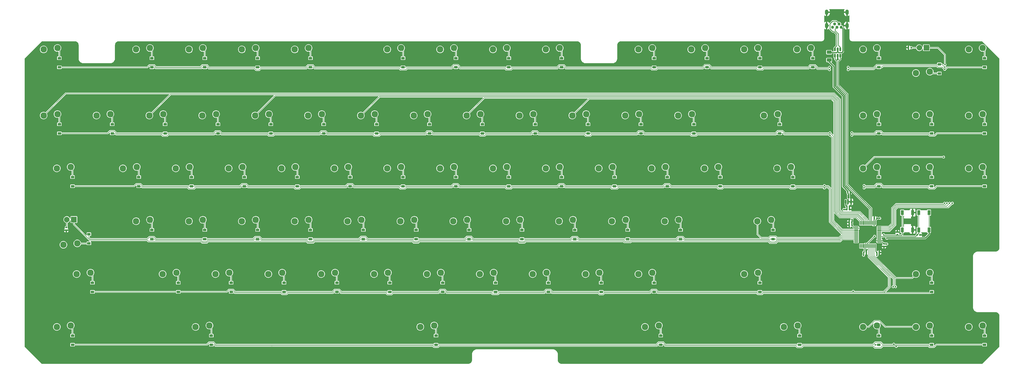
<source format=gbl>
%TF.GenerationSoftware,KiCad,Pcbnew,(6.0.5)*%
%TF.CreationDate,2022-11-05T01:05:16-04:00*%
%TF.ProjectId,TKL,544b4c2e-6b69-4636-9164-5f7063625858,rev?*%
%TF.SameCoordinates,Original*%
%TF.FileFunction,Copper,L2,Bot*%
%TF.FilePolarity,Positive*%
%FSLAX46Y46*%
G04 Gerber Fmt 4.6, Leading zero omitted, Abs format (unit mm)*
G04 Created by KiCad (PCBNEW (6.0.5)) date 2022-11-05 01:05:16*
%MOMM*%
%LPD*%
G01*
G04 APERTURE LIST*
G04 Aperture macros list*
%AMRoundRect*
0 Rectangle with rounded corners*
0 $1 Rounding radius*
0 $2 $3 $4 $5 $6 $7 $8 $9 X,Y pos of 4 corners*
0 Add a 4 corners polygon primitive as box body*
4,1,4,$2,$3,$4,$5,$6,$7,$8,$9,$2,$3,0*
0 Add four circle primitives for the rounded corners*
1,1,$1+$1,$2,$3*
1,1,$1+$1,$4,$5*
1,1,$1+$1,$6,$7*
1,1,$1+$1,$8,$9*
0 Add four rect primitives between the rounded corners*
20,1,$1+$1,$2,$3,$4,$5,0*
20,1,$1+$1,$4,$5,$6,$7,0*
20,1,$1+$1,$6,$7,$8,$9,0*
20,1,$1+$1,$8,$9,$2,$3,0*%
G04 Aperture macros list end*
%TA.AperFunction,SMDPad,CuDef*%
%ADD10RoundRect,0.135000X-0.135000X-0.185000X0.135000X-0.185000X0.135000X0.185000X-0.135000X0.185000X0*%
%TD*%
%TA.AperFunction,SMDPad,CuDef*%
%ADD11RoundRect,0.140000X-0.170000X0.140000X-0.170000X-0.140000X0.170000X-0.140000X0.170000X0.140000X0*%
%TD*%
%TA.AperFunction,SMDPad,CuDef*%
%ADD12RoundRect,0.150000X0.150000X-0.587500X0.150000X0.587500X-0.150000X0.587500X-0.150000X-0.587500X0*%
%TD*%
%TA.AperFunction,SMDPad,CuDef*%
%ADD13RoundRect,0.075000X0.075000X-0.662500X0.075000X0.662500X-0.075000X0.662500X-0.075000X-0.662500X0*%
%TD*%
%TA.AperFunction,SMDPad,CuDef*%
%ADD14RoundRect,0.075000X0.662500X-0.075000X0.662500X0.075000X-0.662500X0.075000X-0.662500X-0.075000X0*%
%TD*%
%TA.AperFunction,SMDPad,CuDef*%
%ADD15R,1.100000X1.800000*%
%TD*%
%TA.AperFunction,SMDPad,CuDef*%
%ADD16RoundRect,0.140000X-0.140000X-0.170000X0.140000X-0.170000X0.140000X0.170000X-0.140000X0.170000X0*%
%TD*%
%TA.AperFunction,SMDPad,CuDef*%
%ADD17RoundRect,0.140000X0.140000X0.170000X-0.140000X0.170000X-0.140000X-0.170000X0.140000X-0.170000X0*%
%TD*%
%TA.AperFunction,ComponentPad*%
%ADD18C,2.300000*%
%TD*%
%TA.AperFunction,ComponentPad*%
%ADD19C,2.000000*%
%TD*%
%TA.AperFunction,ComponentPad*%
%ADD20R,2.000000X2.000000*%
%TD*%
%TA.AperFunction,ComponentPad*%
%ADD21C,1.100000*%
%TD*%
%TA.AperFunction,ComponentPad*%
%ADD22O,1.200000X1.900000*%
%TD*%
%TA.AperFunction,SMDPad,CuDef*%
%ADD23R,1.200000X0.900000*%
%TD*%
%TA.AperFunction,SMDPad,CuDef*%
%ADD24RoundRect,0.135000X0.135000X0.185000X-0.135000X0.185000X-0.135000X-0.185000X0.135000X-0.185000X0*%
%TD*%
%TA.AperFunction,SMDPad,CuDef*%
%ADD25RoundRect,0.150000X0.150000X-0.512500X0.150000X0.512500X-0.150000X0.512500X-0.150000X-0.512500X0*%
%TD*%
%TA.AperFunction,SMDPad,CuDef*%
%ADD26RoundRect,0.250000X-0.625000X0.375000X-0.625000X-0.375000X0.625000X-0.375000X0.625000X0.375000X0*%
%TD*%
%TA.AperFunction,SMDPad,CuDef*%
%ADD27RoundRect,0.135000X-0.185000X0.135000X-0.185000X-0.135000X0.185000X-0.135000X0.185000X0.135000X0*%
%TD*%
%TA.AperFunction,ViaPad*%
%ADD28C,0.600000*%
%TD*%
%TA.AperFunction,Conductor*%
%ADD29C,0.200000*%
%TD*%
%TA.AperFunction,Conductor*%
%ADD30C,0.381000*%
%TD*%
%TA.AperFunction,Conductor*%
%ADD31C,0.254000*%
%TD*%
G04 APERTURE END LIST*
D10*
%TO.P,R1,1*%
%TO.N,BOOT0*%
X500378000Y-303293700D03*
%TO.P,R1,2*%
%TO.N,GND*%
X501398000Y-303293700D03*
%TD*%
D11*
%TO.P,C1,1*%
%TO.N,GND*%
X493268000Y-302305700D03*
%TO.P,C1,2*%
%TO.N,NRST*%
X493268000Y-303265700D03*
%TD*%
D12*
%TO.P,U3,1,GND*%
%TO.N,GND*%
X476565000Y-291404200D03*
%TO.P,U3,2,VO*%
%TO.N,+3V3*%
X474665000Y-291404200D03*
%TO.P,U3,3,VI*%
%TO.N,+5V*%
X475615000Y-289529200D03*
%TD*%
D13*
%TO.P,U2,1,VBAT*%
%TO.N,+3V3*%
X485350000Y-307329200D03*
%TO.P,U2,2,PC13*%
%TO.N,COL8*%
X484850000Y-307329200D03*
%TO.P,U2,3,PC14*%
%TO.N,ROW11*%
X484350000Y-307329200D03*
%TO.P,U2,4,PC15*%
%TO.N,ROW10*%
X483850000Y-307329200D03*
%TO.P,U2,5,PF0*%
%TO.N,ROW9*%
X483350000Y-307329200D03*
%TO.P,U2,6,PF1*%
%TO.N,ROW8*%
X482850000Y-307329200D03*
%TO.P,U2,7,NRST*%
%TO.N,NRST*%
X482350000Y-307329200D03*
%TO.P,U2,8,VSSA*%
%TO.N,GND*%
X481850000Y-307329200D03*
%TO.P,U2,9,VDDA*%
%TO.N,+3V3*%
X481350000Y-307329200D03*
%TO.P,U2,10,PA0*%
%TO.N,unconnected-(U2-Pad10)*%
X480850000Y-307329200D03*
%TO.P,U2,11,PA1*%
%TO.N,unconnected-(U2-Pad11)*%
X480350000Y-307329200D03*
%TO.P,U2,12,PA2*%
%TO.N,unconnected-(U2-Pad12)*%
X479850000Y-307329200D03*
D14*
%TO.P,U2,13,PA3*%
%TO.N,unconnected-(U2-Pad13)*%
X478437500Y-305916700D03*
%TO.P,U2,14,PA4*%
%TO.N,unconnected-(U2-Pad14)*%
X478437500Y-305416700D03*
%TO.P,U2,15,PA5*%
%TO.N,LED_CAPS*%
X478437500Y-304916700D03*
%TO.P,U2,16,PA6*%
%TO.N,ROW7*%
X478437500Y-304416700D03*
%TO.P,U2,17,PA7*%
%TO.N,ROW6*%
X478437500Y-303916700D03*
%TO.P,U2,18,PB0*%
%TO.N,COL6*%
X478437500Y-303416700D03*
%TO.P,U2,19,PB1*%
%TO.N,ROW5*%
X478437500Y-302916700D03*
%TO.P,U2,20,PB2*%
%TO.N,ROW4*%
X478437500Y-302416700D03*
%TO.P,U2,21,PB10*%
%TO.N,ROW3*%
X478437500Y-301916700D03*
%TO.P,U2,22,PB11*%
%TO.N,ROW2*%
X478437500Y-301416700D03*
%TO.P,U2,23,VSS*%
%TO.N,GND*%
X478437500Y-300916700D03*
%TO.P,U2,24,VDD*%
%TO.N,+3V3*%
X478437500Y-300416700D03*
D13*
%TO.P,U2,25,PB12*%
%TO.N,COL5*%
X479850000Y-299004200D03*
%TO.P,U2,26,PB13*%
%TO.N,COL4*%
X480350000Y-299004200D03*
%TO.P,U2,27,PB14*%
%TO.N,COL3*%
X480850000Y-299004200D03*
%TO.P,U2,28,PB15*%
%TO.N,COL2*%
X481350000Y-299004200D03*
%TO.P,U2,29,PA8*%
%TO.N,COL1*%
X481850000Y-299004200D03*
%TO.P,U2,30,PA9*%
%TO.N,COL0*%
X482350000Y-299004200D03*
%TO.P,U2,31,PA10*%
%TO.N,SWDCLK*%
X482850000Y-299004200D03*
%TO.P,U2,32,PA11*%
%TO.N,D_N*%
X483350000Y-299004200D03*
%TO.P,U2,33,PA12*%
%TO.N,D_P*%
X483850000Y-299004200D03*
%TO.P,U2,34,PA13*%
%TO.N,SWDIO*%
X484350000Y-299004200D03*
%TO.P,U2,35,VSS*%
%TO.N,GND*%
X484850000Y-299004200D03*
%TO.P,U2,36,VDDIO2*%
%TO.N,+3V3*%
X485350000Y-299004200D03*
D14*
%TO.P,U2,37,PA14*%
%TO.N,ROW1*%
X486762500Y-300416700D03*
%TO.P,U2,38,PA15*%
%TO.N,ROW0*%
X486762500Y-300916700D03*
%TO.P,U2,39,PB3*%
%TO.N,COL7*%
X486762500Y-301416700D03*
%TO.P,U2,40,PB4*%
%TO.N,LED_SLCK*%
X486762500Y-301916700D03*
%TO.P,U2,41,PB5*%
%TO.N,unconnected-(U2-Pad41)*%
X486762500Y-302416700D03*
%TO.P,U2,42,PB6*%
%TO.N,unconnected-(U2-Pad42)*%
X486762500Y-302916700D03*
%TO.P,U2,43,PB7*%
%TO.N,unconnected-(U2-Pad43)*%
X486762500Y-303416700D03*
%TO.P,U2,44,BOOT0*%
%TO.N,BOOT0*%
X486762500Y-303916700D03*
%TO.P,U2,45,PB8*%
%TO.N,unconnected-(U2-Pad45)*%
X486762500Y-304416700D03*
%TO.P,U2,46,PB9*%
%TO.N,unconnected-(U2-Pad46)*%
X486762500Y-304916700D03*
%TO.P,U2,47,VSS*%
%TO.N,GND*%
X486762500Y-305416700D03*
%TO.P,U2,48,VDD*%
%TO.N,+3V3*%
X486762500Y-305916700D03*
%TD*%
D15*
%TO.P,SW2,2,2*%
%TO.N,BOOT0*%
X500943000Y-295304200D03*
X500943000Y-301504200D03*
%TO.P,SW2,1,1*%
%TO.N,+3V3*%
X504643000Y-301504200D03*
X504643000Y-295304200D03*
%TD*%
%TO.P,SW1,1,1*%
%TO.N,GND*%
X498737500Y-295304200D03*
X498737500Y-301504200D03*
%TO.P,SW1,2,2*%
%TO.N,NRST*%
X495037500Y-301504200D03*
X495037500Y-295304200D03*
%TD*%
D16*
%TO.P,C10,2*%
%TO.N,+3V3*%
X476857000Y-298721700D03*
%TO.P,C10,1*%
%TO.N,GND*%
X475897000Y-298721700D03*
%TD*%
D17*
%TO.P,C9,2*%
%TO.N,+5V*%
X475389000Y-287926700D03*
%TO.P,C9,1*%
%TO.N,GND*%
X476349000Y-287926700D03*
%TD*%
%TO.P,C8,2*%
%TO.N,GND*%
X484914000Y-297324700D03*
%TO.P,C8,1*%
%TO.N,+3V3*%
X485874000Y-297324700D03*
%TD*%
D11*
%TO.P,C7,2*%
%TO.N,GND*%
X488442000Y-307456700D03*
%TO.P,C7,1*%
%TO.N,+3V3*%
X488442000Y-306496700D03*
%TD*%
D16*
%TO.P,C6,2*%
%TO.N,GND*%
X486763000Y-309643700D03*
%TO.P,C6,1*%
%TO.N,+3V3*%
X485803000Y-309643700D03*
%TD*%
%TO.P,C5,2*%
%TO.N,GND*%
X482064000Y-309643700D03*
%TO.P,C5,1*%
%TO.N,+3V3*%
X481104000Y-309643700D03*
%TD*%
D17*
%TO.P,C4,2*%
%TO.N,GND*%
X475925000Y-299864700D03*
%TO.P,C4,1*%
%TO.N,+3V3*%
X476885000Y-299864700D03*
%TD*%
D16*
%TO.P,C3,2*%
%TO.N,GND*%
X475968000Y-293006700D03*
%TO.P,C3,1*%
%TO.N,+3V3*%
X475008000Y-293006700D03*
%TD*%
%TO.P,C2,2*%
%TO.N,GND*%
X475968000Y-294149700D03*
%TO.P,C2,1*%
%TO.N,+3V3*%
X475008000Y-294149700D03*
%TD*%
D18*
%TO.P,MX42,1,COL*%
%TO.N,COL4*%
X347543750Y-279322950D03*
%TO.P,MX42,2,ROW*%
%TO.N,Net-(D42-Pad2)*%
X352543750Y-278822950D03*
%TD*%
%TO.P,MX65,1,COL*%
%TO.N,COL1*%
X228481250Y-317422950D03*
%TO.P,MX65,2,ROW*%
%TO.N,Net-(D65-Pad2)*%
X233481250Y-316922950D03*
%TD*%
%TO.P,MX1,1,COL*%
%TO.N,COL0*%
X185618750Y-236460450D03*
%TO.P,MX1,2,ROW*%
%TO.N,Net-(D1-Pad2)*%
X190618750Y-235960450D03*
%TD*%
D19*
%TO.P,D85,1,K*%
%TO.N,Net-(D85-Pad1)*%
X501173750Y-235860450D03*
D20*
%TO.P,D85,2,A*%
%TO.N,LED_SLCK*%
X503713750Y-235860450D03*
%TD*%
D18*
%TO.P,MX83,1,COL*%
%TO.N,COL8*%
X499943750Y-336472950D03*
%TO.P,MX83,2,ROW*%
%TO.N,Net-(D83-Pad2)*%
X504943750Y-335972950D03*
%TD*%
%TO.P,MX26,1,COL*%
%TO.N,COL4*%
X357068750Y-260272950D03*
%TO.P,MX26,2,ROW*%
%TO.N,Net-(D26-Pad2)*%
X362068750Y-259772950D03*
%TD*%
%TO.P,MX44,1,COL*%
%TO.N,COL5*%
X385643750Y-279322950D03*
%TO.P,MX44,2,ROW*%
%TO.N,Net-(D44-Pad2)*%
X390643750Y-278822950D03*
%TD*%
%TO.P,MX3,1,COL*%
%TO.N,COL1*%
X238006250Y-236460450D03*
%TO.P,MX3,2,ROW*%
%TO.N,Net-(D3-Pad2)*%
X243006250Y-235960450D03*
%TD*%
%TO.P,MX35,1,COL*%
%TO.N,COL0*%
X214193750Y-279322950D03*
%TO.P,MX35,2,ROW*%
%TO.N,Net-(D35-Pad2)*%
X219193750Y-278822950D03*
%TD*%
%TO.P,MX16,1,COL*%
%TO.N,COL8*%
X518993750Y-236460450D03*
%TO.P,MX16,2,ROW*%
%TO.N,Net-(D16-Pad2)*%
X523993750Y-235960450D03*
%TD*%
%TO.P,MX60,1,COL*%
%TO.N,COL4*%
X371356250Y-298372950D03*
%TO.P,MX60,2,ROW*%
%TO.N,Net-(D60-Pad2)*%
X376356250Y-297872950D03*
%TD*%
%TO.P,MX36,1,COL*%
%TO.N,COL1*%
X233243750Y-279322950D03*
%TO.P,MX36,2,ROW*%
%TO.N,Net-(D36-Pad2)*%
X238243750Y-278822950D03*
%TD*%
D19*
%TO.P,D86,1,K*%
%TO.N,Net-(D86-Pad1)*%
X193992500Y-297772950D03*
D20*
%TO.P,D86,2,A*%
%TO.N,LED_CAPS*%
X196532500Y-297772950D03*
%TD*%
D18*
%TO.P,MX48,1,COL*%
%TO.N,COL7*%
X480893750Y-279322950D03*
%TO.P,MX48,2,ROW*%
%TO.N,Net-(D48-Pad2)*%
X485893750Y-278822950D03*
%TD*%
%TO.P,MX77,1,COL*%
%TO.N,COL8*%
X480893750Y-336472950D03*
%TO.P,MX77,2,ROW*%
%TO.N,Net-(D77-Pad2)*%
X485893750Y-335972950D03*
%TD*%
%TO.P,MX37,1,COL*%
%TO.N,COL1*%
X252293750Y-279322950D03*
%TO.P,MX37,2,ROW*%
%TO.N,Net-(D37-Pad2)*%
X257293750Y-278822950D03*
%TD*%
%TO.P,MX2,1,COL*%
%TO.N,COL0*%
X218956250Y-236460450D03*
%TO.P,MX2,2,ROW*%
%TO.N,Net-(D2-Pad2)*%
X223956250Y-235960450D03*
%TD*%
%TO.P,MX39,1,COL*%
%TO.N,COL2*%
X290393750Y-279322950D03*
%TO.P,MX39,2,ROW*%
%TO.N,Net-(D39-Pad2)*%
X295393750Y-278822950D03*
%TD*%
%TO.P,MX46,1,COL*%
%TO.N,COL6*%
X423743750Y-279322950D03*
%TO.P,MX46,2,ROW*%
%TO.N,Net-(D46-Pad2)*%
X428743750Y-278822950D03*
%TD*%
%TO.P,MX31,1,COL*%
%TO.N,COL7*%
X480893750Y-260272950D03*
%TO.P,MX31,2,ROW*%
%TO.N,Net-(D31-Pad2)*%
X485893750Y-259772950D03*
%TD*%
%TO.P,MX29,1,COL*%
%TO.N,COL6*%
X414218750Y-260272950D03*
%TO.P,MX29,2,ROW*%
%TO.N,Net-(D29-Pad2)*%
X419218750Y-259772950D03*
%TD*%
%TO.P,MX20,1,COL*%
%TO.N,COL1*%
X242768750Y-260272950D03*
%TO.P,MX20,2,ROW*%
%TO.N,Net-(D20-Pad2)*%
X247768750Y-259772950D03*
%TD*%
%TO.P,MX28,1,COL*%
%TO.N,COL5*%
X395168750Y-260272950D03*
%TO.P,MX28,2,ROW*%
%TO.N,Net-(D28-Pad2)*%
X400168750Y-259772950D03*
%TD*%
%TO.P,MX58,1,COL*%
%TO.N,COL3*%
X333256250Y-298372950D03*
%TO.P,MX58,2,ROW*%
%TO.N,Net-(D58-Pad2)*%
X338256250Y-297872950D03*
%TD*%
%TO.P,MX56,1,COL*%
%TO.N,COL2*%
X295156250Y-298372950D03*
%TO.P,MX56,2,ROW*%
%TO.N,Net-(D56-Pad2)*%
X300156250Y-297872950D03*
%TD*%
%TO.P,MX55,1,COL*%
%TO.N,COL2*%
X276106250Y-298372950D03*
%TO.P,MX55,2,ROW*%
%TO.N,Net-(D55-Pad2)*%
X281106250Y-297872950D03*
%TD*%
%TO.P,MX47,1,COL*%
%TO.N,COL6*%
X449937500Y-279322950D03*
%TO.P,MX47,2,ROW*%
%TO.N,Net-(D47-Pad2)*%
X454937500Y-278822950D03*
%TD*%
%TO.P,MX76,1,COL*%
%TO.N,COL8*%
X499943750Y-317422950D03*
%TO.P,MX76,2,ROW*%
%TO.N,Net-(D76-Pad2)*%
X504943750Y-316922950D03*
%TD*%
%TO.P,MX52,1,COL*%
%TO.N,COL0*%
X218956250Y-298372950D03*
%TO.P,MX52,2,ROW*%
%TO.N,Net-(D52-Pad2)*%
X223956250Y-297872950D03*
%TD*%
%TO.P,MX80,1,COL*%
%TO.N,COL3*%
X321350000Y-336472950D03*
%TO.P,MX80,2,ROW*%
%TO.N,Net-(D80-Pad2)*%
X326350000Y-335972950D03*
%TD*%
%TO.P,MX22,1,COL*%
%TO.N,COL2*%
X280868750Y-260272950D03*
%TO.P,MX22,2,ROW*%
%TO.N,Net-(D22-Pad2)*%
X285868750Y-259772950D03*
%TD*%
%TO.P,MX12,1,COL*%
%TO.N,COL6*%
X438031250Y-236460450D03*
%TO.P,MX12,2,ROW*%
%TO.N,Net-(D12-Pad2)*%
X443031250Y-235960450D03*
%TD*%
%TO.P,MX10,1,COL*%
%TO.N,COL5*%
X399931250Y-236460450D03*
%TO.P,MX10,2,ROW*%
%TO.N,Net-(D10-Pad2)*%
X404931250Y-235960450D03*
%TD*%
%TO.P,MX19,1,COL*%
%TO.N,COL1*%
X223718750Y-260272950D03*
%TO.P,MX19,2,ROW*%
%TO.N,Net-(D19-Pad2)*%
X228718750Y-259772950D03*
%TD*%
%TO.P,MX18,1,COL*%
%TO.N,COL0*%
X204668750Y-260272950D03*
%TO.P,MX18,2,ROW*%
%TO.N,Net-(D18-Pad2)*%
X209668750Y-259772950D03*
%TD*%
%TO.P,MX43,1,COL*%
%TO.N,COL4*%
X366593750Y-279322950D03*
%TO.P,MX43,2,ROW*%
%TO.N,Net-(D43-Pad2)*%
X371593750Y-278822950D03*
%TD*%
%TO.P,MX53,1,COL*%
%TO.N,COL1*%
X238006250Y-298372950D03*
%TO.P,MX53,2,ROW*%
%TO.N,Net-(D53-Pad2)*%
X243006250Y-297872950D03*
%TD*%
%TO.P,MX79,1,COL*%
%TO.N,COL1*%
X240387500Y-336472950D03*
%TO.P,MX79,2,ROW*%
%TO.N,Net-(D79-Pad2)*%
X245387500Y-335972950D03*
%TD*%
%TO.P,MX78,1,COL*%
%TO.N,COL0*%
X190381250Y-336472950D03*
%TO.P,MX78,2,ROW*%
%TO.N,Net-(D78-Pad2)*%
X195381250Y-335972950D03*
%TD*%
%TO.P,MX24,1,COL*%
%TO.N,COL3*%
X318968750Y-260272950D03*
%TO.P,MX24,2,ROW*%
%TO.N,Net-(D24-Pad2)*%
X323968750Y-259772950D03*
%TD*%
%TO.P,MX84,1,COL*%
%TO.N,COL8*%
X518993750Y-336472950D03*
%TO.P,MX84,2,ROW*%
%TO.N,Net-(D84-Pad2)*%
X523993750Y-335972950D03*
%TD*%
%TO.P,MX49,1,COL*%
%TO.N,COL8*%
X499943750Y-279322950D03*
%TO.P,MX49,2,ROW*%
%TO.N,Net-(D49-Pad2)*%
X504943750Y-278822950D03*
%TD*%
%TO.P,MX38,1,COL*%
%TO.N,COL2*%
X271343750Y-279322950D03*
%TO.P,MX38,2,ROW*%
%TO.N,Net-(D38-Pad2)*%
X276343750Y-278822950D03*
%TD*%
%TO.P,MX14,1,COL*%
%TO.N,COL7*%
X480893750Y-236460450D03*
%TO.P,MX14,2,ROW*%
%TO.N,Net-(D14-Pad2)*%
X485893750Y-235960450D03*
%TD*%
%TO.P,MX30,1,COL*%
%TO.N,COL6*%
X445175000Y-260272950D03*
%TO.P,MX30,2,ROW*%
%TO.N,Net-(D30-Pad2)*%
X450175000Y-259772950D03*
%TD*%
%TO.P,MX11,1,COL*%
%TO.N,COL5*%
X418981250Y-236460450D03*
%TO.P,MX11,2,ROW*%
%TO.N,Net-(D11-Pad2)*%
X423981250Y-235960450D03*
%TD*%
%TO.P,MX61,1,COL*%
%TO.N,COL5*%
X390406250Y-298372950D03*
%TO.P,MX61,2,ROW*%
%TO.N,Net-(D61-Pad2)*%
X395406250Y-297872950D03*
%TD*%
%TO.P,MX81,1,COL*%
%TO.N,COL5*%
X402312500Y-336472950D03*
%TO.P,MX81,2,ROW*%
%TO.N,Net-(D81-Pad2)*%
X407312500Y-335972950D03*
%TD*%
%TO.P,MX7,1,COL*%
%TO.N,COL3*%
X328493750Y-236460450D03*
%TO.P,MX7,2,ROW*%
%TO.N,Net-(D7-Pad2)*%
X333493750Y-235960450D03*
%TD*%
%TO.P,MX17,1,COL*%
%TO.N,COL0*%
X185618750Y-260272950D03*
%TO.P,MX17,2,ROW*%
%TO.N,Net-(D17-Pad2)*%
X190618750Y-259772950D03*
%TD*%
%TO.P,MX68,1,COL*%
%TO.N,COL2*%
X285631250Y-317422950D03*
%TO.P,MX68,2,ROW*%
%TO.N,Net-(D68-Pad2)*%
X290631250Y-316922950D03*
%TD*%
%TO.P,MX66,1,COL*%
%TO.N,COL1*%
X247531250Y-317422950D03*
%TO.P,MX66,2,ROW*%
%TO.N,Net-(D66-Pad2)*%
X252531250Y-316922950D03*
%TD*%
%TO.P,MX72,1,COL*%
%TO.N,COL4*%
X361831250Y-317422950D03*
%TO.P,MX72,2,ROW*%
%TO.N,Net-(D72-Pad2)*%
X366831250Y-316922950D03*
%TD*%
%TO.P,MX32,1,COL*%
%TO.N,COL8*%
X499943750Y-260272950D03*
%TO.P,MX32,2,ROW*%
%TO.N,Net-(D32-Pad2)*%
X504943750Y-259772950D03*
%TD*%
%TO.P,MX8,1,COL*%
%TO.N,COL4*%
X347543750Y-236460450D03*
%TO.P,MX8,2,ROW*%
%TO.N,Net-(D8-Pad2)*%
X352543750Y-235960450D03*
%TD*%
%TO.P,MX59,1,COL*%
%TO.N,COL4*%
X352306250Y-298372950D03*
%TO.P,MX59,2,ROW*%
%TO.N,Net-(D59-Pad2)*%
X357306250Y-297872950D03*
%TD*%
%TO.P,MX63,1,COL*%
%TO.N,COL6*%
X442793750Y-298372950D03*
%TO.P,MX63,2,ROW*%
%TO.N,Net-(D63-Pad2)*%
X447793750Y-297872950D03*
%TD*%
%TO.P,MX5,1,COL*%
%TO.N,COL2*%
X276106250Y-236460450D03*
%TO.P,MX5,2,ROW*%
%TO.N,Net-(D5-Pad2)*%
X281106250Y-235960450D03*
%TD*%
%TO.P,MX82,1,COL*%
%TO.N,COL6*%
X452318750Y-336472950D03*
%TO.P,MX82,2,ROW*%
%TO.N,Net-(D82-Pad2)*%
X457318750Y-335972950D03*
%TD*%
%TO.P,MX33,1,COL*%
%TO.N,COL8*%
X518993750Y-260272950D03*
%TO.P,MX33,2,ROW*%
%TO.N,Net-(D33-Pad2)*%
X523993750Y-259772950D03*
%TD*%
%TO.P,MX13,1,COL*%
%TO.N,COL6*%
X457081250Y-236460450D03*
%TO.P,MX13,2,ROW*%
%TO.N,Net-(D13-Pad2)*%
X462081250Y-235960450D03*
%TD*%
%TO.P,MX70,1,COL*%
%TO.N,COL3*%
X323731250Y-317422950D03*
%TO.P,MX70,2,ROW*%
%TO.N,Net-(D70-Pad2)*%
X328731250Y-316922950D03*
%TD*%
%TO.P,MX23,1,COL*%
%TO.N,COL3*%
X299918750Y-260272950D03*
%TO.P,MX23,2,ROW*%
%TO.N,Net-(D23-Pad2)*%
X304918750Y-259772950D03*
%TD*%
%TO.P,MX62,1,COL*%
%TO.N,COL6*%
X409456250Y-298372950D03*
%TO.P,MX62,2,ROW*%
%TO.N,Net-(D62-Pad2)*%
X414456250Y-297872950D03*
%TD*%
%TO.P,MX41,1,COL*%
%TO.N,COL3*%
X328493750Y-279322950D03*
%TO.P,MX41,2,ROW*%
%TO.N,Net-(D41-Pad2)*%
X333493750Y-278822950D03*
%TD*%
%TO.P,MX57,1,COL*%
%TO.N,COL3*%
X314206250Y-298372950D03*
%TO.P,MX57,2,ROW*%
%TO.N,Net-(D57-Pad2)*%
X319206250Y-297872950D03*
%TD*%
%TO.P,MX9,1,COL*%
%TO.N,COL4*%
X366593750Y-236460450D03*
%TO.P,MX9,2,ROW*%
%TO.N,Net-(D9-Pad2)*%
X371593750Y-235960450D03*
%TD*%
%TO.P,MX73,1,COL*%
%TO.N,COL5*%
X380881250Y-317422950D03*
%TO.P,MX73,2,ROW*%
%TO.N,Net-(D73-Pad2)*%
X385881250Y-316922950D03*
%TD*%
%TO.P,MX54,1,COL*%
%TO.N,COL1*%
X257056250Y-298372950D03*
%TO.P,MX54,2,ROW*%
%TO.N,Net-(D54-Pad2)*%
X262056250Y-297872950D03*
%TD*%
%TO.P,MX27,1,COL*%
%TO.N,COL5*%
X376118750Y-260272950D03*
%TO.P,MX27,2,ROW*%
%TO.N,Net-(D27-Pad2)*%
X381118750Y-259772950D03*
%TD*%
%TO.P,MX75,1,COL*%
%TO.N,COL6*%
X438031250Y-317422950D03*
%TO.P,MX75,2,ROW*%
%TO.N,Net-(D75-Pad2)*%
X443031250Y-316922950D03*
%TD*%
%TO.P,MX6,1,COL*%
%TO.N,COL3*%
X309443750Y-236460450D03*
%TO.P,MX6,2,ROW*%
%TO.N,Net-(D6-Pad2)*%
X314443750Y-235960450D03*
%TD*%
%TO.P,MX64,1,COL*%
%TO.N,COL0*%
X197525000Y-317422950D03*
%TO.P,MX64,2,ROW*%
%TO.N,Net-(D64-Pad2)*%
X202525000Y-316922950D03*
%TD*%
%TO.P,MX69,1,COL*%
%TO.N,COL3*%
X304681250Y-317422950D03*
%TO.P,MX69,2,ROW*%
%TO.N,Net-(D69-Pad2)*%
X309681250Y-316922950D03*
%TD*%
%TO.P,MX45,1,COL*%
%TO.N,COL5*%
X404693750Y-279322950D03*
%TO.P,MX45,2,ROW*%
%TO.N,Net-(D45-Pad2)*%
X409693750Y-278822950D03*
%TD*%
D21*
%TO.P,J1,1,VBUS*%
%TO.N,VBUS*%
X473055750Y-228466650D03*
%TO.P,J1,2,D-*%
%TO.N,D_USB_-*%
X472255750Y-227266650D03*
%TO.P,J1,3,D+*%
%TO.N,D_USB_+*%
X471455750Y-228466650D03*
%TO.P,J1,4,ID*%
%TO.N,unconnected-(J1-Pad4)*%
X470655750Y-227266650D03*
%TO.P,J1,5,GND*%
%TO.N,GND*%
X469855750Y-228466650D03*
D22*
%TO.P,J1,6,Shield*%
X467805750Y-223046650D03*
X475105750Y-227866650D03*
X475105750Y-223046650D03*
X467805750Y-227866650D03*
%TD*%
D18*
%TO.P,MX34,1,COL*%
%TO.N,COL0*%
X190381250Y-279322950D03*
%TO.P,MX34,2,ROW*%
%TO.N,Net-(D34-Pad2)*%
X195381250Y-278822950D03*
%TD*%
%TO.P,MX21,1,COL*%
%TO.N,COL2*%
X261818750Y-260272950D03*
%TO.P,MX21,2,ROW*%
%TO.N,Net-(D21-Pad2)*%
X266818750Y-259772950D03*
%TD*%
%TO.P,MX51,1,COL*%
%TO.N,Net-(D51-Pad2)*%
X197762500Y-306372950D03*
%TO.P,MX51,2,ROW*%
%TO.N,COL0*%
X192762500Y-306872950D03*
%TD*%
%TO.P,MX71,1,COL*%
%TO.N,COL4*%
X342781250Y-317422950D03*
%TO.P,MX71,2,ROW*%
%TO.N,Net-(D71-Pad2)*%
X347781250Y-316922950D03*
%TD*%
%TO.P,MX15,1,COL*%
%TO.N,Net-(D15-Pad2)*%
X504943750Y-244460450D03*
%TO.P,MX15,2,ROW*%
%TO.N,COL8*%
X499943750Y-244960450D03*
%TD*%
%TO.P,MX74,1,COL*%
%TO.N,COL5*%
X399931250Y-317422950D03*
%TO.P,MX74,2,ROW*%
%TO.N,Net-(D74-Pad2)*%
X404931250Y-316922950D03*
%TD*%
%TO.P,MX40,1,COL*%
%TO.N,COL3*%
X309443750Y-279322950D03*
%TO.P,MX40,2,ROW*%
%TO.N,Net-(D40-Pad2)*%
X314443750Y-278822950D03*
%TD*%
%TO.P,MX25,1,COL*%
%TO.N,COL4*%
X338018750Y-260272950D03*
%TO.P,MX25,2,ROW*%
%TO.N,Net-(D25-Pad2)*%
X343018750Y-259772950D03*
%TD*%
%TO.P,MX4,1,COL*%
%TO.N,COL2*%
X257056250Y-236460450D03*
%TO.P,MX4,2,ROW*%
%TO.N,Net-(D4-Pad2)*%
X262056250Y-235960450D03*
%TD*%
%TO.P,MX50,1,COL*%
%TO.N,COL8*%
X518993750Y-279322950D03*
%TO.P,MX50,2,ROW*%
%TO.N,Net-(D50-Pad2)*%
X523993750Y-278822950D03*
%TD*%
%TO.P,MX67,1,COL*%
%TO.N,COL2*%
X266581250Y-317422950D03*
%TO.P,MX67,2,ROW*%
%TO.N,Net-(D67-Pad2)*%
X271581250Y-316922950D03*
%TD*%
D23*
%TO.P,D42,1,K*%
%TO.N,ROW4*%
X353218750Y-285766700D03*
%TO.P,D42,2,A*%
%TO.N,Net-(D42-Pad2)*%
X353218750Y-282466700D03*
%TD*%
%TO.P,D19,1,K*%
%TO.N,ROW2*%
X229393750Y-266716700D03*
%TO.P,D19,2,A*%
%TO.N,Net-(D19-Pad2)*%
X229393750Y-263416700D03*
%TD*%
%TO.P,D77,1,K*%
%TO.N,ROW8*%
X486568750Y-342916700D03*
%TO.P,D77,2,A*%
%TO.N,Net-(D77-Pad2)*%
X486568750Y-339616700D03*
%TD*%
%TO.P,D23,1,K*%
%TO.N,ROW2*%
X305593750Y-266716700D03*
%TO.P,D23,2,A*%
%TO.N,Net-(D23-Pad2)*%
X305593750Y-263416700D03*
%TD*%
%TO.P,D6,1,K*%
%TO.N,ROW0*%
X315118750Y-242904200D03*
%TO.P,D6,2,A*%
%TO.N,Net-(D6-Pad2)*%
X315118750Y-239604200D03*
%TD*%
%TO.P,D20,1,K*%
%TO.N,ROW3*%
X248443750Y-266716700D03*
%TO.P,D20,2,A*%
%TO.N,Net-(D20-Pad2)*%
X248443750Y-263416700D03*
%TD*%
%TO.P,D83,1,K*%
%TO.N,ROW10*%
X505618750Y-342916700D03*
%TO.P,D83,2,A*%
%TO.N,Net-(D83-Pad2)*%
X505618750Y-339616700D03*
%TD*%
%TO.P,D72,1,K*%
%TO.N,ROW9*%
X367506250Y-323866700D03*
%TO.P,D72,2,A*%
%TO.N,Net-(D72-Pad2)*%
X367506250Y-320566700D03*
%TD*%
%TO.P,D26,1,K*%
%TO.N,ROW3*%
X362743750Y-266716700D03*
%TO.P,D26,2,A*%
%TO.N,Net-(D26-Pad2)*%
X362743750Y-263416700D03*
%TD*%
%TO.P,D11,1,K*%
%TO.N,ROW1*%
X424656250Y-242904200D03*
%TO.P,D11,2,A*%
%TO.N,Net-(D11-Pad2)*%
X424656250Y-239604200D03*
%TD*%
%TO.P,D54,1,K*%
%TO.N,ROW7*%
X262731250Y-304816700D03*
%TO.P,D54,2,A*%
%TO.N,Net-(D54-Pad2)*%
X262731250Y-301516700D03*
%TD*%
%TO.P,D52,1,K*%
%TO.N,ROW7*%
X224631250Y-304816700D03*
%TO.P,D52,2,A*%
%TO.N,Net-(D52-Pad2)*%
X224631250Y-301516700D03*
%TD*%
%TO.P,D4,1,K*%
%TO.N,ROW0*%
X262731250Y-242904200D03*
%TO.P,D4,2,A*%
%TO.N,Net-(D4-Pad2)*%
X262731250Y-239604200D03*
%TD*%
%TO.P,D36,1,K*%
%TO.N,ROW4*%
X238918750Y-285766700D03*
%TO.P,D36,2,A*%
%TO.N,Net-(D36-Pad2)*%
X238918750Y-282466700D03*
%TD*%
%TO.P,D53,1,K*%
%TO.N,ROW6*%
X243681250Y-304816700D03*
%TO.P,D53,2,A*%
%TO.N,Net-(D53-Pad2)*%
X243681250Y-301516700D03*
%TD*%
%TO.P,D68,1,K*%
%TO.N,ROW9*%
X291306250Y-323866700D03*
%TO.P,D68,2,A*%
%TO.N,Net-(D68-Pad2)*%
X291306250Y-320566700D03*
%TD*%
%TO.P,D51,1,K*%
%TO.N,ROW6*%
X201930000Y-303040700D03*
%TO.P,D51,2,A*%
%TO.N,Net-(D51-Pad2)*%
X201930000Y-306340700D03*
%TD*%
%TO.P,D8,1,K*%
%TO.N,ROW0*%
X353218750Y-242904200D03*
%TO.P,D8,2,A*%
%TO.N,Net-(D8-Pad2)*%
X353218750Y-239604200D03*
%TD*%
%TO.P,D74,1,K*%
%TO.N,ROW9*%
X405606250Y-323866700D03*
%TO.P,D74,2,A*%
%TO.N,Net-(D74-Pad2)*%
X405606250Y-320566700D03*
%TD*%
%TO.P,D18,1,K*%
%TO.N,ROW3*%
X210343750Y-266716700D03*
%TO.P,D18,2,A*%
%TO.N,Net-(D18-Pad2)*%
X210343750Y-263416700D03*
%TD*%
%TO.P,D56,1,K*%
%TO.N,ROW7*%
X300831250Y-304816700D03*
%TO.P,D56,2,A*%
%TO.N,Net-(D56-Pad2)*%
X300831250Y-301516700D03*
%TD*%
%TO.P,D65,1,K*%
%TO.N,ROW8*%
X234156250Y-323866700D03*
%TO.P,D65,2,A*%
%TO.N,Net-(D65-Pad2)*%
X234156250Y-320566700D03*
%TD*%
%TO.P,D57,1,K*%
%TO.N,ROW6*%
X319881250Y-304816700D03*
%TO.P,D57,2,A*%
%TO.N,Net-(D57-Pad2)*%
X319881250Y-301516700D03*
%TD*%
%TO.P,D75,1,K*%
%TO.N,ROW8*%
X443706250Y-323866700D03*
%TO.P,D75,2,A*%
%TO.N,Net-(D75-Pad2)*%
X443706250Y-320566700D03*
%TD*%
%TO.P,D40,1,K*%
%TO.N,ROW4*%
X315118750Y-285766700D03*
%TO.P,D40,2,A*%
%TO.N,Net-(D40-Pad2)*%
X315118750Y-282466700D03*
%TD*%
%TO.P,D28,1,K*%
%TO.N,ROW3*%
X400843750Y-266716700D03*
%TO.P,D28,2,A*%
%TO.N,Net-(D28-Pad2)*%
X400843750Y-263416700D03*
%TD*%
%TO.P,D17,1,K*%
%TO.N,ROW2*%
X191293750Y-266716700D03*
%TO.P,D17,2,A*%
%TO.N,Net-(D17-Pad2)*%
X191293750Y-263416700D03*
%TD*%
%TO.P,D2,1,K*%
%TO.N,ROW1*%
X224631250Y-242904200D03*
%TO.P,D2,2,A*%
%TO.N,Net-(D2-Pad2)*%
X224631250Y-239604200D03*
%TD*%
%TO.P,D34,1,K*%
%TO.N,ROW4*%
X196056250Y-285766700D03*
%TO.P,D34,2,A*%
%TO.N,Net-(D34-Pad2)*%
X196056250Y-282466700D03*
%TD*%
%TO.P,D7,1,K*%
%TO.N,ROW1*%
X334168750Y-242904200D03*
%TO.P,D7,2,A*%
%TO.N,Net-(D7-Pad2)*%
X334168750Y-239604200D03*
%TD*%
%TO.P,D37,1,K*%
%TO.N,ROW5*%
X257968750Y-285766700D03*
%TO.P,D37,2,A*%
%TO.N,Net-(D37-Pad2)*%
X257968750Y-282466700D03*
%TD*%
%TO.P,D58,1,K*%
%TO.N,ROW7*%
X338931250Y-304816700D03*
%TO.P,D58,2,A*%
%TO.N,Net-(D58-Pad2)*%
X338931250Y-301516700D03*
%TD*%
%TO.P,D50,1,K*%
%TO.N,ROW5*%
X524668750Y-285766700D03*
%TO.P,D50,2,A*%
%TO.N,Net-(D50-Pad2)*%
X524668750Y-282466700D03*
%TD*%
%TO.P,D24,1,K*%
%TO.N,ROW3*%
X324643750Y-266716700D03*
%TO.P,D24,2,A*%
%TO.N,Net-(D24-Pad2)*%
X324643750Y-263416700D03*
%TD*%
%TO.P,D21,1,K*%
%TO.N,ROW2*%
X267493750Y-266716700D03*
%TO.P,D21,2,A*%
%TO.N,Net-(D21-Pad2)*%
X267493750Y-263416700D03*
%TD*%
%TO.P,D79,1,K*%
%TO.N,ROW11*%
X246062500Y-342916700D03*
%TO.P,D79,2,A*%
%TO.N,Net-(D79-Pad2)*%
X246062500Y-339616700D03*
%TD*%
D24*
%TO.P,R2,1*%
%TO.N,Net-(D85-Pad1)*%
X498221000Y-235856700D03*
%TO.P,R2,2*%
%TO.N,GND*%
X497201000Y-235856700D03*
%TD*%
D23*
%TO.P,D12,1,K*%
%TO.N,ROW0*%
X443706250Y-242904200D03*
%TO.P,D12,2,A*%
%TO.N,Net-(D12-Pad2)*%
X443706250Y-239604200D03*
%TD*%
%TO.P,D76,1,K*%
%TO.N,ROW9*%
X505618750Y-323866700D03*
%TO.P,D76,2,A*%
%TO.N,Net-(D76-Pad2)*%
X505618750Y-320566700D03*
%TD*%
%TO.P,D64,1,K*%
%TO.N,ROW8*%
X203200000Y-323866700D03*
%TO.P,D64,2,A*%
%TO.N,Net-(D64-Pad2)*%
X203200000Y-320566700D03*
%TD*%
%TO.P,D16,1,K*%
%TO.N,ROW1*%
X524668750Y-242904200D03*
%TO.P,D16,2,A*%
%TO.N,Net-(D16-Pad2)*%
X524668750Y-239604200D03*
%TD*%
%TO.P,D84,1,K*%
%TO.N,ROW11*%
X524668750Y-342916700D03*
%TO.P,D84,2,A*%
%TO.N,Net-(D84-Pad2)*%
X524668750Y-339616700D03*
%TD*%
%TO.P,D82,1,K*%
%TO.N,ROW10*%
X457993750Y-342916700D03*
%TO.P,D82,2,A*%
%TO.N,Net-(D82-Pad2)*%
X457993750Y-339616700D03*
%TD*%
%TO.P,D14,1,K*%
%TO.N,ROW1*%
X486568750Y-242904200D03*
%TO.P,D14,2,A*%
%TO.N,Net-(D14-Pad2)*%
X486568750Y-239604200D03*
%TD*%
%TO.P,D33,1,K*%
%TO.N,ROW3*%
X524668750Y-266716700D03*
%TO.P,D33,2,A*%
%TO.N,Net-(D33-Pad2)*%
X524668750Y-263416700D03*
%TD*%
%TO.P,D32,1,K*%
%TO.N,ROW2*%
X505618750Y-266716700D03*
%TO.P,D32,2,A*%
%TO.N,Net-(D32-Pad2)*%
X505618750Y-263416700D03*
%TD*%
%TO.P,D27,1,K*%
%TO.N,ROW2*%
X381793750Y-266716700D03*
%TO.P,D27,2,A*%
%TO.N,Net-(D27-Pad2)*%
X381793750Y-263416700D03*
%TD*%
%TO.P,D70,1,K*%
%TO.N,ROW9*%
X329406250Y-323866700D03*
%TO.P,D70,2,A*%
%TO.N,Net-(D70-Pad2)*%
X329406250Y-320566700D03*
%TD*%
%TO.P,D35,1,K*%
%TO.N,ROW5*%
X219868750Y-285766700D03*
%TO.P,D35,2,A*%
%TO.N,Net-(D35-Pad2)*%
X219868750Y-282466700D03*
%TD*%
%TO.P,D29,1,K*%
%TO.N,ROW2*%
X419893750Y-266716700D03*
%TO.P,D29,2,A*%
%TO.N,Net-(D29-Pad2)*%
X419893750Y-263416700D03*
%TD*%
%TO.P,D47,1,K*%
%TO.N,ROW4*%
X455612500Y-285766700D03*
%TO.P,D47,2,A*%
%TO.N,Net-(D47-Pad2)*%
X455612500Y-282466700D03*
%TD*%
%TO.P,D55,1,K*%
%TO.N,ROW6*%
X281781250Y-304816700D03*
%TO.P,D55,2,A*%
%TO.N,Net-(D55-Pad2)*%
X281781250Y-301516700D03*
%TD*%
%TO.P,D46,1,K*%
%TO.N,ROW4*%
X429418750Y-285766700D03*
%TO.P,D46,2,A*%
%TO.N,Net-(D46-Pad2)*%
X429418750Y-282466700D03*
%TD*%
%TO.P,D39,1,K*%
%TO.N,ROW5*%
X296068750Y-285766700D03*
%TO.P,D39,2,A*%
%TO.N,Net-(D39-Pad2)*%
X296068750Y-282466700D03*
%TD*%
%TO.P,D73,1,K*%
%TO.N,ROW8*%
X386556250Y-323866700D03*
%TO.P,D73,2,A*%
%TO.N,Net-(D73-Pad2)*%
X386556250Y-320566700D03*
%TD*%
%TO.P,D61,1,K*%
%TO.N,ROW6*%
X396081250Y-304816700D03*
%TO.P,D61,2,A*%
%TO.N,Net-(D61-Pad2)*%
X396081250Y-301516700D03*
%TD*%
%TO.P,D67,1,K*%
%TO.N,ROW8*%
X272256250Y-323866700D03*
%TO.P,D67,2,A*%
%TO.N,Net-(D67-Pad2)*%
X272256250Y-320566700D03*
%TD*%
%TO.P,D31,1,K*%
%TO.N,ROW3*%
X486568750Y-266716700D03*
%TO.P,D31,2,A*%
%TO.N,Net-(D31-Pad2)*%
X486568750Y-263416700D03*
%TD*%
%TO.P,D30,1,K*%
%TO.N,ROW3*%
X450850000Y-266716700D03*
%TO.P,D30,2,A*%
%TO.N,Net-(D30-Pad2)*%
X450850000Y-263416700D03*
%TD*%
D25*
%TO.P,U1,1,I/O1*%
%TO.N,D_P*%
X472659750Y-238740450D03*
%TO.P,U1,2,GND*%
%TO.N,GND*%
X471709750Y-238740450D03*
%TO.P,U1,3,I/O2*%
%TO.N,D_N*%
X470759750Y-238740450D03*
%TO.P,U1,4,I/O2*%
%TO.N,D_USB_-*%
X470759750Y-236465450D03*
%TO.P,U1,5,VBUS*%
%TO.N,VBUS*%
X471709750Y-236465450D03*
%TO.P,U1,6,I/O1*%
%TO.N,D_USB_+*%
X472659750Y-236465450D03*
%TD*%
D23*
%TO.P,D59,1,K*%
%TO.N,ROW6*%
X357981250Y-304816700D03*
%TO.P,D59,2,A*%
%TO.N,Net-(D59-Pad2)*%
X357981250Y-301516700D03*
%TD*%
%TO.P,D25,1,K*%
%TO.N,ROW2*%
X343693750Y-266716700D03*
%TO.P,D25,2,A*%
%TO.N,Net-(D25-Pad2)*%
X343693750Y-263416700D03*
%TD*%
%TO.P,D15,1,K*%
%TO.N,ROW0*%
X508381000Y-241826700D03*
%TO.P,D15,2,A*%
%TO.N,Net-(D15-Pad2)*%
X508381000Y-245126700D03*
%TD*%
%TO.P,D81,1,K*%
%TO.N,ROW11*%
X407987500Y-342916700D03*
%TO.P,D81,2,A*%
%TO.N,Net-(D81-Pad2)*%
X407987500Y-339616700D03*
%TD*%
D26*
%TO.P,F1,1*%
%TO.N,VBUS*%
X468661750Y-237472950D03*
%TO.P,F1,2*%
%TO.N,+5V*%
X468661750Y-240272950D03*
%TD*%
D23*
%TO.P,D63,1,K*%
%TO.N,ROW6*%
X448468750Y-304816700D03*
%TO.P,D63,2,A*%
%TO.N,Net-(D63-Pad2)*%
X448468750Y-301516700D03*
%TD*%
%TO.P,D22,1,K*%
%TO.N,ROW3*%
X286543750Y-266716700D03*
%TO.P,D22,2,A*%
%TO.N,Net-(D22-Pad2)*%
X286543750Y-263416700D03*
%TD*%
%TO.P,D49,1,K*%
%TO.N,ROW4*%
X505618750Y-285766700D03*
%TO.P,D49,2,A*%
%TO.N,Net-(D49-Pad2)*%
X505618750Y-282466700D03*
%TD*%
%TO.P,D5,1,K*%
%TO.N,ROW1*%
X281781250Y-242904200D03*
%TO.P,D5,2,A*%
%TO.N,Net-(D5-Pad2)*%
X281781250Y-239604200D03*
%TD*%
%TO.P,D69,1,K*%
%TO.N,ROW8*%
X310356250Y-323866700D03*
%TO.P,D69,2,A*%
%TO.N,Net-(D69-Pad2)*%
X310356250Y-320566700D03*
%TD*%
%TO.P,D44,1,K*%
%TO.N,ROW4*%
X391318750Y-285766700D03*
%TO.P,D44,2,A*%
%TO.N,Net-(D44-Pad2)*%
X391318750Y-282466700D03*
%TD*%
%TO.P,D3,1,K*%
%TO.N,ROW1*%
X243681250Y-242904200D03*
%TO.P,D3,2,A*%
%TO.N,Net-(D3-Pad2)*%
X243681250Y-239604200D03*
%TD*%
%TO.P,D10,1,K*%
%TO.N,ROW0*%
X405606250Y-242904200D03*
%TO.P,D10,2,A*%
%TO.N,Net-(D10-Pad2)*%
X405606250Y-239604200D03*
%TD*%
%TO.P,D9,1,K*%
%TO.N,ROW1*%
X372268750Y-242904200D03*
%TO.P,D9,2,A*%
%TO.N,Net-(D9-Pad2)*%
X372268750Y-239604200D03*
%TD*%
%TO.P,D45,1,K*%
%TO.N,ROW5*%
X410368750Y-285766700D03*
%TO.P,D45,2,A*%
%TO.N,Net-(D45-Pad2)*%
X410368750Y-282466700D03*
%TD*%
%TO.P,D48,1,K*%
%TO.N,ROW5*%
X486568750Y-285766700D03*
%TO.P,D48,2,A*%
%TO.N,Net-(D48-Pad2)*%
X486568750Y-282466700D03*
%TD*%
%TO.P,D1,1,K*%
%TO.N,ROW0*%
X191293750Y-242904200D03*
%TO.P,D1,2,A*%
%TO.N,Net-(D1-Pad2)*%
X191293750Y-239604200D03*
%TD*%
%TO.P,D71,1,K*%
%TO.N,ROW8*%
X348456250Y-323866700D03*
%TO.P,D71,2,A*%
%TO.N,Net-(D71-Pad2)*%
X348456250Y-320566700D03*
%TD*%
%TO.P,D13,1,K*%
%TO.N,ROW1*%
X462756250Y-242904200D03*
%TO.P,D13,2,A*%
%TO.N,Net-(D13-Pad2)*%
X462756250Y-239604200D03*
%TD*%
%TO.P,D41,1,K*%
%TO.N,ROW5*%
X334168750Y-285766700D03*
%TO.P,D41,2,A*%
%TO.N,Net-(D41-Pad2)*%
X334168750Y-282466700D03*
%TD*%
%TO.P,D60,1,K*%
%TO.N,ROW7*%
X377031250Y-304816700D03*
%TO.P,D60,2,A*%
%TO.N,Net-(D60-Pad2)*%
X377031250Y-301516700D03*
%TD*%
%TO.P,D43,1,K*%
%TO.N,ROW5*%
X372268750Y-285766700D03*
%TO.P,D43,2,A*%
%TO.N,Net-(D43-Pad2)*%
X372268750Y-282466700D03*
%TD*%
%TO.P,D66,1,K*%
%TO.N,ROW9*%
X253206250Y-323866700D03*
%TO.P,D66,2,A*%
%TO.N,Net-(D66-Pad2)*%
X253206250Y-320566700D03*
%TD*%
%TO.P,D80,1,K*%
%TO.N,ROW10*%
X327025000Y-342916700D03*
%TO.P,D80,2,A*%
%TO.N,Net-(D80-Pad2)*%
X327025000Y-339616700D03*
%TD*%
%TO.P,D38,1,K*%
%TO.N,ROW4*%
X277018750Y-285766700D03*
%TO.P,D38,2,A*%
%TO.N,Net-(D38-Pad2)*%
X277018750Y-282466700D03*
%TD*%
%TO.P,D62,1,K*%
%TO.N,ROW7*%
X415131250Y-304816700D03*
%TO.P,D62,2,A*%
%TO.N,Net-(D62-Pad2)*%
X415131250Y-301516700D03*
%TD*%
%TO.P,D78,1,K*%
%TO.N,ROW10*%
X196056250Y-342916700D03*
%TO.P,D78,2,A*%
%TO.N,Net-(D78-Pad2)*%
X196056250Y-339616700D03*
%TD*%
D27*
%TO.P,R3,1*%
%TO.N,Net-(D86-Pad1)*%
X193802000Y-300624700D03*
%TO.P,R3,2*%
%TO.N,GND*%
X193802000Y-301644700D03*
%TD*%
D28*
%TO.N,GND*%
X482600000Y-303039700D03*
X498729000Y-303166700D03*
%TO.N,+3V3*%
X489458000Y-304543200D03*
%TO.N,GND*%
X502285000Y-303293700D03*
X493268000Y-301388700D03*
%TO.N,NRST*%
X485013000Y-303801700D03*
X488315000Y-303290200D03*
%TO.N,+3V3*%
X486918000Y-297324700D03*
X489458000Y-306595700D03*
X485902000Y-310659700D03*
X481076000Y-310659700D03*
X476885000Y-297705700D03*
X473964000Y-294149700D03*
%TO.N,GND*%
X474853000Y-299864700D03*
X474853000Y-298721700D03*
X477012000Y-294149700D03*
X477012000Y-293006700D03*
X477520000Y-291609700D03*
X476631000Y-289069700D03*
X481584000Y-305579700D03*
X485140000Y-305579700D03*
X485140000Y-300753700D03*
X480060000Y-300753700D03*
X484476500Y-295800700D03*
X482723500Y-295800700D03*
X469995250Y-230744900D03*
X468344250Y-230744900D03*
X496189000Y-235856700D03*
X471709750Y-240015950D03*
X473233750Y-240396950D03*
X468344250Y-229601900D03*
X193802000Y-302785700D03*
X470185750Y-240269950D03*
%TO.N,COL7*%
X512064600Y-291906549D03*
X509908750Y-275258450D03*
%TO.N,ROW0*%
X475519750Y-242873450D03*
X510381250Y-242841700D03*
X468788750Y-242873450D03*
X511143250Y-291895450D03*
%TO.N,ROW1*%
X475519750Y-243762450D03*
X468788750Y-243762450D03*
X510254250Y-291895450D03*
X510308270Y-243653711D03*
%TO.N,ROW2*%
X468979250Y-266495450D03*
X476853250Y-266495450D03*
%TO.N,ROW3*%
X468979250Y-267384450D03*
X476853250Y-267384450D03*
%TO.N,ROW4*%
X466961770Y-285532220D03*
X481266500Y-285513700D03*
%TO.N,ROW5*%
X466961770Y-286421220D03*
X481266500Y-286402700D03*
%TO.N,ROW8*%
X485298750Y-342949450D03*
X477329500Y-323666720D03*
%TO.N,ROW10*%
X491966250Y-342716720D03*
X491712250Y-321994450D03*
%TO.N,ROW11*%
X492601250Y-321994450D03*
X492855250Y-343516200D03*
%TO.N,LED_SLCK*%
X513080000Y-291863700D03*
X510413000Y-241952700D03*
%TD*%
D29*
%TO.N,LED_SLCK*%
X511556000Y-293387700D02*
X513080000Y-291863700D01*
X493268000Y-293387700D02*
X511556000Y-293387700D01*
X492506000Y-294149700D02*
X493268000Y-293387700D01*
X490371018Y-301916700D02*
X492506000Y-299781718D01*
X486762500Y-301916700D02*
X490371018Y-301916700D01*
X492506000Y-299781718D02*
X492506000Y-294149700D01*
%TO.N,COL7*%
X492106481Y-299616231D02*
X492106481Y-293984213D01*
X510982969Y-292988180D02*
X512064600Y-291906549D01*
X490306012Y-301416700D02*
X492106481Y-299616231D01*
X486762500Y-301416700D02*
X490306012Y-301416700D01*
X492106481Y-293984213D02*
X493102514Y-292988180D01*
X493102514Y-292988180D02*
X510982969Y-292988180D01*
%TO.N,ROW0*%
X510450040Y-292588660D02*
X511143250Y-291895450D01*
X492937028Y-292588660D02*
X510450040Y-292588660D01*
X491706960Y-299450746D02*
X491706961Y-293818727D01*
X491706961Y-293818727D02*
X492937028Y-292588660D01*
X490241006Y-300916700D02*
X491706960Y-299450746D01*
X486762500Y-300916700D02*
X490241006Y-300916700D01*
%TO.N,ROW1*%
X490176000Y-300416700D02*
X486762500Y-300416700D01*
X492771542Y-292189140D02*
X491307441Y-293653241D01*
X491307441Y-293653241D02*
X491307441Y-299285259D01*
X491307441Y-299285259D02*
X490176000Y-300416700D01*
X509960560Y-292189140D02*
X492771542Y-292189140D01*
X510254250Y-291895450D02*
X509960560Y-292189140D01*
%TO.N,COL8*%
X492842262Y-318882950D02*
X498483750Y-318882950D01*
X484850000Y-310890688D02*
X492842262Y-318882950D01*
X484850000Y-307329200D02*
X484850000Y-310890688D01*
%TO.N,ROW11*%
X492365770Y-321758970D02*
X492601250Y-321994450D01*
X492365769Y-318971463D02*
X492365770Y-321758970D01*
X484350000Y-307329200D02*
X484350000Y-310955694D01*
X484350000Y-310955694D02*
X492365769Y-318971463D01*
%TO.N,ROW10*%
X491966250Y-319136950D02*
X483850000Y-311020700D01*
X483850000Y-311020700D02*
X483850000Y-307329200D01*
X491966250Y-321740450D02*
X491966250Y-319136950D01*
X491712250Y-321994450D02*
X491966250Y-321740450D01*
%TO.N,ROW9*%
X483350000Y-311105188D02*
X483350000Y-307329200D01*
X490587769Y-318342957D02*
X483350000Y-311105188D01*
X490587768Y-322089944D02*
X490587769Y-318342957D01*
X488411492Y-324266220D02*
X490587768Y-322089944D01*
%TO.N,ROW8*%
X482850000Y-311170194D02*
X490188250Y-318508444D01*
X482850000Y-307329200D02*
X482850000Y-311170194D01*
%TO.N,+3V3*%
X504643000Y-295304200D02*
X504643000Y-301504200D01*
%TO.N,BOOT0*%
X500943000Y-301504200D02*
X500943000Y-295304200D01*
%TO.N,GND*%
X498737500Y-295304200D02*
X498737500Y-301504200D01*
%TO.N,NRST*%
X495037500Y-301504200D02*
X495037500Y-295304200D01*
%TO.N,LED_CAPS*%
X473401018Y-304916700D02*
X478437500Y-304916700D01*
X450045466Y-305615740D02*
X472701979Y-305615739D01*
X449396236Y-306264970D02*
X450045466Y-305615740D01*
X447414263Y-306264969D02*
X449396236Y-306264970D01*
X446765034Y-305615740D02*
X447414263Y-306264969D01*
X397383000Y-305615740D02*
X446765034Y-305615740D01*
X396987770Y-306010970D02*
X397383000Y-305615740D01*
X394963263Y-306010969D02*
X396987770Y-306010970D01*
X394568034Y-305615740D02*
X394963263Y-306010969D01*
X359367466Y-305615740D02*
X394568034Y-305615740D01*
X358845237Y-306137969D02*
X359367466Y-305615740D01*
X472701979Y-305615739D02*
X473401018Y-304916700D01*
X356990263Y-306137969D02*
X358845237Y-306137969D01*
X356468033Y-305615739D02*
X356990263Y-306137969D01*
X355219000Y-305615739D02*
X356468033Y-305615739D01*
X355204769Y-305629970D02*
X355219000Y-305615739D01*
X321126236Y-305629970D02*
X355204769Y-305629970D01*
X320618236Y-306137970D02*
X321126236Y-305629970D01*
X319017264Y-306137970D02*
X320618236Y-306137970D01*
X318495033Y-305615739D02*
X319017264Y-306137970D01*
X302641000Y-305615739D02*
X318495033Y-305615739D01*
X283280237Y-305629969D02*
X302626770Y-305629969D01*
X282772236Y-306137970D02*
X283280237Y-305629969D01*
X280790263Y-306137969D02*
X282772236Y-306137970D01*
X280268033Y-305615739D02*
X280790263Y-306137969D01*
X244940466Y-305615740D02*
X280268033Y-305615739D01*
X242817264Y-306137970D02*
X244418236Y-306137970D01*
X223293279Y-305615739D02*
X242295033Y-305615739D01*
X302626770Y-305629969D02*
X302641000Y-305615739D01*
X222893759Y-305216219D02*
X223293279Y-305615739D01*
X244418236Y-306137970D02*
X244940466Y-305615740D01*
X202271513Y-305216219D02*
X222893759Y-305216219D01*
X196532500Y-299477206D02*
X202271513Y-305216219D01*
X242295033Y-305615739D02*
X242817264Y-306137970D01*
X196532500Y-297772950D02*
X196532500Y-299477206D01*
%TO.N,ROW7*%
X473336012Y-304416700D02*
X478437500Y-304416700D01*
X472536492Y-305216220D02*
X473336012Y-304416700D01*
X449230750Y-305865450D02*
X449879980Y-305216220D01*
X449879980Y-305216220D02*
X472536492Y-305216220D01*
X447579750Y-305865450D02*
X449230750Y-305865450D01*
X416615764Y-305216220D02*
X446930520Y-305216220D01*
X446930520Y-305216220D02*
X447579750Y-305865450D01*
X416216244Y-304816700D02*
X416615764Y-305216220D01*
X415131250Y-304816700D02*
X416216244Y-304816700D01*
%TO.N,ROW6*%
X473271006Y-303916700D02*
X478437500Y-303916700D01*
X448468750Y-304816700D02*
X472371006Y-304816700D01*
X472371006Y-304816700D02*
X473271006Y-303916700D01*
%TO.N,COL6*%
X473206000Y-303416700D02*
X478437500Y-303416700D01*
X472205519Y-304417181D02*
X473206000Y-303416700D01*
X449357750Y-303833450D02*
X449941481Y-304417181D01*
X447452750Y-303833450D02*
X449357750Y-303833450D01*
X444226480Y-304417180D02*
X446869020Y-304417180D01*
X446869020Y-304417180D02*
X447452750Y-303833450D01*
X442793750Y-302984450D02*
X444226480Y-304417180D01*
X442793750Y-298372950D02*
X442793750Y-302984450D01*
X449941481Y-304417181D02*
X472205519Y-304417181D01*
%TO.N,ROW5*%
X467215770Y-286167220D02*
X466961770Y-286421220D01*
X468192093Y-286167220D02*
X467215770Y-286167220D01*
X468939573Y-286914700D02*
X468192093Y-286167220D01*
X473148994Y-302916700D02*
X468939573Y-298707279D01*
X478437500Y-302916700D02*
X473148994Y-302916700D01*
X468939573Y-298707279D02*
X468939573Y-286914700D01*
%TO.N,ROW4*%
X473214000Y-302416700D02*
X478437500Y-302416700D01*
X469339092Y-286749213D02*
X469339092Y-298541792D01*
X467197250Y-285767700D02*
X468357580Y-285767701D01*
X469339092Y-298541792D02*
X473214000Y-302416700D01*
X466961770Y-285532220D02*
X467197250Y-285767700D01*
X468357580Y-285767701D02*
X469339092Y-286749213D01*
%TO.N,ROW3*%
X473291994Y-301916700D02*
X478437500Y-301916700D01*
X469738613Y-298363319D02*
X473291994Y-301916700D01*
X468979250Y-267384450D02*
X469738613Y-268143813D01*
X469738613Y-268143813D02*
X469738613Y-298363319D01*
%TO.N,ROW2*%
X473357000Y-301416700D02*
X470138133Y-298197833D01*
X470138133Y-298197833D02*
X470138133Y-267654333D01*
X478437500Y-301416700D02*
X473357000Y-301416700D01*
X470138133Y-267654333D02*
X468979250Y-266495450D01*
%TO.N,COL5*%
X470537652Y-255257882D02*
X469548819Y-254269049D01*
X470537652Y-295072382D02*
X470537652Y-255257882D01*
X472501569Y-297036299D02*
X470537652Y-295072382D01*
X469548819Y-254269049D02*
X382122651Y-254269049D01*
X478501600Y-297036300D02*
X472501569Y-297036299D01*
X382122651Y-254269049D02*
X376118750Y-260272950D01*
X479850000Y-299004200D02*
X479850000Y-298384700D01*
X479850000Y-298384700D02*
X478501600Y-297036300D01*
%TO.N,COL4*%
X478877068Y-296636780D02*
X480350000Y-298109712D01*
X472667056Y-296636780D02*
X478877068Y-296636780D01*
X470937174Y-294906898D02*
X472667056Y-296636780D01*
X470937172Y-255092396D02*
X470937174Y-294906898D01*
X480350000Y-298109712D02*
X480350000Y-299004200D01*
X469714305Y-253869529D02*
X470937172Y-255092396D01*
X344422171Y-253869529D02*
X469714305Y-253869529D01*
X338018750Y-260272950D02*
X344422171Y-253869529D01*
%TO.N,COL3*%
X480850000Y-298044706D02*
X480850000Y-299004200D01*
X479042554Y-296237260D02*
X480850000Y-298044706D01*
X472832541Y-296237259D02*
X479042554Y-296237260D01*
X471336691Y-254926909D02*
X471336693Y-294741411D01*
X469879792Y-253470010D02*
X471336691Y-254926909D01*
X306721690Y-253470010D02*
X469879792Y-253470010D01*
X299918750Y-260272950D02*
X306721690Y-253470010D01*
X471336693Y-294741411D02*
X472832541Y-296237259D01*
%TO.N,COL2*%
X472998028Y-295837740D02*
X479208040Y-295837740D01*
X471736211Y-254761423D02*
X471736212Y-294575924D01*
X471736212Y-294575924D02*
X472998028Y-295837740D01*
X269021210Y-253070490D02*
X470045278Y-253070490D01*
X481350000Y-297979700D02*
X481350000Y-299004200D01*
X261818750Y-260272950D02*
X269021210Y-253070490D01*
X470045278Y-253070490D02*
X471736211Y-254761423D01*
X479208040Y-295837740D02*
X481350000Y-297979700D01*
%TO.N,COL1*%
X481850000Y-297774706D02*
X481850000Y-299004200D01*
X472135731Y-294410437D02*
X473163513Y-295438219D01*
X470210764Y-252670970D02*
X472135731Y-254595937D01*
X231320730Y-252670970D02*
X470210764Y-252670970D01*
X223718750Y-260272950D02*
X231320730Y-252670970D01*
X472135731Y-254595937D02*
X472135731Y-294410437D01*
X473163513Y-295438219D02*
X479513514Y-295438220D01*
X479513514Y-295438220D02*
X481850000Y-297774706D01*
%TO.N,COL0*%
X473329000Y-295038700D02*
X479679000Y-295038700D01*
X472535250Y-254430450D02*
X472535250Y-294244950D01*
X470376250Y-252271450D02*
X472535250Y-254430450D01*
X482350000Y-297709700D02*
X482350000Y-299004200D01*
X193620249Y-252271451D02*
X470376250Y-252271450D01*
X479679000Y-295038700D02*
X482350000Y-297709700D01*
X185618750Y-260272950D02*
X193620249Y-252271451D01*
X472535250Y-294244950D02*
X473329000Y-295038700D01*
D30*
%TO.N,+3V3*%
X473964000Y-294149700D02*
X475008000Y-294149700D01*
X489359000Y-306496700D02*
X488442000Y-306496700D01*
X489458000Y-306595700D02*
X489359000Y-306496700D01*
D31*
X487862000Y-305916700D02*
X488442000Y-306496700D01*
X486762500Y-305916700D02*
X487862000Y-305916700D01*
D30*
X503303980Y-304433720D02*
X504643000Y-303094700D01*
X504643000Y-303094700D02*
X504643000Y-301504200D01*
X489567480Y-304433720D02*
X503303980Y-304433720D01*
X489458000Y-304543200D02*
X489567480Y-304433720D01*
D31*
%TO.N,BOOT0*%
X500380000Y-303293700D02*
X500378000Y-303293700D01*
X500943000Y-301504200D02*
X500943000Y-302730700D01*
X500378000Y-303295700D02*
X500378000Y-303293700D01*
X499757000Y-303916700D02*
X500378000Y-303295700D01*
X500943000Y-302730700D02*
X500380000Y-303293700D01*
X486762500Y-303916700D02*
X499757000Y-303916700D01*
%TO.N,NRST*%
X494749520Y-303463180D02*
X493465480Y-303463180D01*
X493465480Y-303463180D02*
X493268000Y-303265700D01*
X493070520Y-303463180D02*
X493268000Y-303265700D01*
X488487980Y-303463180D02*
X493070520Y-303463180D01*
X482350000Y-306464700D02*
X482350000Y-307329200D01*
X485013000Y-303801700D02*
X482350000Y-306464700D01*
X495037500Y-303175200D02*
X495037500Y-301504200D01*
X494749520Y-303463180D02*
X495037500Y-303175200D01*
X488315000Y-303290200D02*
X488487980Y-303463180D01*
D30*
%TO.N,+3V3*%
X486918000Y-297324700D02*
X485874000Y-297324700D01*
X485902000Y-309742700D02*
X485803000Y-309643700D01*
X485902000Y-310659700D02*
X485902000Y-309742700D01*
D31*
X485350000Y-309190700D02*
X485803000Y-309643700D01*
X485350000Y-307329200D02*
X485350000Y-309190700D01*
D30*
X481076000Y-310659700D02*
X481076000Y-309671700D01*
X481076000Y-309671700D02*
X481104000Y-309643700D01*
X476885000Y-298693700D02*
X476857000Y-298721700D01*
X476885000Y-297705700D02*
X476885000Y-298693700D01*
X476885000Y-297705700D02*
X476885000Y-297832700D01*
D31*
X478437500Y-300416700D02*
X477437000Y-300416700D01*
X477437000Y-300416700D02*
X476885000Y-299864700D01*
D30*
X476857000Y-299836700D02*
X476885000Y-299864700D01*
X476857000Y-298721700D02*
X476857000Y-299836700D01*
D31*
X485874000Y-297479700D02*
X485874000Y-297324700D01*
X485350000Y-298003700D02*
X485874000Y-297479700D01*
%TO.N,GND*%
X484850000Y-297388700D02*
X484850000Y-299004200D01*
X484914000Y-297324700D02*
X484850000Y-297388700D01*
%TO.N,+3V3*%
X485350000Y-299004200D02*
X485350000Y-298003700D01*
%TO.N,GND*%
X481850000Y-309429700D02*
X482064000Y-309643700D01*
X481850000Y-307329200D02*
X481850000Y-309429700D01*
%TO.N,+3V3*%
X481350000Y-309397700D02*
X481104000Y-309643700D01*
X481350000Y-307329200D02*
X481350000Y-309397700D01*
D30*
%TO.N,GND*%
X475968000Y-293006700D02*
X475968000Y-294149700D01*
%TO.N,+3V3*%
X475008000Y-293006700D02*
X475008000Y-294149700D01*
%TO.N,GND*%
X476349000Y-287684508D02*
X476349000Y-287926700D01*
X474231710Y-285567218D02*
X476349000Y-287684508D01*
X474231710Y-253023468D02*
X474231710Y-285567218D01*
X470940730Y-249732488D02*
X474231710Y-253023468D01*
X470185750Y-240269950D02*
X470940730Y-241024930D01*
X482723500Y-294059008D02*
X482723500Y-295800700D01*
X476591192Y-287926700D02*
X482723500Y-294059008D01*
X476349000Y-287926700D02*
X476591192Y-287926700D01*
%TO.N,+5V*%
X475389000Y-287545488D02*
X475389000Y-287926700D01*
X473651190Y-285807678D02*
X475389000Y-287545488D01*
X473651190Y-253263928D02*
X473651190Y-285807678D01*
X470360210Y-249972947D02*
X473651190Y-253263928D01*
X468661750Y-240904950D02*
X470360210Y-242603410D01*
X475615000Y-288561700D02*
X475615000Y-289529200D01*
%TO.N,GND*%
X470940730Y-241024930D02*
X470940730Y-249732488D01*
%TO.N,+5V*%
X475389000Y-287926700D02*
X475389000Y-288335700D01*
X470360210Y-242603410D02*
X470360210Y-249972947D01*
X475389000Y-288335700D02*
X475615000Y-288561700D01*
X468661750Y-240272950D02*
X468661750Y-240904950D01*
%TO.N,GND*%
X476565000Y-292409700D02*
X475968000Y-293006700D01*
X476565000Y-291404200D02*
X476565000Y-292409700D01*
%TO.N,+3V3*%
X474665000Y-292663700D02*
X475008000Y-293006700D01*
X474665000Y-291404200D02*
X474665000Y-292663700D01*
%TO.N,GND*%
X484367020Y-295691220D02*
X484476500Y-295800700D01*
X484367020Y-295038700D02*
X484367020Y-295691220D01*
X483604154Y-292764546D02*
X484367020Y-293527412D01*
X484367020Y-293527412D02*
X484367020Y-295038700D01*
X479129308Y-288289700D02*
X483604154Y-292764546D01*
D31*
%TO.N,D_P*%
X483850000Y-293741568D02*
X483850000Y-299004200D01*
X471961750Y-249284950D02*
X475256730Y-252579930D01*
X471961750Y-240779950D02*
X471961750Y-249284950D01*
X475256730Y-252579930D02*
X475256730Y-285148298D01*
X472659750Y-240081950D02*
X471961750Y-240779950D01*
X475256730Y-285148298D02*
X483850000Y-293741568D01*
X472659750Y-238740450D02*
X472659750Y-240081950D01*
%TO.N,D_N*%
X483350000Y-293954332D02*
X483350000Y-299004200D01*
X474748730Y-285353062D02*
X483350000Y-293954332D01*
X470820750Y-240015950D02*
X471457750Y-240652950D01*
X474748730Y-252809312D02*
X474748730Y-285353062D01*
X470820750Y-238801450D02*
X470820750Y-240015950D01*
X471457750Y-249518332D02*
X474748730Y-252809312D01*
X470759750Y-238740450D02*
X470820750Y-238801450D01*
X471457750Y-240652950D02*
X471457750Y-249518332D01*
D30*
%TO.N,GND*%
X473233750Y-240396950D02*
X472478770Y-241151930D01*
X471709750Y-238740450D02*
X471709750Y-240015950D01*
X472478770Y-241151930D02*
X472478770Y-249070794D01*
X475773750Y-284934142D02*
X479129308Y-288289700D01*
X475773750Y-252365774D02*
X475773750Y-284934142D01*
X472478770Y-249070794D02*
X475773750Y-252365774D01*
D29*
%TO.N,Net-(D1-Pad2)*%
X191293750Y-236015450D02*
X190658750Y-235380450D01*
X191293750Y-239604200D02*
X191293750Y-236015450D01*
%TO.N,Net-(D2-Pad2)*%
X224662011Y-236015450D02*
X224027011Y-235380450D01*
X224662011Y-239604200D02*
X224662011Y-236015450D01*
%TO.N,Net-(D3-Pad2)*%
X243712011Y-239604200D02*
X243712011Y-236015450D01*
X243712011Y-236015450D02*
X243077011Y-235380450D01*
%TO.N,Net-(D4-Pad2)*%
X262762011Y-239604200D02*
X262762011Y-236015450D01*
X262762011Y-236015450D02*
X262127011Y-235380450D01*
%TO.N,Net-(D5-Pad2)*%
X281812011Y-239604200D02*
X281812011Y-236015450D01*
X281812011Y-236015450D02*
X281177011Y-235380450D01*
%TO.N,Net-(D6-Pad2)*%
X315118750Y-236015450D02*
X314483750Y-235380450D01*
X315118750Y-239604200D02*
X315118750Y-236015450D01*
%TO.N,Net-(D7-Pad2)*%
X334168750Y-236015450D02*
X333533750Y-235380450D01*
X334168750Y-239604200D02*
X334168750Y-236015450D01*
%TO.N,Net-(D8-Pad2)*%
X353218750Y-239604200D02*
X353218750Y-236015450D01*
X353218750Y-236015450D02*
X352583750Y-235380450D01*
%TO.N,Net-(D9-Pad2)*%
X372268750Y-239604200D02*
X372268750Y-236015450D01*
X372268750Y-236015450D02*
X371633750Y-235380450D01*
%TO.N,Net-(D10-Pad2)*%
X405606250Y-236015450D02*
X404971250Y-235380450D01*
X405606250Y-239604200D02*
X405606250Y-236015450D01*
%TO.N,Net-(D11-Pad2)*%
X424656250Y-239604200D02*
X424656250Y-236015450D01*
X424656250Y-236015450D02*
X424021250Y-235380450D01*
%TO.N,Net-(D12-Pad2)*%
X443706250Y-236015450D02*
X443071250Y-235380450D01*
X443706250Y-239604200D02*
X443706250Y-236015450D01*
%TO.N,Net-(D13-Pad2)*%
X462756250Y-236015450D02*
X462121250Y-235380450D01*
X462756250Y-239604200D02*
X462756250Y-236015450D01*
%TO.N,COL7*%
X484958250Y-275258450D02*
X480893750Y-279322950D01*
X509908750Y-275258450D02*
X484958250Y-275258450D01*
%TO.N,Net-(D14-Pad2)*%
X486568750Y-236015450D02*
X485933750Y-235380450D01*
X486568750Y-239604200D02*
X486568750Y-236015450D01*
%TO.N,Net-(D15-Pad2)*%
X508381000Y-245126700D02*
X505610000Y-245126700D01*
X505610000Y-245126700D02*
X504943750Y-244460450D01*
%TO.N,COL8*%
X480893750Y-336472950D02*
X482885250Y-336472950D01*
X486822750Y-334313450D02*
X488982250Y-336472950D01*
X498483750Y-318882950D02*
X499943750Y-317422950D01*
X488982250Y-336472950D02*
X499943750Y-336472950D01*
X485044750Y-334313450D02*
X486822750Y-334313450D01*
X482885250Y-336472950D02*
X485044750Y-334313450D01*
%TO.N,Net-(D16-Pad2)*%
X524668750Y-236015450D02*
X524033750Y-235380450D01*
X524668750Y-239604200D02*
X524668750Y-236015450D01*
%TO.N,Net-(D17-Pad2)*%
X191293750Y-259827950D02*
X190658750Y-259192950D01*
X191293750Y-263416700D02*
X191293750Y-259827950D01*
%TO.N,Net-(D18-Pad2)*%
X210343750Y-263416700D02*
X210343750Y-259827950D01*
X210343750Y-259827950D02*
X209708750Y-259192950D01*
%TO.N,Net-(D19-Pad2)*%
X229393750Y-263416700D02*
X229393750Y-259827950D01*
X229393750Y-259827950D02*
X228758750Y-259192950D01*
%TO.N,Net-(D20-Pad2)*%
X248443750Y-263416700D02*
X248443750Y-259827950D01*
X248443750Y-259827950D02*
X247808750Y-259192950D01*
%TO.N,Net-(D21-Pad2)*%
X267493750Y-259827950D02*
X266858750Y-259192950D01*
X267493750Y-263416700D02*
X267493750Y-259827950D01*
%TO.N,Net-(D22-Pad2)*%
X286543750Y-263416700D02*
X286543750Y-259827950D01*
X286543750Y-259827950D02*
X285908750Y-259192950D01*
%TO.N,Net-(D23-Pad2)*%
X305593750Y-263416700D02*
X305593750Y-259827950D01*
X305593750Y-259827950D02*
X304958750Y-259192950D01*
%TO.N,Net-(D24-Pad2)*%
X324643750Y-259827950D02*
X324008750Y-259192950D01*
X324643750Y-263416700D02*
X324643750Y-259827950D01*
%TO.N,Net-(D25-Pad2)*%
X343693750Y-263416700D02*
X343693750Y-259827950D01*
X343693750Y-259827950D02*
X343058750Y-259192950D01*
%TO.N,Net-(D26-Pad2)*%
X362743750Y-259827950D02*
X362108750Y-259192950D01*
X362743750Y-263416700D02*
X362743750Y-259827950D01*
%TO.N,Net-(D27-Pad2)*%
X381793750Y-263416700D02*
X381793750Y-259827950D01*
X381793750Y-259827950D02*
X381158750Y-259192950D01*
%TO.N,Net-(D28-Pad2)*%
X400843750Y-259827950D02*
X400208750Y-259192950D01*
X400843750Y-263416700D02*
X400843750Y-259827950D01*
%TO.N,Net-(D29-Pad2)*%
X419893750Y-259827950D02*
X419258750Y-259192950D01*
X419893750Y-263416700D02*
X419893750Y-259827950D01*
%TO.N,Net-(D30-Pad2)*%
X450850000Y-263416700D02*
X450850000Y-260447950D01*
X450850000Y-260447950D02*
X450175000Y-259772950D01*
%TO.N,Net-(D31-Pad2)*%
X486568750Y-259827950D02*
X485933750Y-259192950D01*
X486568750Y-263416700D02*
X486568750Y-259827950D01*
%TO.N,Net-(D32-Pad2)*%
X505618750Y-263416700D02*
X505618750Y-259827950D01*
X505618750Y-259827950D02*
X504983750Y-259192950D01*
%TO.N,Net-(D33-Pad2)*%
X524668750Y-259827950D02*
X524033750Y-259192950D01*
X524668750Y-263416700D02*
X524668750Y-259827950D01*
%TO.N,Net-(D34-Pad2)*%
X196056250Y-282466700D02*
X196056250Y-278877950D01*
X196056250Y-278877950D02*
X195421250Y-278242950D01*
%TO.N,Net-(D35-Pad2)*%
X219868750Y-278877950D02*
X219233750Y-278242950D01*
X219868750Y-282466700D02*
X219868750Y-278877950D01*
%TO.N,Net-(D36-Pad2)*%
X238918750Y-278877950D02*
X238283750Y-278242950D01*
X238918750Y-282466700D02*
X238918750Y-278877950D01*
%TO.N,Net-(D37-Pad2)*%
X257968750Y-282466700D02*
X257968750Y-278877950D01*
X257968750Y-278877950D02*
X257333750Y-278242950D01*
%TO.N,Net-(D38-Pad2)*%
X277018750Y-278877950D02*
X276383750Y-278242950D01*
X277018750Y-282466700D02*
X277018750Y-278877950D01*
%TO.N,Net-(D39-Pad2)*%
X296068750Y-278877950D02*
X295433750Y-278242950D01*
X296068750Y-282466700D02*
X296068750Y-278877950D01*
%TO.N,Net-(D40-Pad2)*%
X315118750Y-278877950D02*
X314483750Y-278242950D01*
X315118750Y-282466700D02*
X315118750Y-278877950D01*
%TO.N,Net-(D41-Pad2)*%
X334168750Y-282466700D02*
X334168750Y-278877950D01*
X334168750Y-278877950D02*
X333533750Y-278242950D01*
%TO.N,Net-(D42-Pad2)*%
X353218750Y-282466700D02*
X353218750Y-278877950D01*
X353218750Y-278877950D02*
X352583750Y-278242950D01*
%TO.N,Net-(D43-Pad2)*%
X372268750Y-282466700D02*
X372268750Y-278877950D01*
X372268750Y-278877950D02*
X371633750Y-278242950D01*
%TO.N,Net-(D44-Pad2)*%
X391318750Y-278877950D02*
X390683750Y-278242950D01*
X391318750Y-282466700D02*
X391318750Y-278877950D01*
%TO.N,Net-(D45-Pad2)*%
X410368750Y-278877950D02*
X409733750Y-278242950D01*
X410368750Y-282466700D02*
X410368750Y-278877950D01*
%TO.N,Net-(D46-Pad2)*%
X429418750Y-282466700D02*
X429418750Y-278877950D01*
X429418750Y-278877950D02*
X428783750Y-278242950D01*
%TO.N,Net-(D47-Pad2)*%
X454977500Y-278242950D02*
X455612500Y-278877950D01*
X455612500Y-278877950D02*
X455612500Y-282466700D01*
%TO.N,Net-(D48-Pad2)*%
X486568750Y-282466700D02*
X486568750Y-278877950D01*
X486568750Y-278877950D02*
X485933750Y-278242950D01*
%TO.N,Net-(D49-Pad2)*%
X505618750Y-278877950D02*
X504983750Y-278242950D01*
X505618750Y-282466700D02*
X505618750Y-278877950D01*
%TO.N,Net-(D50-Pad2)*%
X524668750Y-278877950D02*
X524033750Y-278242950D01*
X524668750Y-282466700D02*
X524668750Y-278877950D01*
%TO.N,Net-(D51-Pad2)*%
X197762500Y-306372950D02*
X201897750Y-306372950D01*
X201897750Y-306372950D02*
X201930000Y-306340700D01*
%TO.N,Net-(D52-Pad2)*%
X224631250Y-301516700D02*
X224631250Y-297927950D01*
X224631250Y-297927950D02*
X223996250Y-297292950D01*
%TO.N,Net-(D53-Pad2)*%
X243681250Y-297927950D02*
X243046250Y-297292950D01*
X243681250Y-301516700D02*
X243681250Y-297927950D01*
%TO.N,Net-(D54-Pad2)*%
X262731250Y-297927950D02*
X262096250Y-297292950D01*
X262731250Y-301516700D02*
X262731250Y-297927950D01*
%TO.N,Net-(D55-Pad2)*%
X281781250Y-297927950D02*
X281146250Y-297292950D01*
X281781250Y-301516700D02*
X281781250Y-297927950D01*
%TO.N,Net-(D56-Pad2)*%
X300831250Y-297927950D02*
X300196250Y-297292950D01*
X300831250Y-301516700D02*
X300831250Y-297927950D01*
%TO.N,Net-(D57-Pad2)*%
X319881250Y-301516700D02*
X319881250Y-297927950D01*
X319881250Y-297927950D02*
X319246250Y-297292950D01*
%TO.N,Net-(D58-Pad2)*%
X338931250Y-297927950D02*
X338296250Y-297292950D01*
X338931250Y-301516700D02*
X338931250Y-297927950D01*
%TO.N,Net-(D59-Pad2)*%
X357981250Y-297927950D02*
X357346250Y-297292950D01*
X357981250Y-301516700D02*
X357981250Y-297927950D01*
%TO.N,Net-(D60-Pad2)*%
X377031250Y-301516700D02*
X377031250Y-297927950D01*
X377031250Y-297927950D02*
X376396250Y-297292950D01*
%TO.N,Net-(D61-Pad2)*%
X396081250Y-297927950D02*
X395446250Y-297292950D01*
X396081250Y-301516700D02*
X396081250Y-297927950D01*
%TO.N,Net-(D62-Pad2)*%
X415131250Y-297927950D02*
X414496250Y-297292950D01*
X415131250Y-301516700D02*
X415131250Y-297927950D01*
%TO.N,Net-(D63-Pad2)*%
X448468750Y-301516700D02*
X448468750Y-298547950D01*
X448468750Y-298547950D02*
X447793750Y-297872950D01*
%TO.N,Net-(D64-Pad2)*%
X203200000Y-316977950D02*
X202565000Y-316342950D01*
X203200000Y-320566700D02*
X203200000Y-316977950D01*
%TO.N,Net-(D66-Pad2)*%
X253206250Y-316977950D02*
X252571250Y-316342950D01*
X253206250Y-320566700D02*
X253206250Y-316977950D01*
%TO.N,Net-(D67-Pad2)*%
X272256250Y-320566700D02*
X272256250Y-316977950D01*
X272256250Y-316977950D02*
X271621250Y-316342950D01*
%TO.N,Net-(D68-Pad2)*%
X291306250Y-320566700D02*
X291306250Y-316977950D01*
X291306250Y-316977950D02*
X290671250Y-316342950D01*
%TO.N,Net-(D69-Pad2)*%
X310356250Y-320566700D02*
X310356250Y-316977950D01*
X310356250Y-316977950D02*
X309721250Y-316342950D01*
%TO.N,Net-(D70-Pad2)*%
X329406250Y-320566700D02*
X329406250Y-316977950D01*
X329406250Y-316977950D02*
X328771250Y-316342950D01*
%TO.N,Net-(D71-Pad2)*%
X348456250Y-316977950D02*
X347821250Y-316342950D01*
X348456250Y-320566700D02*
X348456250Y-316977950D01*
%TO.N,Net-(D72-Pad2)*%
X367506250Y-320566700D02*
X367506250Y-316977950D01*
X367506250Y-316977950D02*
X366871250Y-316342950D01*
%TO.N,Net-(D73-Pad2)*%
X386556250Y-320566700D02*
X386556250Y-316977950D01*
X386556250Y-316977950D02*
X385921250Y-316342950D01*
%TO.N,Net-(D74-Pad2)*%
X405606250Y-320566700D02*
X405606250Y-316977950D01*
X405606250Y-316977950D02*
X404971250Y-316342950D01*
%TO.N,Net-(D75-Pad2)*%
X443706250Y-320566700D02*
X443706250Y-316977950D01*
%TO.N,Net-(D76-Pad2)*%
X505618750Y-316977950D02*
X504983750Y-316342950D01*
X505618750Y-320566700D02*
X505618750Y-316977950D01*
%TO.N,Net-(D77-Pad2)*%
X486568750Y-339616700D02*
X486568750Y-336027950D01*
X486568750Y-336027950D02*
X485933750Y-335392950D01*
%TO.N,Net-(D78-Pad2)*%
X196056250Y-339616700D02*
X196056250Y-336027950D01*
X196056250Y-336027950D02*
X195421250Y-335392950D01*
%TO.N,Net-(D79-Pad2)*%
X246062500Y-339616700D02*
X246062500Y-336027950D01*
%TO.N,Net-(D80-Pad2)*%
X327025000Y-339616700D02*
X327025000Y-336027950D01*
%TO.N,Net-(D81-Pad2)*%
X407987500Y-336647950D02*
X407312500Y-335972950D01*
X407987500Y-339616700D02*
X407987500Y-336647950D01*
%TO.N,Net-(D82-Pad2)*%
X457993750Y-339616700D02*
X457993750Y-336647950D01*
X457993750Y-336647950D02*
X457318750Y-335972950D01*
%TO.N,Net-(D83-Pad2)*%
X505618750Y-336027950D02*
X504983750Y-335392950D01*
X505618750Y-339616700D02*
X505618750Y-336027950D01*
%TO.N,Net-(D84-Pad2)*%
X524668750Y-336027950D02*
X524033750Y-335392950D01*
X524668750Y-339616700D02*
X524668750Y-336027950D01*
D30*
%TO.N,VBUS*%
X472090750Y-237602950D02*
X471709750Y-237221950D01*
X473583000Y-228993900D02*
X473583000Y-237190200D01*
X471709750Y-236465450D02*
X471709750Y-237221950D01*
X473583000Y-237190200D02*
X473614750Y-237221950D01*
X473614750Y-237221950D02*
X473233750Y-237602950D01*
X471328750Y-237602950D02*
X468791750Y-237602950D01*
X473583000Y-228993900D02*
X473055750Y-228466650D01*
X471709750Y-237221950D02*
X471328750Y-237602950D01*
X468791750Y-237602950D02*
X468661750Y-237472950D01*
X473233750Y-237602950D02*
X472090750Y-237602950D01*
D31*
%TO.N,D_USB_+*%
X470829156Y-229698424D02*
X470829156Y-229093244D01*
X472659750Y-235695450D02*
X471961750Y-234997450D01*
X470829156Y-229093244D02*
X471455750Y-228466650D01*
X471961750Y-234997450D02*
X471961750Y-230831018D01*
X471961750Y-230831018D02*
X470829156Y-229698424D01*
X472659750Y-236465450D02*
X472659750Y-235695450D01*
%TO.N,D_USB_-*%
X468979250Y-227188900D02*
X469868250Y-226299900D01*
X469940156Y-230054806D02*
X468979250Y-229093900D01*
X471289000Y-226299900D02*
X472255750Y-227266650D01*
X469868250Y-226299900D02*
X471289000Y-226299900D01*
X468979250Y-229093900D02*
X468979250Y-227188900D01*
X471426000Y-231008032D02*
X470472774Y-230054806D01*
X470759750Y-235758950D02*
X471426000Y-235092700D01*
X471426000Y-235092700D02*
X471426000Y-231008032D01*
X470472774Y-230054806D02*
X469940156Y-230054806D01*
X470759750Y-236465450D02*
X470759750Y-235758950D01*
D29*
%TO.N,ROW0*%
X283431250Y-242904200D02*
X315118750Y-242904200D01*
X225531739Y-242154689D02*
X226218750Y-242841700D01*
X461107228Y-242904200D02*
X443706250Y-242904200D01*
X335818750Y-242904200D02*
X353218750Y-242904200D01*
X484685695Y-243138233D02*
X485775978Y-242047950D01*
X226218750Y-242841700D02*
X242094728Y-242841700D01*
X461856739Y-242154689D02*
X461107228Y-242904200D01*
X371369239Y-242154689D02*
X373169239Y-242154689D01*
X426306250Y-242904200D02*
X443706250Y-242904200D01*
X464629500Y-243127450D02*
X463656739Y-242154689D01*
X373169239Y-242154689D02*
X373918750Y-242904200D01*
X242781739Y-242154689D02*
X244581739Y-242154689D01*
X353218750Y-242904200D02*
X370619728Y-242904200D01*
X373918750Y-242904200D02*
X405606250Y-242904200D01*
X468788750Y-242873450D02*
X468534750Y-243127450D01*
X244581739Y-242154689D02*
X245331250Y-242904200D01*
X280881739Y-242154689D02*
X282681739Y-242154689D01*
X475784533Y-243138233D02*
X484685695Y-243138233D01*
X315118750Y-242904200D02*
X332519728Y-242904200D01*
X370619728Y-242904200D02*
X371369239Y-242154689D01*
X463656739Y-242154689D02*
X461856739Y-242154689D01*
X468534750Y-243127450D02*
X464629500Y-243127450D01*
X425450000Y-242047950D02*
X426306250Y-242904200D01*
X223731739Y-242154689D02*
X225531739Y-242154689D01*
X509366250Y-241826700D02*
X510381250Y-242841700D01*
X245331250Y-242904200D02*
X262731250Y-242904200D01*
X423863478Y-242047950D02*
X425450000Y-242047950D01*
X191293750Y-242904200D02*
X222982228Y-242904200D01*
X262731250Y-242904200D02*
X280132228Y-242904200D01*
X334962500Y-242047950D02*
X335818750Y-242904200D01*
X242094728Y-242841700D02*
X242781739Y-242154689D01*
X333375978Y-242047950D02*
X334962500Y-242047950D01*
X508381000Y-241826700D02*
X509366250Y-241826700D01*
X485775978Y-242047950D02*
X508159750Y-242047950D01*
X475519750Y-242873450D02*
X475784533Y-243138233D01*
X222982228Y-242904200D02*
X223731739Y-242154689D01*
X282681739Y-242154689D02*
X283431250Y-242904200D01*
X332519728Y-242904200D02*
X333375978Y-242047950D01*
X280132228Y-242904200D02*
X280881739Y-242154689D01*
X423007228Y-242904200D02*
X423863478Y-242047950D01*
X405606250Y-242904200D02*
X423007228Y-242904200D01*
X508159750Y-242047950D02*
X508381000Y-241826700D01*
%TO.N,ROW1*%
X404449019Y-243303719D02*
X373753263Y-243303719D01*
X444581020Y-243762450D02*
X445039750Y-243303720D01*
X332685214Y-243303720D02*
X333084734Y-242904200D01*
X282866244Y-242904200D02*
X283265764Y-243303720D01*
X475744447Y-243537753D02*
X484851181Y-243537753D01*
X333084734Y-242904200D02*
X334168750Y-242904200D01*
X510308270Y-243653711D02*
X509496259Y-242841700D01*
X464464014Y-243526970D02*
X464978750Y-243526970D01*
X242887500Y-242841700D02*
X243618750Y-242841700D01*
X335253744Y-242904200D02*
X335653264Y-243303720D01*
X425741244Y-242904200D02*
X426140764Y-243303720D01*
X487653744Y-242904200D02*
X486568750Y-242904200D01*
X424656250Y-242904200D02*
X423572234Y-242904200D01*
X464978750Y-243526970D02*
X468553270Y-243526970D01*
X281781250Y-242904200D02*
X282866244Y-242904200D01*
X442422019Y-243303719D02*
X442880750Y-243762450D01*
X485484734Y-242904200D02*
X486568750Y-242904200D01*
X463841244Y-242904200D02*
X464240764Y-243303720D01*
X261605770Y-243303720D02*
X262191500Y-243889450D01*
X316593480Y-243303720D02*
X332685214Y-243303720D01*
X280697234Y-242904200D02*
X281781250Y-242904200D01*
X314229750Y-243762450D02*
X316134750Y-243762450D01*
X334168750Y-242904200D02*
X335253744Y-242904200D01*
X370785214Y-243303720D02*
X371184734Y-242904200D01*
X406763480Y-243303720D02*
X406304750Y-243762450D01*
X423572234Y-242904200D02*
X423172715Y-243303719D01*
X445039750Y-243303720D02*
X461272714Y-243303720D01*
X263937750Y-243303720D02*
X280297714Y-243303720D01*
X524668750Y-242904200D02*
X511303000Y-242904200D01*
X263352020Y-243889450D02*
X263937750Y-243303720D01*
X373753263Y-243303719D02*
X373353744Y-242904200D01*
X351871020Y-243303720D02*
X352329750Y-243762450D01*
X423172715Y-243303719D02*
X406763480Y-243303720D01*
X507481489Y-242447470D02*
X488110474Y-242447470D01*
X354488750Y-243303720D02*
X370785214Y-243303720D01*
X283596737Y-243303719D02*
X313771019Y-243303719D01*
X245165764Y-243303720D02*
X261605770Y-243303720D01*
X461272714Y-243303720D02*
X461672234Y-242904200D01*
X468553270Y-243526970D02*
X468788750Y-243762450D01*
X404907750Y-243762450D02*
X404449019Y-243303719D01*
X464240764Y-243303720D02*
X464464014Y-243526970D01*
X262191500Y-243889450D02*
X263352020Y-243889450D01*
X461672234Y-242904200D02*
X462756250Y-242904200D01*
X371184734Y-242904200D02*
X372268750Y-242904200D01*
X243681250Y-242904200D02*
X244766244Y-242904200D01*
X442880750Y-243762450D02*
X444581020Y-243762450D01*
X488110474Y-242447470D02*
X487653744Y-242904200D01*
X244766244Y-242904200D02*
X245165764Y-243303720D01*
X511303000Y-242904200D02*
X510553489Y-243653711D01*
X225716244Y-242904200D02*
X226053264Y-243241220D01*
X373353744Y-242904200D02*
X372268750Y-242904200D01*
X316134750Y-243762450D02*
X316593480Y-243303720D01*
X509496259Y-242841700D02*
X507875719Y-242841700D01*
X226053264Y-243241220D02*
X242487980Y-243241220D01*
X507875719Y-242841700D02*
X507481489Y-242447470D01*
X426471737Y-243303719D02*
X442422019Y-243303719D01*
X313771019Y-243303719D02*
X314229750Y-243762450D01*
X406304750Y-243762450D02*
X404907750Y-243762450D01*
X354030020Y-243762450D02*
X354488750Y-243303720D01*
X243618750Y-242841700D02*
X243681250Y-242904200D01*
X510553489Y-243653711D02*
X510308270Y-243653711D01*
X283265764Y-243303720D02*
X283596737Y-243303719D01*
X335653264Y-243303720D02*
X351871020Y-243303720D01*
X242487980Y-243241220D02*
X242887500Y-242841700D01*
X352329750Y-243762450D02*
X354030020Y-243762450D01*
X462756250Y-242904200D02*
X463841244Y-242904200D01*
X280297714Y-243303720D02*
X280697234Y-242904200D01*
X475519750Y-243762450D02*
X475744447Y-243537753D01*
X484851181Y-243537753D02*
X485484734Y-242904200D01*
X424656250Y-242904200D02*
X425741244Y-242904200D01*
X224631250Y-242904200D02*
X225716244Y-242904200D01*
X426140764Y-243303720D02*
X426471737Y-243303719D01*
%TO.N,ROW2*%
X343693750Y-266716700D02*
X361094728Y-266716700D01*
X208694728Y-266716700D02*
X209550978Y-265860450D01*
X484886978Y-266749450D02*
X485669239Y-265967189D01*
X451897750Y-265860450D02*
X450119750Y-265860450D01*
X249185489Y-265967189D02*
X249935000Y-266716700D01*
X285644239Y-265967189D02*
X287285489Y-265967189D01*
X305593750Y-266716700D02*
X322994728Y-266716700D01*
X488123500Y-266716700D02*
X505618750Y-266716700D01*
X249935000Y-266716700D02*
X267493750Y-266716700D01*
X322994728Y-266716700D02*
X323744239Y-265967189D01*
X267493750Y-266716700D02*
X284894728Y-266716700D01*
X449263500Y-266716700D02*
X419893750Y-266716700D01*
X381793750Y-266716700D02*
X399194728Y-266716700D01*
X287285489Y-265967189D02*
X288035000Y-266716700D01*
X452754000Y-266716700D02*
X451897750Y-265860450D01*
X247544239Y-265967189D02*
X249185489Y-265967189D01*
X326135000Y-266716700D02*
X343693750Y-266716700D01*
X361844239Y-265967189D02*
X363485489Y-265967189D01*
X325385489Y-265967189D02*
X326135000Y-266716700D01*
X229393750Y-266716700D02*
X246794728Y-266716700D01*
X476853250Y-266495450D02*
X477107250Y-266749450D01*
X401585489Y-265967189D02*
X402335000Y-266716700D01*
X246794728Y-266716700D02*
X247544239Y-265967189D01*
X323744239Y-265967189D02*
X325385489Y-265967189D01*
X485669239Y-265967189D02*
X487373989Y-265967189D01*
X211105750Y-265860450D02*
X211962000Y-266716700D01*
X361094728Y-266716700D02*
X361844239Y-265967189D01*
X363485489Y-265967189D02*
X364235000Y-266716700D01*
X284894728Y-266716700D02*
X285644239Y-265967189D01*
X468758000Y-266716700D02*
X452754000Y-266716700D01*
X402335000Y-266716700D02*
X419893750Y-266716700D01*
X211962000Y-266716700D02*
X229393750Y-266716700D01*
X399944239Y-265967189D02*
X401585489Y-265967189D01*
X364235000Y-266716700D02*
X381793750Y-266716700D01*
X468979250Y-266495450D02*
X468758000Y-266716700D01*
X399194728Y-266716700D02*
X399944239Y-265967189D01*
X450119750Y-265860450D02*
X449263500Y-266716700D01*
X191293750Y-266716700D02*
X208694728Y-266716700D01*
X209550978Y-265860450D02*
X211105750Y-265860450D01*
X487373989Y-265967189D02*
X488123500Y-266716700D01*
X477107250Y-266749450D02*
X484886978Y-266749450D01*
X288035000Y-266716700D02*
X305593750Y-266716700D01*
%TO.N,ROW3*%
X249769514Y-267116220D02*
X250100487Y-267116219D01*
X504920250Y-267511450D02*
X506698250Y-267511450D01*
X248443750Y-266716700D02*
X249369994Y-266716700D01*
X452188994Y-266716700D02*
X452588514Y-267116220D01*
X230643252Y-267116220D02*
X246960214Y-267116220D01*
X400843750Y-266716700D02*
X401769994Y-266716700D01*
X449428986Y-267116220D02*
X449828506Y-266716700D01*
X249369994Y-266716700D02*
X249769514Y-267116220D01*
X476853250Y-267384450D02*
X477088730Y-267148970D01*
X420768520Y-267511450D02*
X421163750Y-267116220D01*
X485484734Y-266716700D02*
X486568750Y-266716700D01*
X487958013Y-267116219D02*
X504525019Y-267116219D01*
X344977980Y-267116220D02*
X361260214Y-267116220D01*
X477088730Y-267148970D02*
X485052464Y-267148970D01*
X250100487Y-267116219D02*
X266336519Y-267116219D01*
X324643750Y-266716700D02*
X325569994Y-266716700D01*
X210343750Y-266716700D02*
X211396994Y-266716700D01*
X486568750Y-266716700D02*
X487558494Y-266716700D01*
X211396994Y-266716700D02*
X211796513Y-267116219D01*
X419004750Y-267511450D02*
X420768520Y-267511450D01*
X362743750Y-266716700D02*
X363669994Y-266716700D01*
X487558494Y-266716700D02*
X487958013Y-267116219D01*
X246960214Y-267116220D02*
X247359734Y-266716700D01*
X507493000Y-266716700D02*
X524668750Y-266716700D01*
X504525019Y-267116219D02*
X504920250Y-267511450D01*
X325569994Y-266716700D02*
X325969514Y-267116220D01*
X452588514Y-267116220D02*
X468711020Y-267116220D01*
X449828506Y-266716700D02*
X450850000Y-266716700D01*
X304831750Y-267638450D02*
X306482750Y-267638450D01*
X506698250Y-267511450D02*
X507493000Y-266716700D01*
X361659734Y-266716700D02*
X362743750Y-266716700D01*
X344582750Y-267511450D02*
X344977980Y-267116220D01*
X361260214Y-267116220D02*
X361659734Y-266716700D01*
X307004980Y-267116220D02*
X323160214Y-267116220D01*
X230121022Y-267638450D02*
X230643252Y-267116220D01*
X304309520Y-267116220D02*
X304831750Y-267638450D01*
X342931750Y-267511450D02*
X344582750Y-267511450D01*
X381031750Y-267638450D02*
X382555750Y-267638450D01*
X325969514Y-267116220D02*
X342536520Y-267116220D01*
X323160214Y-267116220D02*
X323559734Y-266716700D01*
X247359734Y-266716700D02*
X248443750Y-266716700D01*
X399360214Y-267116220D02*
X399759734Y-266716700D01*
X268777980Y-267116220D02*
X285060215Y-267116219D01*
X402169514Y-267116220D02*
X418609520Y-267116220D01*
X266731750Y-267511450D02*
X268382750Y-267511450D01*
X382555750Y-267638450D02*
X383077980Y-267116220D01*
X342536520Y-267116220D02*
X342931750Y-267511450D01*
X450850000Y-266716700D02*
X452188994Y-266716700D01*
X364069513Y-267116219D02*
X380509519Y-267116219D01*
X266336519Y-267116219D02*
X266731750Y-267511450D01*
X323559734Y-266716700D02*
X324643750Y-266716700D01*
X306482750Y-267638450D02*
X307004980Y-267116220D01*
X401769994Y-266716700D02*
X402169514Y-267116220D01*
X287869514Y-267116220D02*
X304309520Y-267116220D01*
X228631750Y-267638450D02*
X230121022Y-267638450D01*
X468711020Y-267116220D02*
X468979250Y-267384450D01*
X285459734Y-266716700D02*
X286543750Y-266716700D01*
X287469994Y-266716700D02*
X287869514Y-267116220D01*
X228109519Y-267116219D02*
X228631750Y-267638450D01*
X268382750Y-267511450D02*
X268777980Y-267116220D01*
X421163750Y-267116220D02*
X449428986Y-267116220D01*
X363669994Y-266716700D02*
X364069513Y-267116219D01*
X211796513Y-267116219D02*
X228109519Y-267116219D01*
X286543750Y-266716700D02*
X287469994Y-266716700D01*
X285060215Y-267116219D02*
X285459734Y-266716700D01*
X383077980Y-267116220D02*
X399360214Y-267116220D01*
X485052464Y-267148970D02*
X485484734Y-266716700D01*
X399759734Y-266716700D02*
X400843750Y-266716700D01*
X380509519Y-267116219D02*
X381031750Y-267638450D01*
X418609520Y-267116220D02*
X419004750Y-267511450D01*
%TO.N,ROW4*%
X373760000Y-285766700D02*
X391318750Y-285766700D01*
X411110489Y-285017189D02*
X411860000Y-285766700D01*
X297687000Y-285766700D02*
X315118750Y-285766700D01*
X455612500Y-285766700D02*
X429418750Y-285766700D01*
X257069239Y-285017189D02*
X258710489Y-285017189D01*
X353218750Y-285766700D02*
X370619728Y-285766700D01*
X218219728Y-285766700D02*
X218969239Y-285017189D01*
X373010489Y-285017189D02*
X373760000Y-285766700D01*
X294419728Y-285766700D02*
X295169239Y-285017189D01*
X220610489Y-285017189D02*
X221360000Y-285766700D01*
X335660000Y-285766700D02*
X353218750Y-285766700D01*
X334910489Y-285017189D02*
X335660000Y-285766700D01*
X371369239Y-285017189D02*
X373010489Y-285017189D01*
X484918728Y-285767700D02*
X485775978Y-284910450D01*
X333269239Y-285017189D02*
X334910489Y-285017189D01*
X409469239Y-285017189D02*
X411110489Y-285017189D01*
X488250500Y-285766700D02*
X505618750Y-285766700D01*
X411860000Y-285766700D02*
X429418750Y-285766700D01*
X391318750Y-285766700D02*
X408719728Y-285766700D01*
X487394250Y-284910450D02*
X488250500Y-285766700D01*
X238918750Y-285766700D02*
X256319728Y-285766700D01*
X332519728Y-285766700D02*
X333269239Y-285017189D01*
X455612500Y-285766700D02*
X466725290Y-285766700D01*
X256319728Y-285766700D02*
X257069239Y-285017189D01*
X466726290Y-285767700D02*
X466961770Y-285532220D01*
X408719728Y-285766700D02*
X409469239Y-285017189D01*
X295169239Y-285017189D02*
X296937489Y-285017189D01*
X218969239Y-285017189D02*
X220610489Y-285017189D01*
X258710489Y-285017189D02*
X259460000Y-285766700D01*
X370619728Y-285766700D02*
X371369239Y-285017189D01*
X466725290Y-285766700D02*
X466726290Y-285767700D01*
X221360000Y-285766700D02*
X238918750Y-285766700D01*
X481266500Y-285513700D02*
X481520500Y-285767700D01*
X481520500Y-285767700D02*
X484918728Y-285767700D01*
X485775978Y-284910450D02*
X487394250Y-284910450D01*
X259460000Y-285766700D02*
X277018750Y-285766700D01*
X296937489Y-285017189D02*
X297687000Y-285766700D01*
X196056250Y-285766700D02*
X218219728Y-285766700D01*
X315118750Y-285766700D02*
X332519728Y-285766700D01*
X277018750Y-285766700D02*
X294419728Y-285766700D01*
%TO.N,ROW5*%
X411694513Y-286166219D02*
X428261519Y-286166219D01*
X297852487Y-286166219D02*
X313707519Y-286166219D01*
X294585214Y-286166220D02*
X294984734Y-285766700D01*
X314229750Y-286688450D02*
X315753750Y-286688450D01*
X430575980Y-286166220D02*
X454351770Y-286166220D01*
X297521514Y-286166220D02*
X297852487Y-286166219D01*
X430053750Y-286688450D02*
X430575980Y-286166220D01*
X481501980Y-286167220D02*
X485084214Y-286167220D01*
X428783750Y-286688450D02*
X430053750Y-286688450D01*
X428261519Y-286166219D02*
X428783750Y-286688450D01*
X488085014Y-286166220D02*
X504271020Y-286166220D01*
X220794994Y-285766700D02*
X221194514Y-286166220D01*
X277653750Y-286688450D02*
X278175980Y-286166220D01*
X456339750Y-286638450D02*
X456811980Y-286166220D01*
X315753750Y-286688450D02*
X316275980Y-286166220D01*
X335094994Y-285766700D02*
X335494514Y-286166220D01*
X333084734Y-285766700D02*
X334168750Y-285766700D01*
X466559804Y-286166220D02*
X466560803Y-286167219D01*
X408922480Y-286166220D02*
X409322000Y-285766700D01*
X354488750Y-286166220D02*
X370785214Y-286166220D01*
X373594514Y-286166220D02*
X389907520Y-286166220D01*
X504271020Y-286166220D02*
X504793250Y-286688450D01*
X256884734Y-285766700D02*
X257968750Y-285766700D01*
X370785214Y-286166220D02*
X371184734Y-285766700D01*
X410368750Y-285766700D02*
X411294994Y-285766700D01*
X371184734Y-285766700D02*
X372268750Y-285766700D01*
X409322000Y-285766700D02*
X410368750Y-285766700D01*
X485084214Y-286167220D02*
X485484734Y-285766700D01*
X466560803Y-286167219D02*
X466707769Y-286167219D01*
X334168750Y-285766700D02*
X335094994Y-285766700D01*
X506444250Y-286688450D02*
X507366000Y-285766700D01*
X504793250Y-286688450D02*
X506444250Y-286688450D01*
X316275980Y-286166220D02*
X332685214Y-286166220D01*
X275861520Y-286166220D02*
X276383750Y-286688450D01*
X372268750Y-285766700D02*
X373194994Y-285766700D01*
X485484734Y-285766700D02*
X486568750Y-285766700D01*
X256485214Y-286166220D02*
X256884734Y-285766700D01*
X237507519Y-286166219D02*
X238029750Y-286688450D01*
X278175980Y-286166220D02*
X294585214Y-286166220D01*
X390429750Y-286688450D02*
X392207750Y-286688450D01*
X392207750Y-286688450D02*
X392729980Y-286166220D01*
X351934520Y-286166220D02*
X352329750Y-286561450D01*
X373194994Y-285766700D02*
X373594514Y-286166220D01*
X313707519Y-286166219D02*
X314229750Y-286688450D01*
X276383750Y-286688450D02*
X277653750Y-286688450D01*
X219868750Y-285766700D02*
X220794994Y-285766700D01*
X258894994Y-285766700D02*
X259294514Y-286166220D01*
X486568750Y-285766700D02*
X487685494Y-285766700D01*
X352329750Y-286561450D02*
X354093520Y-286561450D01*
X239793520Y-286688450D02*
X240315750Y-286166220D01*
X466707769Y-286167219D02*
X466961770Y-286421220D01*
X335494514Y-286166220D02*
X351934520Y-286166220D01*
X389907520Y-286166220D02*
X390429750Y-286688450D01*
X296068750Y-285766700D02*
X297121994Y-285766700D01*
X481266500Y-286402700D02*
X481501980Y-286167220D01*
X332685214Y-286166220D02*
X333084734Y-285766700D01*
X297121994Y-285766700D02*
X297521514Y-286166220D01*
X238029750Y-286688450D02*
X239793520Y-286688450D01*
X392729980Y-286166220D02*
X408922480Y-286166220D01*
X257968750Y-285766700D02*
X258894994Y-285766700D01*
X456811980Y-286166220D02*
X466559804Y-286166220D01*
X240315750Y-286166220D02*
X256485214Y-286166220D01*
X487685494Y-285766700D02*
X488085014Y-286166220D01*
X411294994Y-285766700D02*
X411694513Y-286166219D01*
X454351770Y-286166220D02*
X454824000Y-286638450D01*
X507366000Y-285766700D02*
X524668750Y-285766700D01*
X454824000Y-286638450D02*
X456339750Y-286638450D01*
X354093520Y-286561450D02*
X354488750Y-286166220D01*
X259294514Y-286166220D02*
X275861520Y-286166220D01*
X294984734Y-285766700D02*
X296068750Y-285766700D01*
X221194514Y-286166220D02*
X221525487Y-286166219D01*
X221525487Y-286166219D02*
X237507519Y-286166219D01*
%TO.N,ROW6*%
X396081250Y-304816700D02*
X413482228Y-304816700D01*
X337282228Y-304816700D02*
X338138478Y-303960450D01*
X243681250Y-304816700D02*
X226186000Y-304816700D01*
X376131739Y-304067189D02*
X377930761Y-304067189D01*
X243681250Y-304816700D02*
X261082228Y-304816700D01*
X201930000Y-304309700D02*
X201930000Y-303040700D01*
X225436489Y-304067189D02*
X223731739Y-304067189D01*
X416031739Y-304067189D02*
X416781250Y-304816700D01*
X281781250Y-304816700D02*
X299182228Y-304816700D01*
X413482228Y-304816700D02*
X414231739Y-304067189D01*
X338138478Y-303960450D02*
X339756750Y-303960450D01*
X357981250Y-304816700D02*
X375382228Y-304816700D01*
X302480272Y-304816700D02*
X319881250Y-304816700D01*
X300038478Y-303960450D02*
X301624022Y-303960450D01*
X301624022Y-303960450D02*
X302480272Y-304816700D01*
X416781250Y-304816700D02*
X448468750Y-304816700D01*
X340613000Y-304816700D02*
X357981250Y-304816700D01*
X414231739Y-304067189D02*
X416031739Y-304067189D01*
X223731739Y-304067189D02*
X222982228Y-304816700D01*
X339756750Y-303960450D02*
X340613000Y-304816700D01*
X264286000Y-304816700D02*
X281781250Y-304816700D01*
X319881250Y-304816700D02*
X337282228Y-304816700D01*
X261082228Y-304816700D02*
X261831739Y-304067189D01*
X226186000Y-304816700D02*
X225436489Y-304067189D01*
X261831739Y-304067189D02*
X263536489Y-304067189D01*
X202437000Y-304816700D02*
X201930000Y-304309700D01*
X222982228Y-304816700D02*
X202437000Y-304816700D01*
X263536489Y-304067189D02*
X264286000Y-304816700D01*
X377930761Y-304067189D02*
X378680272Y-304816700D01*
X375382228Y-304816700D02*
X376131739Y-304067189D01*
X378680272Y-304816700D02*
X396081250Y-304816700D01*
X299182228Y-304816700D02*
X300038478Y-303960450D01*
%TO.N,ROW7*%
X242982750Y-305738450D02*
X244252750Y-305738450D01*
X377031250Y-304816700D02*
X378115266Y-304816700D01*
X414084500Y-304816700D02*
X415131250Y-304816700D01*
X356633519Y-305216219D02*
X357155750Y-305738450D01*
X397174980Y-305216220D02*
X413684980Y-305216220D01*
X337433484Y-305230450D02*
X337847234Y-304816700D01*
X283114750Y-305230450D02*
X299333484Y-305230450D01*
X413684980Y-305216220D02*
X414084500Y-304816700D01*
X359201980Y-305216220D02*
X375547714Y-305216220D01*
X263720994Y-304816700D02*
X264120514Y-305216220D01*
X299333484Y-305230450D02*
X299747234Y-304816700D01*
X320452750Y-305738450D02*
X320960750Y-305230450D01*
X302314785Y-305216219D02*
X318660519Y-305216219D01*
X319182750Y-305738450D02*
X320452750Y-305738450D01*
X375547714Y-305216220D02*
X375947234Y-304816700D01*
X282606750Y-305738450D02*
X283114750Y-305230450D01*
X226020513Y-305216219D02*
X242460519Y-305216219D01*
X299747234Y-304816700D02*
X300831250Y-304816700D01*
X280955750Y-305738450D02*
X282606750Y-305738450D01*
X378115266Y-304816700D02*
X378514786Y-305216220D01*
X394733520Y-305216220D02*
X395128750Y-305611450D01*
X244252750Y-305738450D02*
X244774980Y-305216220D01*
X338931250Y-304816700D02*
X340047994Y-304816700D01*
X375947234Y-304816700D02*
X377031250Y-304816700D01*
X264120514Y-305216220D02*
X264451487Y-305216219D01*
X320960750Y-305230450D02*
X337433484Y-305230450D01*
X261247715Y-305216219D02*
X261647234Y-304816700D01*
X378514786Y-305216220D02*
X394733520Y-305216220D01*
X261647234Y-304816700D02*
X262731250Y-304816700D01*
X340047994Y-304816700D02*
X340447513Y-305216219D01*
X301915266Y-304816700D02*
X302314785Y-305216219D01*
X318660519Y-305216219D02*
X319182750Y-305738450D01*
X396779750Y-305611450D02*
X397174980Y-305216220D01*
X264451487Y-305216219D02*
X280433519Y-305216219D01*
X225620994Y-304816700D02*
X226020513Y-305216219D01*
X244774980Y-305216220D02*
X261247715Y-305216219D01*
X280433519Y-305216219D02*
X280955750Y-305738450D01*
X358679750Y-305738450D02*
X359201980Y-305216220D01*
X242460519Y-305216219D02*
X242982750Y-305738450D01*
X340447513Y-305216219D02*
X356633519Y-305216219D01*
X262731250Y-304816700D02*
X263720994Y-304816700D01*
X224631250Y-304816700D02*
X225620994Y-304816700D01*
X357155750Y-305738450D02*
X358679750Y-305738450D01*
X337847234Y-304816700D02*
X338931250Y-304816700D01*
X395128750Y-305611450D02*
X396779750Y-305611450D01*
X300831250Y-304816700D02*
X301915266Y-304816700D01*
%TO.N,ROW8*%
X407161000Y-323866700D02*
X443706250Y-323866700D01*
X254761000Y-323866700D02*
X272256250Y-323866700D01*
X310356250Y-323866700D02*
X327757228Y-323866700D01*
X490188249Y-321924457D02*
X488246006Y-323866700D01*
X234156250Y-323866700D02*
X251557228Y-323866700D01*
X369061000Y-323866700D02*
X386556250Y-323866700D01*
X330305761Y-323117189D02*
X331055272Y-323866700D01*
X251557228Y-323866700D02*
X252306739Y-323117189D01*
X477129520Y-323866700D02*
X443706250Y-323866700D01*
X490188250Y-318508444D02*
X490188249Y-321924457D01*
X404706739Y-323117189D02*
X406411489Y-323117189D01*
X348456250Y-323866700D02*
X365857228Y-323866700D01*
X331055272Y-323866700D02*
X348456250Y-323866700D01*
X290406739Y-323117189D02*
X292238489Y-323117189D01*
X485298750Y-342949450D02*
X486536000Y-342949450D01*
X292988000Y-323866700D02*
X310356250Y-323866700D01*
X477329500Y-323666720D02*
X477129520Y-323866700D01*
X386556250Y-323866700D02*
X403957228Y-323866700D01*
X289657228Y-323866700D02*
X290406739Y-323117189D01*
X488246006Y-323866700D02*
X477529480Y-323866700D01*
X365857228Y-323866700D02*
X366606739Y-323117189D01*
X292238489Y-323117189D02*
X292988000Y-323866700D01*
X328506739Y-323117189D02*
X330305761Y-323117189D01*
X486536000Y-342949450D02*
X486568750Y-342916700D01*
X403957228Y-323866700D02*
X404706739Y-323117189D01*
X272256250Y-323866700D02*
X289657228Y-323866700D01*
X406411489Y-323117189D02*
X407161000Y-323866700D01*
X477529480Y-323866700D02*
X477329500Y-323666720D01*
X368311489Y-323117189D02*
X369061000Y-323866700D01*
X252306739Y-323117189D02*
X254011489Y-323117189D01*
X366606739Y-323117189D02*
X368311489Y-323117189D01*
X254011489Y-323117189D02*
X254761000Y-323866700D01*
X327757228Y-323866700D02*
X328506739Y-323117189D01*
X203200000Y-323866700D02*
X234156250Y-323866700D01*
%TO.N,ROW9*%
X349789750Y-324266220D02*
X366022714Y-324266220D01*
X291306250Y-323866700D02*
X292422994Y-323866700D01*
X366022714Y-324266220D02*
X366422234Y-323866700D01*
X404122715Y-324266219D02*
X404522234Y-323866700D01*
X385984750Y-324788450D02*
X387127750Y-324788450D01*
X444895230Y-324266220D02*
X444500000Y-324661450D01*
X309008520Y-324266220D02*
X309530750Y-324788450D01*
X330889785Y-324266219D02*
X346981520Y-324266220D01*
X289859980Y-324266220D02*
X290259500Y-323866700D01*
X290259500Y-323866700D02*
X291306250Y-323866700D01*
X311449980Y-324266220D02*
X327922714Y-324266220D01*
X406995514Y-324266220D02*
X406595994Y-323866700D01*
X368895514Y-324266220D02*
X385462520Y-324266220D01*
X292422994Y-323866700D02*
X292822514Y-324266220D01*
X254195994Y-323866700D02*
X254595513Y-324266219D01*
X366422234Y-323866700D02*
X367506250Y-323866700D01*
X330490266Y-323866700D02*
X330889785Y-324266219D01*
X367506250Y-323866700D02*
X368495994Y-323866700D01*
X442580770Y-324266220D02*
X406995514Y-324266220D01*
X349394520Y-324661450D02*
X349789750Y-324266220D01*
X310927750Y-324788450D02*
X311449980Y-324266220D01*
X328322234Y-323866700D02*
X329406250Y-323866700D01*
X444500000Y-324661450D02*
X442976000Y-324661450D01*
X327922714Y-324266220D02*
X328322234Y-323866700D01*
X488411492Y-324266220D02*
X505219230Y-324266220D01*
X404522234Y-323866700D02*
X405606250Y-323866700D01*
X347376750Y-324661450D02*
X349394520Y-324661450D01*
X505219230Y-324266220D02*
X505618750Y-323866700D01*
X273208750Y-324661450D02*
X273603980Y-324266220D01*
X253206250Y-323866700D02*
X254195994Y-323866700D01*
X329406250Y-323866700D02*
X330490266Y-323866700D01*
X385462520Y-324266220D02*
X385984750Y-324788450D01*
X273603980Y-324266220D02*
X289859980Y-324266220D01*
X309530750Y-324788450D02*
X310927750Y-324788450D01*
X271162519Y-324266219D02*
X271557750Y-324661450D01*
X271557750Y-324661450D02*
X273208750Y-324661450D01*
X346981520Y-324266220D02*
X347376750Y-324661450D01*
X442976000Y-324661450D02*
X442580770Y-324266220D01*
X387649980Y-324266220D02*
X404122715Y-324266219D01*
X292822514Y-324266220D02*
X309008520Y-324266220D01*
X254595513Y-324266219D02*
X271162519Y-324266219D01*
X368495994Y-323866700D02*
X368895514Y-324266220D01*
X387127750Y-324788450D02*
X387649980Y-324266220D01*
X488411492Y-324266220D02*
X444895230Y-324266220D01*
X406595994Y-323866700D02*
X405606250Y-323866700D01*
%TO.N,ROW10*%
X327025000Y-342916700D02*
X406338478Y-342916700D01*
X487267250Y-342060450D02*
X488123500Y-342916700D01*
X246888000Y-342060450D02*
X247744250Y-342916700D01*
X491933500Y-342916700D02*
X505618750Y-342916700D01*
X491966250Y-342716720D02*
X491966250Y-342883950D01*
X488123500Y-342916700D02*
X491933500Y-342916700D01*
X409796250Y-342916700D02*
X457993750Y-342916700D01*
X406338478Y-342916700D02*
X407194728Y-342060450D01*
X457993750Y-342916700D02*
X484442500Y-342916700D01*
X244413478Y-342916700D02*
X245269728Y-342060450D01*
X408940000Y-342060450D02*
X409796250Y-342916700D01*
X484442500Y-342916700D02*
X485298750Y-342060450D01*
X247744250Y-342916700D02*
X327025000Y-342916700D01*
X244413478Y-342916700D02*
X196056250Y-342916700D01*
X245269728Y-342060450D02*
X246888000Y-342060450D01*
X485298750Y-342060450D02*
X487267250Y-342060450D01*
X407194728Y-342060450D02*
X408940000Y-342060450D01*
X491966250Y-342883950D02*
X491933500Y-342916700D01*
%TO.N,ROW11*%
X327787000Y-343711450D02*
X328168000Y-343330450D01*
X456646019Y-343316219D02*
X457168250Y-343838450D01*
X507267772Y-342916700D02*
X524668750Y-342916700D01*
X246062500Y-342916700D02*
X247179244Y-342916700D01*
X456646019Y-343316219D02*
X409630764Y-343316220D01*
X325867770Y-343316220D02*
X326263000Y-343711450D01*
X484536750Y-343330450D02*
X485171750Y-343965450D01*
X267843000Y-343330450D02*
X267857230Y-343316220D01*
X484536750Y-343330450D02*
X459200250Y-343330450D01*
X328168000Y-343330450D02*
X406489734Y-343330450D01*
X247179244Y-342916700D02*
X247578763Y-343316219D01*
X504807480Y-343711450D02*
X506473022Y-343711450D01*
X504412250Y-343316220D02*
X504807480Y-343711450D01*
X485171750Y-343965450D02*
X487308784Y-343965450D01*
X458692250Y-343838450D02*
X459200250Y-343330450D01*
X506473022Y-343711450D02*
X507267772Y-342916700D01*
X492855250Y-343516200D02*
X492855250Y-343330450D01*
X406903484Y-342916700D02*
X407987500Y-342916700D01*
X492869480Y-343316220D02*
X504412250Y-343316220D01*
X247578763Y-343316219D02*
X267828769Y-343316219D01*
X409231244Y-342916700D02*
X409630764Y-343316220D01*
X492855250Y-343330450D02*
X492869480Y-343316220D01*
X406489734Y-343330450D02*
X406903484Y-342916700D01*
X326263000Y-343711450D02*
X327787000Y-343711450D01*
X487958014Y-343316220D02*
X492869480Y-343316220D01*
X267828769Y-343316219D02*
X267843000Y-343330450D01*
X267857230Y-343316220D02*
X325867770Y-343316220D01*
X457168250Y-343838450D02*
X458692250Y-343838450D01*
X407987500Y-342916700D02*
X409231244Y-342916700D01*
X487308784Y-343965450D02*
X487958014Y-343316220D01*
%TO.N,Net-(D65-Pad2)*%
X234156250Y-320566700D02*
X234156250Y-316977950D01*
%TO.N,LED_SLCK*%
X507876750Y-235860450D02*
X503713750Y-235860450D01*
X510413000Y-238396700D02*
X507876750Y-235860450D01*
X510413000Y-241952700D02*
X510413000Y-238396700D01*
%TO.N,Net-(D85-Pad1)*%
X498224750Y-235860450D02*
X501173750Y-235860450D01*
X498221000Y-235856700D02*
X498224750Y-235860450D01*
%TO.N,Net-(D86-Pad1)*%
X193992500Y-297772950D02*
X193992500Y-300434200D01*
X193992500Y-300434200D02*
X193802000Y-300624700D01*
%TD*%
%TA.AperFunction,Conductor*%
%TO.N,GND*%
G36*
X471559903Y-221928426D02*
G01*
X474101099Y-221928442D01*
X474159289Y-221947350D01*
X474195253Y-221996850D01*
X474195252Y-222058035D01*
X474184267Y-222081144D01*
X474120129Y-222180476D01*
X474115818Y-222188791D01*
X474040303Y-222376167D01*
X474037643Y-222385147D01*
X473998704Y-222584541D01*
X473997848Y-222591594D01*
X473997810Y-222592377D01*
X473997750Y-222594824D01*
X473997750Y-222776970D01*
X474001872Y-222789655D01*
X474005993Y-222792650D01*
X475260750Y-222792650D01*
X475318941Y-222811557D01*
X475354905Y-222861057D01*
X475359750Y-222891650D01*
X475359750Y-224459487D01*
X475363682Y-224471589D01*
X475373083Y-224471954D01*
X475463537Y-224450154D01*
X475472409Y-224447100D01*
X475656300Y-224363490D01*
X475664426Y-224358818D01*
X475829191Y-224241942D01*
X475836293Y-224235810D01*
X475847278Y-224224336D01*
X475901176Y-224195377D01*
X475961803Y-224203629D01*
X476006000Y-224245940D01*
X476017791Y-224292798D01*
X476017779Y-226624071D01*
X475998871Y-226682261D01*
X475949371Y-226718225D01*
X475888186Y-226718224D01*
X475853894Y-226698843D01*
X475755656Y-226613596D01*
X475748014Y-226608146D01*
X475573163Y-226506992D01*
X475564640Y-226503090D01*
X475373807Y-226436821D01*
X475372755Y-226436565D01*
X475362123Y-226438392D01*
X475361112Y-226439430D01*
X475359750Y-226445271D01*
X475359750Y-229279487D01*
X475363682Y-229291589D01*
X475373083Y-229291954D01*
X475463537Y-229270154D01*
X475472409Y-229267100D01*
X475656300Y-229183490D01*
X475664426Y-229178818D01*
X475829191Y-229061942D01*
X475836293Y-229055811D01*
X475847254Y-229044361D01*
X475901152Y-229015402D01*
X475961778Y-229023653D01*
X476005976Y-229065965D01*
X476017767Y-229112822D01*
X476017750Y-232520418D01*
X476015193Y-232542771D01*
X476013862Y-232548512D01*
X476013861Y-232548520D01*
X476012595Y-232553982D01*
X476012594Y-232554700D01*
X476013838Y-232560155D01*
X476014050Y-232562046D01*
X476015666Y-232572340D01*
X476028800Y-232722468D01*
X476029916Y-232726635D01*
X476029917Y-232726638D01*
X476071267Y-232880963D01*
X476072386Y-232885139D01*
X476143556Y-233037770D01*
X476240147Y-233175725D01*
X476359226Y-233294812D01*
X476362768Y-233297292D01*
X476493637Y-233388936D01*
X476493641Y-233388939D01*
X476497175Y-233391413D01*
X476649802Y-233462593D01*
X476653976Y-233463712D01*
X476653977Y-233463712D01*
X476808297Y-233505071D01*
X476808301Y-233505072D01*
X476812470Y-233506189D01*
X476961901Y-233519271D01*
X476971431Y-233520786D01*
X476974057Y-233521088D01*
X476979519Y-233522355D01*
X476980237Y-233522356D01*
X476987122Y-233520786D01*
X476991982Y-233519678D01*
X477013992Y-233517200D01*
X523750942Y-233517200D01*
X523809133Y-233536107D01*
X523820946Y-233546196D01*
X529995504Y-239720754D01*
X530023281Y-239775271D01*
X530024500Y-239790758D01*
X530024500Y-307895183D01*
X530021982Y-307917369D01*
X530019344Y-307928841D01*
X530021805Y-307939716D01*
X530021785Y-307950862D01*
X530021295Y-307950861D01*
X530022012Y-307960807D01*
X530008035Y-308138406D01*
X530005605Y-308153750D01*
X529958434Y-308350232D01*
X529953634Y-308365003D01*
X529927887Y-308427163D01*
X529876306Y-308551690D01*
X529869257Y-308565525D01*
X529763670Y-308737828D01*
X529754556Y-308750372D01*
X529623317Y-308904033D01*
X529612336Y-308915014D01*
X529458672Y-309046256D01*
X529446128Y-309055370D01*
X529273825Y-309160957D01*
X529259990Y-309168006D01*
X529205743Y-309190476D01*
X529073303Y-309245334D01*
X529058536Y-309250133D01*
X528978862Y-309269261D01*
X528862050Y-309297305D01*
X528846706Y-309299735D01*
X528669616Y-309313672D01*
X528659872Y-309312952D01*
X528659871Y-309313562D01*
X528648724Y-309313542D01*
X528637859Y-309311044D01*
X528625859Y-309313759D01*
X528604012Y-309316200D01*
X522321781Y-309316200D01*
X522299426Y-309313643D01*
X522298826Y-309313504D01*
X522288218Y-309311045D01*
X522287500Y-309311044D01*
X522285881Y-309311413D01*
X522283686Y-309311161D01*
X522283739Y-309311902D01*
X522032391Y-309329879D01*
X521782476Y-309384245D01*
X521779163Y-309385481D01*
X521779162Y-309385481D01*
X521677613Y-309423357D01*
X521542841Y-309473624D01*
X521318365Y-309596197D01*
X521247621Y-309649155D01*
X521149836Y-309722356D01*
X521113618Y-309749468D01*
X520932768Y-309930318D01*
X520779497Y-310135065D01*
X520777805Y-310138164D01*
X520663952Y-310346671D01*
X520656924Y-310359541D01*
X520567545Y-310599176D01*
X520513179Y-310849091D01*
X520495236Y-311099961D01*
X520494344Y-311103841D01*
X520496804Y-311114712D01*
X520497059Y-311115838D01*
X520499500Y-311137688D01*
X520499500Y-329326172D01*
X520496944Y-329348523D01*
X520494345Y-329359738D01*
X520494344Y-329360456D01*
X520494713Y-329362075D01*
X520494498Y-329363943D01*
X520495129Y-329363898D01*
X520513137Y-329615567D01*
X520567510Y-329865483D01*
X520656895Y-330105117D01*
X520779474Y-330329592D01*
X520781593Y-330332423D01*
X520781594Y-330332424D01*
X520893987Y-330482557D01*
X520932751Y-330534338D01*
X520935250Y-330536837D01*
X521111107Y-330712689D01*
X521111114Y-330712695D01*
X521113605Y-330715186D01*
X521116432Y-330717302D01*
X521315526Y-330866339D01*
X521315533Y-330866343D01*
X521318355Y-330868456D01*
X521542834Y-330991028D01*
X521782471Y-331080406D01*
X521785928Y-331081158D01*
X522028944Y-331134022D01*
X522028949Y-331134023D01*
X522032389Y-331134771D01*
X522035900Y-331135022D01*
X522035906Y-331135023D01*
X522282793Y-331152680D01*
X522282751Y-331153266D01*
X522284779Y-331153140D01*
X522286782Y-331153605D01*
X522287500Y-331153606D01*
X522292952Y-331152362D01*
X522292955Y-331152362D01*
X522299234Y-331150930D01*
X522321252Y-331148450D01*
X528603483Y-331148450D01*
X528625669Y-331150968D01*
X528637141Y-331153606D01*
X528648017Y-331151145D01*
X528659160Y-331151165D01*
X528659159Y-331151655D01*
X528669106Y-331150938D01*
X528846709Y-331164915D01*
X528862052Y-331167345D01*
X529058541Y-331214516D01*
X529073316Y-331219317D01*
X529259994Y-331296640D01*
X529273836Y-331303692D01*
X529446133Y-331409274D01*
X529458700Y-331418405D01*
X529612350Y-331549630D01*
X529623335Y-331560614D01*
X529754574Y-331714269D01*
X529763705Y-331726837D01*
X529869285Y-331899121D01*
X529876338Y-331912962D01*
X529953670Y-332099646D01*
X529958471Y-332114421D01*
X530005647Y-332310902D01*
X530008078Y-332326245D01*
X530022008Y-332503175D01*
X530021278Y-332513081D01*
X530021861Y-332513082D01*
X530021842Y-332524233D01*
X530019344Y-332535097D01*
X530021805Y-332545971D01*
X530022058Y-332547089D01*
X530024500Y-332568942D01*
X530024500Y-343523893D01*
X530005593Y-343582084D01*
X529995504Y-343593897D01*
X523820946Y-349768454D01*
X523766429Y-349796231D01*
X523750942Y-349797450D01*
X372302770Y-349797450D01*
X372280581Y-349794931D01*
X372279982Y-349794793D01*
X372279981Y-349794793D01*
X372269115Y-349792294D01*
X372258239Y-349794755D01*
X372247094Y-349794735D01*
X372247095Y-349794244D01*
X372237151Y-349794962D01*
X372135582Y-349786965D01*
X372059547Y-349780979D01*
X372044204Y-349778548D01*
X371973359Y-349761538D01*
X371847722Y-349731372D01*
X371832958Y-349726575D01*
X371646277Y-349649245D01*
X371632437Y-349642194D01*
X371460150Y-349536614D01*
X371447582Y-349527483D01*
X371293932Y-349396252D01*
X371282948Y-349385268D01*
X371151717Y-349231618D01*
X371142586Y-349219050D01*
X371037006Y-349046763D01*
X371029954Y-349032922D01*
X370952627Y-348846247D01*
X370947826Y-348831473D01*
X370900652Y-348634996D01*
X370898221Y-348619653D01*
X370884279Y-348442564D01*
X370884998Y-348432819D01*
X370884389Y-348432818D01*
X370884408Y-348421667D01*
X370886906Y-348410803D01*
X370884192Y-348398811D01*
X370881750Y-348376958D01*
X370881750Y-346392261D01*
X370884307Y-346369906D01*
X370885638Y-346364163D01*
X370886905Y-346358698D01*
X370886906Y-346357980D01*
X370886536Y-346356360D01*
X370886813Y-346353956D01*
X370886001Y-346354014D01*
X370868289Y-346106394D01*
X370868288Y-346106390D01*
X370868037Y-346102875D01*
X370813671Y-345852964D01*
X370724293Y-345613334D01*
X370601723Y-345388862D01*
X370599610Y-345386040D01*
X370599606Y-345386033D01*
X370450571Y-345186944D01*
X370448455Y-345184117D01*
X370267610Y-345003269D01*
X370062869Y-344849997D01*
X369838399Y-344727422D01*
X369598770Y-344638039D01*
X369595313Y-344637287D01*
X369595310Y-344637286D01*
X369352308Y-344584418D01*
X369352306Y-344584418D01*
X369348860Y-344583668D01*
X369345350Y-344583417D01*
X369345344Y-344583416D01*
X369098463Y-344565752D01*
X369098505Y-344565166D01*
X369096478Y-344565292D01*
X369094474Y-344564827D01*
X369093756Y-344564826D01*
X369082357Y-344567426D01*
X369082019Y-344567503D01*
X369060004Y-344569982D01*
X341811749Y-344569982D01*
X341789397Y-344567426D01*
X341783643Y-344566092D01*
X341783637Y-344566091D01*
X341778182Y-344564827D01*
X341777464Y-344564826D01*
X341775846Y-344565195D01*
X341773741Y-344564953D01*
X341773792Y-344565664D01*
X341522356Y-344583651D01*
X341386728Y-344613157D01*
X341275893Y-344637270D01*
X341275890Y-344637271D01*
X341272442Y-344638021D01*
X341269138Y-344639254D01*
X341269136Y-344639254D01*
X341193977Y-344667288D01*
X341032809Y-344727403D01*
X340808335Y-344849978D01*
X340705962Y-344926615D01*
X340623898Y-344988048D01*
X340603589Y-345003251D01*
X340422741Y-345184101D01*
X340420629Y-345186922D01*
X340420624Y-345186928D01*
X340330948Y-345306722D01*
X340269470Y-345388848D01*
X340146897Y-345613323D01*
X340057517Y-345852957D01*
X340056767Y-345856403D01*
X340056765Y-345856411D01*
X340003902Y-346099409D01*
X340003149Y-346102872D01*
X340002897Y-346106394D01*
X340002896Y-346106403D01*
X339986108Y-346341115D01*
X339985238Y-346353273D01*
X339984652Y-346353231D01*
X339984778Y-346355258D01*
X339984313Y-346357262D01*
X339984312Y-346357980D01*
X339985555Y-346363429D01*
X339985555Y-346363430D01*
X339986989Y-346369716D01*
X339989468Y-346391733D01*
X339989468Y-348376430D01*
X339986949Y-348398619D01*
X339984312Y-348410085D01*
X339986773Y-348420961D01*
X339986753Y-348432106D01*
X339986262Y-348432105D01*
X339986980Y-348442049D01*
X339979100Y-348542128D01*
X339972997Y-348619646D01*
X339970566Y-348634989D01*
X339923391Y-348831460D01*
X339918591Y-348846232D01*
X339918585Y-348846247D01*
X339841263Y-349032905D01*
X339834212Y-349046743D01*
X339728627Y-349219033D01*
X339719501Y-349231591D01*
X339588271Y-349385234D01*
X339577286Y-349396218D01*
X339423634Y-349527442D01*
X339411066Y-349536573D01*
X339238784Y-349642141D01*
X339224943Y-349649193D01*
X339038264Y-349726514D01*
X339023489Y-349731314D01*
X338827017Y-349778478D01*
X338811674Y-349780908D01*
X338634327Y-349794862D01*
X338624847Y-349794162D01*
X338624846Y-349794813D01*
X338613698Y-349794793D01*
X338602831Y-349792294D01*
X338590830Y-349795009D01*
X338568985Y-349797450D01*
X185067807Y-349797450D01*
X185009616Y-349778543D01*
X184997803Y-349768454D01*
X178823246Y-343593896D01*
X178795469Y-343539379D01*
X178794250Y-343523892D01*
X178794250Y-343386448D01*
X195255750Y-343386448D01*
X195267383Y-343444931D01*
X195311698Y-343511252D01*
X195378019Y-343555567D01*
X195387582Y-343557469D01*
X195387584Y-343557470D01*
X195408922Y-343561714D01*
X195436502Y-343567200D01*
X196675998Y-343567200D01*
X196703578Y-343561714D01*
X196724916Y-343557470D01*
X196724918Y-343557469D01*
X196734481Y-343555567D01*
X196800802Y-343511252D01*
X196845117Y-343444931D01*
X196856750Y-343386448D01*
X196856750Y-343316200D01*
X196875657Y-343258009D01*
X196925157Y-343222045D01*
X196955750Y-343217200D01*
X244359970Y-343217200D01*
X244364095Y-343217503D01*
X244368820Y-343219125D01*
X244418239Y-343217270D01*
X244421952Y-343217200D01*
X244441426Y-343217200D01*
X244445856Y-343216375D01*
X244451049Y-343216039D01*
X244467080Y-343215437D01*
X244471553Y-343215269D01*
X244480686Y-343214926D01*
X244489080Y-343211320D01*
X244489083Y-343211319D01*
X244491261Y-343210383D01*
X244512212Y-343204017D01*
X244523531Y-343201909D01*
X244546207Y-343187932D01*
X244559074Y-343181248D01*
X244577120Y-343173495D01*
X244577121Y-343173494D01*
X244583541Y-343170736D01*
X244588427Y-343166722D01*
X244592791Y-343162358D01*
X244610846Y-343148087D01*
X244618826Y-343143168D01*
X244636496Y-343119931D01*
X244645289Y-343109861D01*
X245092997Y-342662154D01*
X245147513Y-342634377D01*
X245207945Y-342643948D01*
X245251210Y-342687213D01*
X245262000Y-342732158D01*
X245262000Y-343386448D01*
X245273633Y-343444931D01*
X245317948Y-343511252D01*
X245384269Y-343555567D01*
X245393832Y-343557469D01*
X245393834Y-343557470D01*
X245415172Y-343561714D01*
X245442752Y-343567200D01*
X246682248Y-343567200D01*
X246709828Y-343561714D01*
X246731166Y-343557470D01*
X246731168Y-343557469D01*
X246740731Y-343555567D01*
X246807052Y-343511252D01*
X246851367Y-343444931D01*
X246863000Y-343386448D01*
X246863000Y-343316200D01*
X246881907Y-343258009D01*
X246931407Y-343222045D01*
X246962000Y-343217200D01*
X247013766Y-343217200D01*
X247071957Y-343236107D01*
X247083770Y-343246197D01*
X247328444Y-343490872D01*
X247331144Y-343494000D01*
X247333338Y-343498488D01*
X247340040Y-343504705D01*
X247369572Y-343532100D01*
X247372248Y-343534676D01*
X247386039Y-343548467D01*
X247389750Y-343551012D01*
X247393669Y-343554453D01*
X247415409Y-343574620D01*
X247423897Y-343578006D01*
X247423900Y-343578008D01*
X247426101Y-343578886D01*
X247445417Y-343589200D01*
X247447372Y-343590541D01*
X247447374Y-343590542D01*
X247454909Y-343595711D01*
X247463797Y-343597820D01*
X247463799Y-343597821D01*
X247480821Y-343601860D01*
X247494647Y-343606233D01*
X247512895Y-343613513D01*
X247512897Y-343613513D01*
X247519385Y-343616102D01*
X247525678Y-343616719D01*
X247531847Y-343616719D01*
X247554706Y-343619394D01*
X247554936Y-343619449D01*
X247554938Y-343619449D01*
X247563829Y-343621559D01*
X247592751Y-343617623D01*
X247606100Y-343616719D01*
X267734764Y-343616719D01*
X267766913Y-343622084D01*
X267789699Y-343629908D01*
X267789702Y-343629908D01*
X267798342Y-343632875D01*
X267807475Y-343632532D01*
X267813298Y-343633392D01*
X267819170Y-343633679D01*
X267828066Y-343635790D01*
X267864173Y-343630876D01*
X267873808Y-343630042D01*
X267888453Y-343629492D01*
X267901071Y-343629019D01*
X267910208Y-343628676D01*
X267918608Y-343625067D01*
X267924349Y-343623773D01*
X267929932Y-343621926D01*
X267938989Y-343620694D01*
X267939832Y-343620229D01*
X267961620Y-343616720D01*
X325702291Y-343616720D01*
X325760482Y-343635627D01*
X325772295Y-343645716D01*
X326012680Y-343886101D01*
X326015380Y-343889230D01*
X326017575Y-343893719D01*
X326024278Y-343899937D01*
X326053822Y-343927343D01*
X326056498Y-343929919D01*
X326070277Y-343943698D01*
X326073987Y-343946243D01*
X326077900Y-343949679D01*
X326090605Y-343961464D01*
X326099646Y-343969851D01*
X326108132Y-343973237D01*
X326108134Y-343973238D01*
X326110337Y-343974117D01*
X326129648Y-343984428D01*
X326131607Y-343985772D01*
X326131610Y-343985773D01*
X326139146Y-343990943D01*
X326148038Y-343993053D01*
X326148040Y-343993054D01*
X326165066Y-343997094D01*
X326178885Y-344001464D01*
X326203622Y-344011333D01*
X326209915Y-344011950D01*
X326216085Y-344011950D01*
X326238941Y-344014625D01*
X326248066Y-344016790D01*
X326276988Y-344012854D01*
X326290337Y-344011950D01*
X327733492Y-344011950D01*
X327737617Y-344012253D01*
X327742342Y-344013875D01*
X327791761Y-344012020D01*
X327795474Y-344011950D01*
X327814948Y-344011950D01*
X327819378Y-344011125D01*
X327824571Y-344010789D01*
X327840602Y-344010187D01*
X327845075Y-344010019D01*
X327854208Y-344009676D01*
X327862602Y-344006070D01*
X327862605Y-344006069D01*
X327864783Y-344005133D01*
X327885734Y-343998767D01*
X327897053Y-343996659D01*
X327919729Y-343982682D01*
X327932596Y-343975998D01*
X327950642Y-343968245D01*
X327950643Y-343968244D01*
X327957063Y-343965486D01*
X327961949Y-343961472D01*
X327966313Y-343957108D01*
X327984368Y-343942837D01*
X327992348Y-343937918D01*
X328000390Y-343927343D01*
X328010014Y-343914686D01*
X328018815Y-343904606D01*
X328263476Y-343659946D01*
X328317992Y-343632169D01*
X328333479Y-343630950D01*
X406436226Y-343630950D01*
X406440351Y-343631253D01*
X406445076Y-343632875D01*
X406494495Y-343631020D01*
X406498208Y-343630950D01*
X406517682Y-343630950D01*
X406522112Y-343630125D01*
X406527305Y-343629789D01*
X406543336Y-343629187D01*
X406547809Y-343629019D01*
X406556942Y-343628676D01*
X406565336Y-343625070D01*
X406565339Y-343625069D01*
X406567517Y-343624133D01*
X406588468Y-343617767D01*
X406599787Y-343615659D01*
X406622463Y-343601682D01*
X406635330Y-343594998D01*
X406653376Y-343587245D01*
X406653377Y-343587244D01*
X406659797Y-343584486D01*
X406664683Y-343580472D01*
X406669047Y-343576108D01*
X406687102Y-343561837D01*
X406695082Y-343556918D01*
X406712752Y-343533681D01*
X406721544Y-343523611D01*
X406998959Y-343246196D01*
X407053476Y-343218419D01*
X407068963Y-343217200D01*
X407088000Y-343217200D01*
X407146191Y-343236107D01*
X407182155Y-343285607D01*
X407187000Y-343316200D01*
X407187000Y-343386448D01*
X407198633Y-343444931D01*
X407242948Y-343511252D01*
X407309269Y-343555567D01*
X407318832Y-343557469D01*
X407318834Y-343557470D01*
X407340172Y-343561714D01*
X407367752Y-343567200D01*
X408607248Y-343567200D01*
X408634828Y-343561714D01*
X408656166Y-343557470D01*
X408656168Y-343557469D01*
X408665731Y-343555567D01*
X408732052Y-343511252D01*
X408776367Y-343444931D01*
X408788000Y-343386448D01*
X408788000Y-343316200D01*
X408806907Y-343258009D01*
X408856407Y-343222045D01*
X408887000Y-343217200D01*
X409065765Y-343217200D01*
X409123956Y-343236107D01*
X409135769Y-343246196D01*
X409380444Y-343490871D01*
X409383144Y-343494000D01*
X409385339Y-343498489D01*
X409392042Y-343504707D01*
X409421586Y-343532113D01*
X409424262Y-343534689D01*
X409438041Y-343548468D01*
X409441751Y-343551013D01*
X409445664Y-343554449D01*
X409456932Y-343564901D01*
X409467410Y-343574621D01*
X409475896Y-343578007D01*
X409475898Y-343578008D01*
X409478101Y-343578887D01*
X409497412Y-343589198D01*
X409499371Y-343590542D01*
X409499374Y-343590543D01*
X409506910Y-343595713D01*
X409515802Y-343597823D01*
X409515804Y-343597824D01*
X409532830Y-343601864D01*
X409546649Y-343606234D01*
X409571386Y-343616103D01*
X409577679Y-343616720D01*
X409583849Y-343616720D01*
X409606705Y-343619395D01*
X409615830Y-343621560D01*
X409644752Y-343617624D01*
X409658101Y-343616720D01*
X416238656Y-343616720D01*
X456480540Y-343616719D01*
X456538731Y-343635626D01*
X456550544Y-343645715D01*
X456917930Y-344013101D01*
X456920630Y-344016230D01*
X456922825Y-344020719D01*
X456929528Y-344026937D01*
X456959072Y-344054343D01*
X456961748Y-344056919D01*
X456975527Y-344070698D01*
X456979237Y-344073243D01*
X456983150Y-344076679D01*
X457004896Y-344096851D01*
X457013384Y-344100238D01*
X457013385Y-344100238D01*
X457015586Y-344101116D01*
X457034902Y-344111430D01*
X457036857Y-344112771D01*
X457036860Y-344112772D01*
X457044396Y-344117942D01*
X457070308Y-344124091D01*
X457084134Y-344128464D01*
X457102382Y-344135744D01*
X457102384Y-344135744D01*
X457108872Y-344138333D01*
X457115165Y-344138950D01*
X457121334Y-344138950D01*
X457144193Y-344141625D01*
X457144423Y-344141680D01*
X457144425Y-344141680D01*
X457153316Y-344143790D01*
X457182238Y-344139854D01*
X457195587Y-344138950D01*
X458638742Y-344138950D01*
X458642867Y-344139253D01*
X458647592Y-344140875D01*
X458697011Y-344139020D01*
X458700724Y-344138950D01*
X458720198Y-344138950D01*
X458724628Y-344138125D01*
X458729821Y-344137789D01*
X458745852Y-344137187D01*
X458750325Y-344137019D01*
X458759458Y-344136676D01*
X458767852Y-344133070D01*
X458767855Y-344133069D01*
X458770033Y-344132133D01*
X458790984Y-344125767D01*
X458802303Y-344123659D01*
X458824979Y-344109682D01*
X458837846Y-344102998D01*
X458855892Y-344095245D01*
X458855893Y-344095244D01*
X458862313Y-344092486D01*
X458867199Y-344088472D01*
X458871563Y-344084108D01*
X458889618Y-344069837D01*
X458897598Y-344064918D01*
X458915268Y-344041681D01*
X458924060Y-344031611D01*
X459295725Y-343659946D01*
X459350242Y-343632169D01*
X459365729Y-343630950D01*
X484371271Y-343630950D01*
X484429462Y-343649857D01*
X484441275Y-343659946D01*
X484921430Y-344140101D01*
X484924130Y-344143230D01*
X484926325Y-344147719D01*
X484933028Y-344153937D01*
X484962572Y-344181343D01*
X484965248Y-344183919D01*
X484979027Y-344197698D01*
X484982737Y-344200243D01*
X484986650Y-344203679D01*
X484999355Y-344215464D01*
X485008396Y-344223851D01*
X485016882Y-344227237D01*
X485016884Y-344227238D01*
X485019087Y-344228117D01*
X485038398Y-344238428D01*
X485040357Y-344239772D01*
X485040360Y-344239773D01*
X485047896Y-344244943D01*
X485056788Y-344247053D01*
X485056790Y-344247054D01*
X485073816Y-344251094D01*
X485087635Y-344255464D01*
X485112372Y-344265333D01*
X485118665Y-344265950D01*
X485124835Y-344265950D01*
X485147691Y-344268625D01*
X485156816Y-344270790D01*
X485185738Y-344266854D01*
X485199087Y-344265950D01*
X487255276Y-344265950D01*
X487259401Y-344266253D01*
X487264126Y-344267875D01*
X487313545Y-344266020D01*
X487317258Y-344265950D01*
X487336732Y-344265950D01*
X487341162Y-344265125D01*
X487346355Y-344264789D01*
X487362386Y-344264187D01*
X487366859Y-344264019D01*
X487375992Y-344263676D01*
X487384386Y-344260070D01*
X487384389Y-344260069D01*
X487386567Y-344259133D01*
X487407518Y-344252767D01*
X487418837Y-344250659D01*
X487441513Y-344236682D01*
X487454380Y-344229998D01*
X487472426Y-344222245D01*
X487472427Y-344222244D01*
X487478847Y-344219486D01*
X487483733Y-344215472D01*
X487488097Y-344211108D01*
X487506152Y-344196837D01*
X487514132Y-344191918D01*
X487531802Y-344168681D01*
X487540594Y-344158611D01*
X488053489Y-343645716D01*
X488108006Y-343617939D01*
X488123493Y-343616720D01*
X492288029Y-343616720D01*
X492346220Y-343635627D01*
X492378644Y-343675847D01*
X492396278Y-343715922D01*
X492421664Y-343773616D01*
X492425970Y-343783403D01*
X492472095Y-343838276D01*
X492513681Y-343887749D01*
X492513684Y-343887751D01*
X492518220Y-343893148D01*
X492524091Y-343897056D01*
X492524092Y-343897057D01*
X492535433Y-343904606D01*
X492637563Y-343972590D01*
X492727809Y-344000784D01*
X492767675Y-344013239D01*
X492767676Y-344013239D01*
X492774407Y-344015342D01*
X492846078Y-344016656D01*
X492910695Y-344017841D01*
X492910697Y-344017841D01*
X492917749Y-344017970D01*
X492924552Y-344016115D01*
X492924554Y-344016115D01*
X493009139Y-343993054D01*
X493056067Y-343980260D01*
X493178241Y-343905245D01*
X493185653Y-343897057D01*
X493269718Y-343804182D01*
X493274450Y-343798954D01*
X493281985Y-343783403D01*
X493335690Y-343672555D01*
X493378077Y-343628430D01*
X493424784Y-343616720D01*
X504246771Y-343616720D01*
X504304962Y-343635627D01*
X504316775Y-343645716D01*
X504557160Y-343886101D01*
X504559860Y-343889230D01*
X504562055Y-343893719D01*
X504568758Y-343899937D01*
X504598302Y-343927343D01*
X504600978Y-343929919D01*
X504614757Y-343943698D01*
X504618467Y-343946243D01*
X504622380Y-343949679D01*
X504635085Y-343961464D01*
X504644126Y-343969851D01*
X504652612Y-343973237D01*
X504652614Y-343973238D01*
X504654817Y-343974117D01*
X504674128Y-343984428D01*
X504676087Y-343985772D01*
X504676090Y-343985773D01*
X504683626Y-343990943D01*
X504692518Y-343993053D01*
X504692520Y-343993054D01*
X504709546Y-343997094D01*
X504723365Y-344001464D01*
X504748102Y-344011333D01*
X504754395Y-344011950D01*
X504760565Y-344011950D01*
X504783421Y-344014625D01*
X504792546Y-344016790D01*
X504821468Y-344012854D01*
X504834817Y-344011950D01*
X506419514Y-344011950D01*
X506423639Y-344012253D01*
X506428364Y-344013875D01*
X506477783Y-344012020D01*
X506481496Y-344011950D01*
X506500970Y-344011950D01*
X506505400Y-344011125D01*
X506510593Y-344010789D01*
X506526624Y-344010187D01*
X506531097Y-344010019D01*
X506540230Y-344009676D01*
X506548624Y-344006070D01*
X506548627Y-344006069D01*
X506550805Y-344005133D01*
X506571756Y-343998767D01*
X506583075Y-343996659D01*
X506605751Y-343982682D01*
X506618618Y-343975998D01*
X506636664Y-343968245D01*
X506636665Y-343968244D01*
X506643085Y-343965486D01*
X506647971Y-343961472D01*
X506652335Y-343957108D01*
X506670390Y-343942837D01*
X506678370Y-343937918D01*
X506696040Y-343914681D01*
X506704832Y-343904611D01*
X507363248Y-343246196D01*
X507417765Y-343218419D01*
X507433252Y-343217200D01*
X523769250Y-343217200D01*
X523827441Y-343236107D01*
X523863405Y-343285607D01*
X523868250Y-343316200D01*
X523868250Y-343386448D01*
X523879883Y-343444931D01*
X523924198Y-343511252D01*
X523990519Y-343555567D01*
X524000082Y-343557469D01*
X524000084Y-343557470D01*
X524021422Y-343561714D01*
X524049002Y-343567200D01*
X525288498Y-343567200D01*
X525316078Y-343561714D01*
X525337416Y-343557470D01*
X525337418Y-343557469D01*
X525346981Y-343555567D01*
X525413302Y-343511252D01*
X525457617Y-343444931D01*
X525469250Y-343386448D01*
X525469250Y-342446952D01*
X525457617Y-342388469D01*
X525413302Y-342322148D01*
X525346981Y-342277833D01*
X525337418Y-342275931D01*
X525337416Y-342275930D01*
X525314745Y-342271421D01*
X525288498Y-342266200D01*
X524049002Y-342266200D01*
X524022755Y-342271421D01*
X524000084Y-342275930D01*
X524000082Y-342275931D01*
X523990519Y-342277833D01*
X523924198Y-342322148D01*
X523879883Y-342388469D01*
X523868250Y-342446952D01*
X523868250Y-342517200D01*
X523849343Y-342575391D01*
X523799843Y-342611355D01*
X523769250Y-342616200D01*
X507321280Y-342616200D01*
X507317155Y-342615897D01*
X507312430Y-342614275D01*
X507263010Y-342616130D01*
X507259297Y-342616200D01*
X507239824Y-342616200D01*
X507235394Y-342617025D01*
X507230201Y-342617361D01*
X507211070Y-342618079D01*
X507209698Y-342618131D01*
X507200563Y-342618474D01*
X507192166Y-342622082D01*
X507192165Y-342622082D01*
X507189984Y-342623019D01*
X507169035Y-342629383D01*
X507166708Y-342629816D01*
X507166703Y-342629818D01*
X507157719Y-342631491D01*
X507137510Y-342643948D01*
X507135044Y-342645468D01*
X507122176Y-342652152D01*
X507104130Y-342659905D01*
X507104129Y-342659906D01*
X507097709Y-342662664D01*
X507092823Y-342666678D01*
X507088459Y-342671042D01*
X507070404Y-342685313D01*
X507062424Y-342690232D01*
X507044754Y-342713469D01*
X507035962Y-342723539D01*
X506588254Y-343171247D01*
X506533737Y-343199024D01*
X506473305Y-343189453D01*
X506430040Y-343146188D01*
X506419250Y-343101243D01*
X506419250Y-342446952D01*
X506407617Y-342388469D01*
X506363302Y-342322148D01*
X506296981Y-342277833D01*
X506287418Y-342275931D01*
X506287416Y-342275930D01*
X506264745Y-342271421D01*
X506238498Y-342266200D01*
X504999002Y-342266200D01*
X504972755Y-342271421D01*
X504950084Y-342275930D01*
X504950082Y-342275931D01*
X504940519Y-342277833D01*
X504874198Y-342322148D01*
X504829883Y-342388469D01*
X504818250Y-342446952D01*
X504818250Y-342517200D01*
X504799343Y-342575391D01*
X504749843Y-342611355D01*
X504719250Y-342616200D01*
X492534136Y-342616200D01*
X492475945Y-342597293D01*
X492444014Y-342558176D01*
X492395155Y-342450716D01*
X492395154Y-342450715D01*
X492392234Y-342444292D01*
X492298650Y-342335683D01*
X492178345Y-342257705D01*
X492040989Y-342216627D01*
X491957747Y-342216118D01*
X491904677Y-342215794D01*
X491904676Y-342215794D01*
X491897626Y-342215751D01*
X491890849Y-342217688D01*
X491890848Y-342217688D01*
X491766559Y-342253210D01*
X491766557Y-342253211D01*
X491759779Y-342255148D01*
X491638530Y-342331650D01*
X491633863Y-342336934D01*
X491633861Y-342336936D01*
X491548294Y-342433823D01*
X491548292Y-342433825D01*
X491543627Y-342439108D01*
X491492599Y-342547793D01*
X491487208Y-342559275D01*
X491445363Y-342603913D01*
X491397594Y-342616200D01*
X488288979Y-342616200D01*
X488230788Y-342597293D01*
X488218975Y-342587204D01*
X487517570Y-341885799D01*
X487514870Y-341882670D01*
X487512675Y-341878181D01*
X487476428Y-341844557D01*
X487473752Y-341841981D01*
X487459973Y-341828202D01*
X487456263Y-341825657D01*
X487452350Y-341822221D01*
X487437305Y-341808265D01*
X487430604Y-341802049D01*
X487419914Y-341797784D01*
X487400598Y-341787470D01*
X487398643Y-341786129D01*
X487398640Y-341786128D01*
X487391104Y-341780958D01*
X487365191Y-341774809D01*
X487351366Y-341770436D01*
X487333118Y-341763156D01*
X487333116Y-341763156D01*
X487326628Y-341760567D01*
X487320335Y-341759950D01*
X487314166Y-341759950D01*
X487291307Y-341757275D01*
X487291077Y-341757220D01*
X487291075Y-341757220D01*
X487282184Y-341755110D01*
X487254424Y-341758888D01*
X487253263Y-341759046D01*
X487239913Y-341759950D01*
X485352258Y-341759950D01*
X485348133Y-341759647D01*
X485343408Y-341758025D01*
X485293988Y-341759880D01*
X485290275Y-341759950D01*
X485270802Y-341759950D01*
X485266372Y-341760775D01*
X485261179Y-341761111D01*
X485242048Y-341761829D01*
X485240676Y-341761881D01*
X485231541Y-341762224D01*
X485223144Y-341765832D01*
X485223143Y-341765832D01*
X485220962Y-341766769D01*
X485200013Y-341773133D01*
X485197686Y-341773566D01*
X485197681Y-341773568D01*
X485188697Y-341775241D01*
X485168858Y-341787470D01*
X485166022Y-341789218D01*
X485153154Y-341795902D01*
X485135108Y-341803655D01*
X485135107Y-341803656D01*
X485128687Y-341806414D01*
X485123801Y-341810428D01*
X485119437Y-341814792D01*
X485101382Y-341829063D01*
X485093402Y-341833982D01*
X485075732Y-341857219D01*
X485066940Y-341867289D01*
X484347025Y-342587204D01*
X484292508Y-342614981D01*
X484277021Y-342616200D01*
X458893250Y-342616200D01*
X458835059Y-342597293D01*
X458799095Y-342547793D01*
X458794250Y-342517200D01*
X458794250Y-342446952D01*
X458782617Y-342388469D01*
X458738302Y-342322148D01*
X458671981Y-342277833D01*
X458662418Y-342275931D01*
X458662416Y-342275930D01*
X458639745Y-342271421D01*
X458613498Y-342266200D01*
X457374002Y-342266200D01*
X457347755Y-342271421D01*
X457325084Y-342275930D01*
X457325082Y-342275931D01*
X457315519Y-342277833D01*
X457249198Y-342322148D01*
X457204883Y-342388469D01*
X457193250Y-342446952D01*
X457193250Y-342517200D01*
X457174343Y-342575391D01*
X457124843Y-342611355D01*
X457094250Y-342616200D01*
X409961729Y-342616200D01*
X409903538Y-342597293D01*
X409891725Y-342587204D01*
X409190320Y-341885799D01*
X409187620Y-341882670D01*
X409185425Y-341878181D01*
X409149178Y-341844557D01*
X409146502Y-341841981D01*
X409132723Y-341828202D01*
X409129013Y-341825657D01*
X409125100Y-341822221D01*
X409110055Y-341808265D01*
X409103354Y-341802049D01*
X409092664Y-341797784D01*
X409073348Y-341787470D01*
X409071393Y-341786129D01*
X409071390Y-341786128D01*
X409063854Y-341780958D01*
X409037941Y-341774809D01*
X409024116Y-341770436D01*
X409005868Y-341763156D01*
X409005866Y-341763156D01*
X408999378Y-341760567D01*
X408993085Y-341759950D01*
X408986916Y-341759950D01*
X408964057Y-341757275D01*
X408963827Y-341757220D01*
X408963825Y-341757220D01*
X408954934Y-341755110D01*
X408927174Y-341758888D01*
X408926013Y-341759046D01*
X408912663Y-341759950D01*
X407248236Y-341759950D01*
X407244111Y-341759647D01*
X407239386Y-341758025D01*
X407189966Y-341759880D01*
X407186253Y-341759950D01*
X407166780Y-341759950D01*
X407162350Y-341760775D01*
X407157157Y-341761111D01*
X407138026Y-341761829D01*
X407136654Y-341761881D01*
X407127519Y-341762224D01*
X407119122Y-341765832D01*
X407119121Y-341765832D01*
X407116940Y-341766769D01*
X407095991Y-341773133D01*
X407093664Y-341773566D01*
X407093659Y-341773568D01*
X407084675Y-341775241D01*
X407064836Y-341787470D01*
X407062000Y-341789218D01*
X407049132Y-341795902D01*
X407031086Y-341803655D01*
X407031085Y-341803656D01*
X407024665Y-341806414D01*
X407019779Y-341810428D01*
X407015415Y-341814792D01*
X406997360Y-341829063D01*
X406989380Y-341833982D01*
X406971710Y-341857219D01*
X406962918Y-341867289D01*
X406243003Y-342587204D01*
X406188486Y-342614981D01*
X406172999Y-342616200D01*
X327924500Y-342616200D01*
X327866309Y-342597293D01*
X327830345Y-342547793D01*
X327825500Y-342517200D01*
X327825500Y-342446952D01*
X327813867Y-342388469D01*
X327769552Y-342322148D01*
X327703231Y-342277833D01*
X327693668Y-342275931D01*
X327693666Y-342275930D01*
X327670995Y-342271421D01*
X327644748Y-342266200D01*
X326405252Y-342266200D01*
X326379005Y-342271421D01*
X326356334Y-342275930D01*
X326356332Y-342275931D01*
X326346769Y-342277833D01*
X326280448Y-342322148D01*
X326236133Y-342388469D01*
X326224500Y-342446952D01*
X326224500Y-342517200D01*
X326205593Y-342575391D01*
X326156093Y-342611355D01*
X326125500Y-342616200D01*
X247909729Y-342616200D01*
X247851538Y-342597293D01*
X247839725Y-342587204D01*
X247138320Y-341885799D01*
X247135620Y-341882670D01*
X247133425Y-341878181D01*
X247097178Y-341844557D01*
X247094502Y-341841981D01*
X247080723Y-341828202D01*
X247077013Y-341825657D01*
X247073100Y-341822221D01*
X247058055Y-341808265D01*
X247051354Y-341802049D01*
X247040664Y-341797784D01*
X247021348Y-341787470D01*
X247019393Y-341786129D01*
X247019390Y-341786128D01*
X247011854Y-341780958D01*
X246985941Y-341774809D01*
X246972116Y-341770436D01*
X246953868Y-341763156D01*
X246953866Y-341763156D01*
X246947378Y-341760567D01*
X246941085Y-341759950D01*
X246934916Y-341759950D01*
X246912057Y-341757275D01*
X246911827Y-341757220D01*
X246911825Y-341757220D01*
X246902934Y-341755110D01*
X246875174Y-341758888D01*
X246874013Y-341759046D01*
X246860663Y-341759950D01*
X245323236Y-341759950D01*
X245319111Y-341759647D01*
X245314386Y-341758025D01*
X245264966Y-341759880D01*
X245261253Y-341759950D01*
X245241780Y-341759950D01*
X245237350Y-341760775D01*
X245232157Y-341761111D01*
X245213026Y-341761829D01*
X245211654Y-341761881D01*
X245202519Y-341762224D01*
X245194122Y-341765832D01*
X245194121Y-341765832D01*
X245191940Y-341766769D01*
X245170991Y-341773133D01*
X245168664Y-341773566D01*
X245168659Y-341773568D01*
X245159675Y-341775241D01*
X245139836Y-341787470D01*
X245137000Y-341789218D01*
X245124132Y-341795902D01*
X245106086Y-341803655D01*
X245106085Y-341803656D01*
X245099665Y-341806414D01*
X245094779Y-341810428D01*
X245090415Y-341814792D01*
X245072360Y-341829063D01*
X245064380Y-341833982D01*
X245046710Y-341857219D01*
X245037918Y-341867289D01*
X244318003Y-342587204D01*
X244263486Y-342614981D01*
X244247999Y-342616200D01*
X196955750Y-342616200D01*
X196897559Y-342597293D01*
X196861595Y-342547793D01*
X196856750Y-342517200D01*
X196856750Y-342446952D01*
X196845117Y-342388469D01*
X196800802Y-342322148D01*
X196734481Y-342277833D01*
X196724918Y-342275931D01*
X196724916Y-342275930D01*
X196702245Y-342271421D01*
X196675998Y-342266200D01*
X195436502Y-342266200D01*
X195410255Y-342271421D01*
X195387584Y-342275930D01*
X195387582Y-342275931D01*
X195378019Y-342277833D01*
X195311698Y-342322148D01*
X195267383Y-342388469D01*
X195255750Y-342446952D01*
X195255750Y-343386448D01*
X178794250Y-343386448D01*
X178794250Y-336472950D01*
X189025591Y-336472950D01*
X189046187Y-336708358D01*
X189107347Y-336936613D01*
X189207215Y-337150779D01*
X189342755Y-337344351D01*
X189509849Y-337511445D01*
X189703420Y-337646985D01*
X189917587Y-337746853D01*
X190145842Y-337808013D01*
X190381250Y-337828609D01*
X190616658Y-337808013D01*
X190844913Y-337746853D01*
X191059080Y-337646985D01*
X191252651Y-337511445D01*
X191419745Y-337344351D01*
X191555285Y-337150779D01*
X191655153Y-336936613D01*
X191716313Y-336708358D01*
X191736909Y-336472950D01*
X191716313Y-336237542D01*
X191655153Y-336009287D01*
X191638209Y-335972950D01*
X194025591Y-335972950D01*
X194046187Y-336208358D01*
X194107347Y-336436613D01*
X194207215Y-336650779D01*
X194209696Y-336654322D01*
X194209697Y-336654324D01*
X194249511Y-336711184D01*
X194342755Y-336844351D01*
X194509849Y-337011445D01*
X194703420Y-337146985D01*
X194917587Y-337246853D01*
X195145842Y-337308013D01*
X195381250Y-337328609D01*
X195616658Y-337308013D01*
X195631127Y-337304136D01*
X195692228Y-337307338D01*
X195739778Y-337345844D01*
X195755750Y-337399763D01*
X195755750Y-338867200D01*
X195736843Y-338925391D01*
X195687343Y-338961355D01*
X195656750Y-338966200D01*
X195436502Y-338966200D01*
X195410255Y-338971421D01*
X195387584Y-338975930D01*
X195387582Y-338975931D01*
X195378019Y-338977833D01*
X195311698Y-339022148D01*
X195267383Y-339088469D01*
X195255750Y-339146952D01*
X195255750Y-340086448D01*
X195267383Y-340144931D01*
X195311698Y-340211252D01*
X195378019Y-340255567D01*
X195387582Y-340257469D01*
X195387584Y-340257470D01*
X195410255Y-340261979D01*
X195436502Y-340267200D01*
X196675998Y-340267200D01*
X196702245Y-340261979D01*
X196724916Y-340257470D01*
X196724918Y-340257469D01*
X196734481Y-340255567D01*
X196800802Y-340211252D01*
X196845117Y-340144931D01*
X196856750Y-340086448D01*
X196856750Y-339146952D01*
X196845117Y-339088469D01*
X196800802Y-339022148D01*
X196734481Y-338977833D01*
X196724918Y-338975931D01*
X196724916Y-338975930D01*
X196702245Y-338971421D01*
X196675998Y-338966200D01*
X196455750Y-338966200D01*
X196397559Y-338947293D01*
X196361595Y-338897793D01*
X196356750Y-338867200D01*
X196356750Y-336948354D01*
X196375657Y-336890163D01*
X196385746Y-336878350D01*
X196419745Y-336844351D01*
X196512989Y-336711184D01*
X196552803Y-336654324D01*
X196552804Y-336654322D01*
X196555285Y-336650779D01*
X196638209Y-336472950D01*
X239031841Y-336472950D01*
X239052437Y-336708358D01*
X239113597Y-336936613D01*
X239213465Y-337150779D01*
X239349005Y-337344351D01*
X239516099Y-337511445D01*
X239709670Y-337646985D01*
X239923837Y-337746853D01*
X240152092Y-337808013D01*
X240387500Y-337828609D01*
X240622908Y-337808013D01*
X240851163Y-337746853D01*
X241065330Y-337646985D01*
X241258901Y-337511445D01*
X241425995Y-337344351D01*
X241561535Y-337150779D01*
X241661403Y-336936613D01*
X241722563Y-336708358D01*
X241743159Y-336472950D01*
X241722563Y-336237542D01*
X241661403Y-336009287D01*
X241644459Y-335972950D01*
X244031841Y-335972950D01*
X244052437Y-336208358D01*
X244113597Y-336436613D01*
X244213465Y-336650779D01*
X244215946Y-336654322D01*
X244215947Y-336654324D01*
X244255761Y-336711184D01*
X244349005Y-336844351D01*
X244516099Y-337011445D01*
X244709670Y-337146985D01*
X244923837Y-337246853D01*
X245152092Y-337308013D01*
X245387500Y-337328609D01*
X245622908Y-337308013D01*
X245637377Y-337304136D01*
X245698478Y-337307338D01*
X245746028Y-337345844D01*
X245762000Y-337399763D01*
X245762000Y-338867200D01*
X245743093Y-338925391D01*
X245693593Y-338961355D01*
X245663000Y-338966200D01*
X245442752Y-338966200D01*
X245416505Y-338971421D01*
X245393834Y-338975930D01*
X245393832Y-338975931D01*
X245384269Y-338977833D01*
X245317948Y-339022148D01*
X245273633Y-339088469D01*
X245262000Y-339146952D01*
X245262000Y-340086448D01*
X245273633Y-340144931D01*
X245317948Y-340211252D01*
X245384269Y-340255567D01*
X245393832Y-340257469D01*
X245393834Y-340257470D01*
X245416505Y-340261979D01*
X245442752Y-340267200D01*
X246682248Y-340267200D01*
X246708495Y-340261979D01*
X246731166Y-340257470D01*
X246731168Y-340257469D01*
X246740731Y-340255567D01*
X246807052Y-340211252D01*
X246851367Y-340144931D01*
X246863000Y-340086448D01*
X246863000Y-339146952D01*
X246851367Y-339088469D01*
X246807052Y-339022148D01*
X246740731Y-338977833D01*
X246731168Y-338975931D01*
X246731166Y-338975930D01*
X246708495Y-338971421D01*
X246682248Y-338966200D01*
X246462000Y-338966200D01*
X246403809Y-338947293D01*
X246367845Y-338897793D01*
X246363000Y-338867200D01*
X246363000Y-336948354D01*
X246381907Y-336890163D01*
X246391996Y-336878350D01*
X246425995Y-336844351D01*
X246519239Y-336711184D01*
X246559053Y-336654324D01*
X246559054Y-336654322D01*
X246561535Y-336650779D01*
X246644459Y-336472950D01*
X319994341Y-336472950D01*
X320014937Y-336708358D01*
X320076097Y-336936613D01*
X320175965Y-337150779D01*
X320311505Y-337344351D01*
X320478599Y-337511445D01*
X320672170Y-337646985D01*
X320886337Y-337746853D01*
X321114592Y-337808013D01*
X321350000Y-337828609D01*
X321585408Y-337808013D01*
X321813663Y-337746853D01*
X322027830Y-337646985D01*
X322221401Y-337511445D01*
X322388495Y-337344351D01*
X322524035Y-337150779D01*
X322623903Y-336936613D01*
X322685063Y-336708358D01*
X322705659Y-336472950D01*
X322685063Y-336237542D01*
X322623903Y-336009287D01*
X322606959Y-335972950D01*
X324994341Y-335972950D01*
X325014937Y-336208358D01*
X325076097Y-336436613D01*
X325175965Y-336650779D01*
X325178446Y-336654322D01*
X325178447Y-336654324D01*
X325218261Y-336711184D01*
X325311505Y-336844351D01*
X325478599Y-337011445D01*
X325672170Y-337146985D01*
X325886337Y-337246853D01*
X326114592Y-337308013D01*
X326350000Y-337328609D01*
X326585408Y-337308013D01*
X326599877Y-337304136D01*
X326660978Y-337307338D01*
X326708528Y-337345844D01*
X326724500Y-337399763D01*
X326724500Y-338867200D01*
X326705593Y-338925391D01*
X326656093Y-338961355D01*
X326625500Y-338966200D01*
X326405252Y-338966200D01*
X326379005Y-338971421D01*
X326356334Y-338975930D01*
X326356332Y-338975931D01*
X326346769Y-338977833D01*
X326280448Y-339022148D01*
X326236133Y-339088469D01*
X326224500Y-339146952D01*
X326224500Y-340086448D01*
X326236133Y-340144931D01*
X326280448Y-340211252D01*
X326346769Y-340255567D01*
X326356332Y-340257469D01*
X326356334Y-340257470D01*
X326379005Y-340261979D01*
X326405252Y-340267200D01*
X327644748Y-340267200D01*
X327670995Y-340261979D01*
X327693666Y-340257470D01*
X327693668Y-340257469D01*
X327703231Y-340255567D01*
X327769552Y-340211252D01*
X327813867Y-340144931D01*
X327825500Y-340086448D01*
X327825500Y-339146952D01*
X327813867Y-339088469D01*
X327769552Y-339022148D01*
X327703231Y-338977833D01*
X327693668Y-338975931D01*
X327693666Y-338975930D01*
X327670995Y-338971421D01*
X327644748Y-338966200D01*
X327424500Y-338966200D01*
X327366309Y-338947293D01*
X327330345Y-338897793D01*
X327325500Y-338867200D01*
X327325500Y-336948354D01*
X327344407Y-336890163D01*
X327354496Y-336878350D01*
X327388495Y-336844351D01*
X327481739Y-336711184D01*
X327521553Y-336654324D01*
X327521554Y-336654322D01*
X327524035Y-336650779D01*
X327606959Y-336472950D01*
X400956841Y-336472950D01*
X400977437Y-336708358D01*
X401038597Y-336936613D01*
X401138465Y-337150779D01*
X401274005Y-337344351D01*
X401441099Y-337511445D01*
X401634670Y-337646985D01*
X401848837Y-337746853D01*
X402077092Y-337808013D01*
X402312500Y-337828609D01*
X402547908Y-337808013D01*
X402776163Y-337746853D01*
X402990330Y-337646985D01*
X403183901Y-337511445D01*
X403350995Y-337344351D01*
X403486535Y-337150779D01*
X403586403Y-336936613D01*
X403647563Y-336708358D01*
X403668159Y-336472950D01*
X403647563Y-336237542D01*
X403586403Y-336009287D01*
X403569459Y-335972950D01*
X405956841Y-335972950D01*
X405977437Y-336208358D01*
X406038597Y-336436613D01*
X406138465Y-336650779D01*
X406140946Y-336654322D01*
X406140947Y-336654324D01*
X406180761Y-336711184D01*
X406274005Y-336844351D01*
X406441099Y-337011445D01*
X406634670Y-337146985D01*
X406848837Y-337246853D01*
X407077092Y-337308013D01*
X407312500Y-337328609D01*
X407547908Y-337308013D01*
X407562377Y-337304136D01*
X407623478Y-337307338D01*
X407671028Y-337345844D01*
X407687000Y-337399763D01*
X407687000Y-338867200D01*
X407668093Y-338925391D01*
X407618593Y-338961355D01*
X407588000Y-338966200D01*
X407367752Y-338966200D01*
X407341505Y-338971421D01*
X407318834Y-338975930D01*
X407318832Y-338975931D01*
X407309269Y-338977833D01*
X407242948Y-339022148D01*
X407198633Y-339088469D01*
X407187000Y-339146952D01*
X407187000Y-340086448D01*
X407198633Y-340144931D01*
X407242948Y-340211252D01*
X407309269Y-340255567D01*
X407318832Y-340257469D01*
X407318834Y-340257470D01*
X407341505Y-340261979D01*
X407367752Y-340267200D01*
X408607248Y-340267200D01*
X408633495Y-340261979D01*
X408656166Y-340257470D01*
X408656168Y-340257469D01*
X408665731Y-340255567D01*
X408732052Y-340211252D01*
X408776367Y-340144931D01*
X408788000Y-340086448D01*
X408788000Y-339146952D01*
X408776367Y-339088469D01*
X408732052Y-339022148D01*
X408665731Y-338977833D01*
X408656168Y-338975931D01*
X408656166Y-338975930D01*
X408633495Y-338971421D01*
X408607248Y-338966200D01*
X408387000Y-338966200D01*
X408328809Y-338947293D01*
X408292845Y-338897793D01*
X408288000Y-338867200D01*
X408288000Y-336948354D01*
X408306907Y-336890163D01*
X408316996Y-336878350D01*
X408350995Y-336844351D01*
X408444239Y-336711184D01*
X408484053Y-336654324D01*
X408484054Y-336654322D01*
X408486535Y-336650779D01*
X408569459Y-336472950D01*
X450963091Y-336472950D01*
X450983687Y-336708358D01*
X451044847Y-336936613D01*
X451144715Y-337150779D01*
X451280255Y-337344351D01*
X451447349Y-337511445D01*
X451640920Y-337646985D01*
X451855087Y-337746853D01*
X452083342Y-337808013D01*
X452318750Y-337828609D01*
X452554158Y-337808013D01*
X452782413Y-337746853D01*
X452996580Y-337646985D01*
X453190151Y-337511445D01*
X453357245Y-337344351D01*
X453492785Y-337150779D01*
X453592653Y-336936613D01*
X453653813Y-336708358D01*
X453674409Y-336472950D01*
X453653813Y-336237542D01*
X453592653Y-336009287D01*
X453575709Y-335972950D01*
X455963091Y-335972950D01*
X455983687Y-336208358D01*
X456044847Y-336436613D01*
X456144715Y-336650779D01*
X456147196Y-336654322D01*
X456147197Y-336654324D01*
X456187011Y-336711184D01*
X456280255Y-336844351D01*
X456447349Y-337011445D01*
X456640920Y-337146985D01*
X456855087Y-337246853D01*
X457083342Y-337308013D01*
X457318750Y-337328609D01*
X457554158Y-337308013D01*
X457568627Y-337304136D01*
X457629728Y-337307338D01*
X457677278Y-337345844D01*
X457693250Y-337399763D01*
X457693250Y-338867200D01*
X457674343Y-338925391D01*
X457624843Y-338961355D01*
X457594250Y-338966200D01*
X457374002Y-338966200D01*
X457347755Y-338971421D01*
X457325084Y-338975930D01*
X457325082Y-338975931D01*
X457315519Y-338977833D01*
X457249198Y-339022148D01*
X457204883Y-339088469D01*
X457193250Y-339146952D01*
X457193250Y-340086448D01*
X457204883Y-340144931D01*
X457249198Y-340211252D01*
X457315519Y-340255567D01*
X457325082Y-340257469D01*
X457325084Y-340257470D01*
X457347755Y-340261979D01*
X457374002Y-340267200D01*
X458613498Y-340267200D01*
X458639745Y-340261979D01*
X458662416Y-340257470D01*
X458662418Y-340257469D01*
X458671981Y-340255567D01*
X458738302Y-340211252D01*
X458782617Y-340144931D01*
X458794250Y-340086448D01*
X458794250Y-339146952D01*
X458782617Y-339088469D01*
X458738302Y-339022148D01*
X458671981Y-338977833D01*
X458662418Y-338975931D01*
X458662416Y-338975930D01*
X458639745Y-338971421D01*
X458613498Y-338966200D01*
X458393250Y-338966200D01*
X458335059Y-338947293D01*
X458299095Y-338897793D01*
X458294250Y-338867200D01*
X458294250Y-336948354D01*
X458313157Y-336890163D01*
X458323246Y-336878350D01*
X458357245Y-336844351D01*
X458450489Y-336711184D01*
X458490303Y-336654324D01*
X458490304Y-336654322D01*
X458492785Y-336650779D01*
X458575709Y-336472950D01*
X479538091Y-336472950D01*
X479558687Y-336708358D01*
X479619847Y-336936613D01*
X479719715Y-337150779D01*
X479855255Y-337344351D01*
X480022349Y-337511445D01*
X480215920Y-337646985D01*
X480430087Y-337746853D01*
X480658342Y-337808013D01*
X480893750Y-337828609D01*
X481129158Y-337808013D01*
X481357413Y-337746853D01*
X481571580Y-337646985D01*
X481765151Y-337511445D01*
X481932245Y-337344351D01*
X482067785Y-337150779D01*
X482167653Y-336936613D01*
X482191711Y-336846827D01*
X482225035Y-336795513D01*
X482287338Y-336773450D01*
X482831742Y-336773450D01*
X482835867Y-336773753D01*
X482840592Y-336775375D01*
X482890011Y-336773520D01*
X482893724Y-336773450D01*
X482913198Y-336773450D01*
X482917628Y-336772625D01*
X482922821Y-336772289D01*
X482938852Y-336771687D01*
X482943325Y-336771519D01*
X482952458Y-336771176D01*
X482960852Y-336767570D01*
X482960855Y-336767569D01*
X482963033Y-336766633D01*
X482983984Y-336760267D01*
X482995303Y-336758159D01*
X483017979Y-336744182D01*
X483030846Y-336737498D01*
X483048892Y-336729745D01*
X483048893Y-336729744D01*
X483055313Y-336726986D01*
X483060199Y-336722972D01*
X483064563Y-336718608D01*
X483082618Y-336704337D01*
X483090598Y-336699418D01*
X483108268Y-336676181D01*
X483117060Y-336666111D01*
X484525119Y-335258052D01*
X484579635Y-335230276D01*
X484640067Y-335239847D01*
X484683332Y-335283112D01*
X484692903Y-335343544D01*
X484684846Y-335369896D01*
X484655898Y-335431976D01*
X484619847Y-335509287D01*
X484558687Y-335737542D01*
X484538091Y-335972950D01*
X484558687Y-336208358D01*
X484619847Y-336436613D01*
X484719715Y-336650779D01*
X484722196Y-336654322D01*
X484722197Y-336654324D01*
X484762011Y-336711184D01*
X484855255Y-336844351D01*
X485022349Y-337011445D01*
X485215920Y-337146985D01*
X485430087Y-337246853D01*
X485658342Y-337308013D01*
X485893750Y-337328609D01*
X486129158Y-337308013D01*
X486143627Y-337304136D01*
X486204728Y-337307338D01*
X486252278Y-337345844D01*
X486268250Y-337399763D01*
X486268250Y-338867200D01*
X486249343Y-338925391D01*
X486199843Y-338961355D01*
X486169250Y-338966200D01*
X485949002Y-338966200D01*
X485922755Y-338971421D01*
X485900084Y-338975930D01*
X485900082Y-338975931D01*
X485890519Y-338977833D01*
X485824198Y-339022148D01*
X485779883Y-339088469D01*
X485768250Y-339146952D01*
X485768250Y-340086448D01*
X485779883Y-340144931D01*
X485824198Y-340211252D01*
X485890519Y-340255567D01*
X485900082Y-340257469D01*
X485900084Y-340257470D01*
X485922755Y-340261979D01*
X485949002Y-340267200D01*
X487188498Y-340267200D01*
X487214745Y-340261979D01*
X487237416Y-340257470D01*
X487237418Y-340257469D01*
X487246981Y-340255567D01*
X487313302Y-340211252D01*
X487357617Y-340144931D01*
X487369250Y-340086448D01*
X487369250Y-339146952D01*
X487357617Y-339088469D01*
X487313302Y-339022148D01*
X487246981Y-338977833D01*
X487237418Y-338975931D01*
X487237416Y-338975930D01*
X487214745Y-338971421D01*
X487188498Y-338966200D01*
X486968250Y-338966200D01*
X486910059Y-338947293D01*
X486874095Y-338897793D01*
X486869250Y-338867200D01*
X486869250Y-336948354D01*
X486888157Y-336890163D01*
X486898246Y-336878350D01*
X486932245Y-336844351D01*
X487025489Y-336711184D01*
X487065303Y-336654324D01*
X487065304Y-336654322D01*
X487067785Y-336650779D01*
X487167653Y-336436613D01*
X487228813Y-336208358D01*
X487249409Y-335972950D01*
X487228813Y-335737542D01*
X487167653Y-335509287D01*
X487067785Y-335295121D01*
X486988896Y-335182455D01*
X486971007Y-335123943D01*
X486990927Y-335066091D01*
X487041048Y-335030997D01*
X487102224Y-335032065D01*
X487139995Y-335055667D01*
X488731934Y-336647606D01*
X488734631Y-336650731D01*
X488736825Y-336655219D01*
X488743527Y-336661436D01*
X488773058Y-336688830D01*
X488775734Y-336691406D01*
X488789526Y-336705198D01*
X488793237Y-336707743D01*
X488797156Y-336711184D01*
X488809864Y-336722972D01*
X488818896Y-336731351D01*
X488827384Y-336734737D01*
X488827387Y-336734739D01*
X488829588Y-336735617D01*
X488848904Y-336745931D01*
X488850859Y-336747272D01*
X488850861Y-336747273D01*
X488858396Y-336752442D01*
X488867284Y-336754551D01*
X488867286Y-336754552D01*
X488884308Y-336758591D01*
X488898134Y-336762964D01*
X488916382Y-336770244D01*
X488916384Y-336770244D01*
X488922872Y-336772833D01*
X488929165Y-336773450D01*
X488935334Y-336773450D01*
X488958193Y-336776125D01*
X488958423Y-336776180D01*
X488958425Y-336776180D01*
X488967316Y-336778290D01*
X488996238Y-336774354D01*
X489009587Y-336773450D01*
X498550162Y-336773450D01*
X498608353Y-336792357D01*
X498645789Y-336846827D01*
X498669847Y-336936613D01*
X498769715Y-337150779D01*
X498905255Y-337344351D01*
X499072349Y-337511445D01*
X499265920Y-337646985D01*
X499480087Y-337746853D01*
X499708342Y-337808013D01*
X499943750Y-337828609D01*
X500179158Y-337808013D01*
X500407413Y-337746853D01*
X500621580Y-337646985D01*
X500815151Y-337511445D01*
X500982245Y-337344351D01*
X501117785Y-337150779D01*
X501217653Y-336936613D01*
X501278813Y-336708358D01*
X501299409Y-336472950D01*
X501278813Y-336237542D01*
X501217653Y-336009287D01*
X501200709Y-335972950D01*
X503588091Y-335972950D01*
X503608687Y-336208358D01*
X503669847Y-336436613D01*
X503769715Y-336650779D01*
X503772196Y-336654322D01*
X503772197Y-336654324D01*
X503812011Y-336711184D01*
X503905255Y-336844351D01*
X504072349Y-337011445D01*
X504265920Y-337146985D01*
X504480087Y-337246853D01*
X504708342Y-337308013D01*
X504943750Y-337328609D01*
X505179158Y-337308013D01*
X505193627Y-337304136D01*
X505254728Y-337307338D01*
X505302278Y-337345844D01*
X505318250Y-337399763D01*
X505318250Y-338867200D01*
X505299343Y-338925391D01*
X505249843Y-338961355D01*
X505219250Y-338966200D01*
X504999002Y-338966200D01*
X504972755Y-338971421D01*
X504950084Y-338975930D01*
X504950082Y-338975931D01*
X504940519Y-338977833D01*
X504874198Y-339022148D01*
X504829883Y-339088469D01*
X504818250Y-339146952D01*
X504818250Y-340086448D01*
X504829883Y-340144931D01*
X504874198Y-340211252D01*
X504940519Y-340255567D01*
X504950082Y-340257469D01*
X504950084Y-340257470D01*
X504972755Y-340261979D01*
X504999002Y-340267200D01*
X506238498Y-340267200D01*
X506264745Y-340261979D01*
X506287416Y-340257470D01*
X506287418Y-340257469D01*
X506296981Y-340255567D01*
X506363302Y-340211252D01*
X506407617Y-340144931D01*
X506419250Y-340086448D01*
X506419250Y-339146952D01*
X506407617Y-339088469D01*
X506363302Y-339022148D01*
X506296981Y-338977833D01*
X506287418Y-338975931D01*
X506287416Y-338975930D01*
X506264745Y-338971421D01*
X506238498Y-338966200D01*
X506018250Y-338966200D01*
X505960059Y-338947293D01*
X505924095Y-338897793D01*
X505919250Y-338867200D01*
X505919250Y-336948354D01*
X505938157Y-336890163D01*
X505948246Y-336878350D01*
X505982245Y-336844351D01*
X506075489Y-336711184D01*
X506115303Y-336654324D01*
X506115304Y-336654322D01*
X506117785Y-336650779D01*
X506200709Y-336472950D01*
X517638091Y-336472950D01*
X517658687Y-336708358D01*
X517719847Y-336936613D01*
X517819715Y-337150779D01*
X517955255Y-337344351D01*
X518122349Y-337511445D01*
X518315920Y-337646985D01*
X518530087Y-337746853D01*
X518758342Y-337808013D01*
X518993750Y-337828609D01*
X519229158Y-337808013D01*
X519457413Y-337746853D01*
X519671580Y-337646985D01*
X519865151Y-337511445D01*
X520032245Y-337344351D01*
X520167785Y-337150779D01*
X520267653Y-336936613D01*
X520328813Y-336708358D01*
X520349409Y-336472950D01*
X520328813Y-336237542D01*
X520267653Y-336009287D01*
X520250709Y-335972950D01*
X522638091Y-335972950D01*
X522658687Y-336208358D01*
X522719847Y-336436613D01*
X522819715Y-336650779D01*
X522822196Y-336654322D01*
X522822197Y-336654324D01*
X522862011Y-336711184D01*
X522955255Y-336844351D01*
X523122349Y-337011445D01*
X523315920Y-337146985D01*
X523530087Y-337246853D01*
X523758342Y-337308013D01*
X523993750Y-337328609D01*
X524229158Y-337308013D01*
X524243627Y-337304136D01*
X524304728Y-337307338D01*
X524352278Y-337345844D01*
X524368250Y-337399763D01*
X524368250Y-338867200D01*
X524349343Y-338925391D01*
X524299843Y-338961355D01*
X524269250Y-338966200D01*
X524049002Y-338966200D01*
X524022755Y-338971421D01*
X524000084Y-338975930D01*
X524000082Y-338975931D01*
X523990519Y-338977833D01*
X523924198Y-339022148D01*
X523879883Y-339088469D01*
X523868250Y-339146952D01*
X523868250Y-340086448D01*
X523879883Y-340144931D01*
X523924198Y-340211252D01*
X523990519Y-340255567D01*
X524000082Y-340257469D01*
X524000084Y-340257470D01*
X524022755Y-340261979D01*
X524049002Y-340267200D01*
X525288498Y-340267200D01*
X525314745Y-340261979D01*
X525337416Y-340257470D01*
X525337418Y-340257469D01*
X525346981Y-340255567D01*
X525413302Y-340211252D01*
X525457617Y-340144931D01*
X525469250Y-340086448D01*
X525469250Y-339146952D01*
X525457617Y-339088469D01*
X525413302Y-339022148D01*
X525346981Y-338977833D01*
X525337418Y-338975931D01*
X525337416Y-338975930D01*
X525314745Y-338971421D01*
X525288498Y-338966200D01*
X525068250Y-338966200D01*
X525010059Y-338947293D01*
X524974095Y-338897793D01*
X524969250Y-338867200D01*
X524969250Y-336948354D01*
X524988157Y-336890163D01*
X524998246Y-336878350D01*
X525032245Y-336844351D01*
X525125489Y-336711184D01*
X525165303Y-336654324D01*
X525165304Y-336654322D01*
X525167785Y-336650779D01*
X525267653Y-336436613D01*
X525328813Y-336208358D01*
X525349409Y-335972950D01*
X525328813Y-335737542D01*
X525267653Y-335509287D01*
X525167785Y-335295121D01*
X525032245Y-335101549D01*
X524865151Y-334934455D01*
X524671580Y-334798915D01*
X524457413Y-334699047D01*
X524229158Y-334637887D01*
X523993750Y-334617291D01*
X523758342Y-334637887D01*
X523530087Y-334699047D01*
X523315921Y-334798915D01*
X523122349Y-334934455D01*
X522955255Y-335101549D01*
X522819715Y-335295121D01*
X522719847Y-335509287D01*
X522658687Y-335737542D01*
X522638091Y-335972950D01*
X520250709Y-335972950D01*
X520167785Y-335795121D01*
X520032245Y-335601549D01*
X519865151Y-335434455D01*
X519671580Y-335298915D01*
X519457413Y-335199047D01*
X519229158Y-335137887D01*
X518993750Y-335117291D01*
X518758342Y-335137887D01*
X518530087Y-335199047D01*
X518315921Y-335298915D01*
X518122349Y-335434455D01*
X517955255Y-335601549D01*
X517819715Y-335795121D01*
X517719847Y-336009287D01*
X517658687Y-336237542D01*
X517638091Y-336472950D01*
X506200709Y-336472950D01*
X506217653Y-336436613D01*
X506278813Y-336208358D01*
X506299409Y-335972950D01*
X506278813Y-335737542D01*
X506217653Y-335509287D01*
X506117785Y-335295121D01*
X505982245Y-335101549D01*
X505815151Y-334934455D01*
X505621580Y-334798915D01*
X505407413Y-334699047D01*
X505179158Y-334637887D01*
X504943750Y-334617291D01*
X504708342Y-334637887D01*
X504480087Y-334699047D01*
X504265921Y-334798915D01*
X504072349Y-334934455D01*
X503905255Y-335101549D01*
X503769715Y-335295121D01*
X503669847Y-335509287D01*
X503608687Y-335737542D01*
X503588091Y-335972950D01*
X501200709Y-335972950D01*
X501117785Y-335795121D01*
X500982245Y-335601549D01*
X500815151Y-335434455D01*
X500621580Y-335298915D01*
X500407413Y-335199047D01*
X500179158Y-335137887D01*
X499943750Y-335117291D01*
X499708342Y-335137887D01*
X499480087Y-335199047D01*
X499265921Y-335298915D01*
X499072349Y-335434455D01*
X498905255Y-335601549D01*
X498769715Y-335795121D01*
X498669847Y-336009287D01*
X498668729Y-336013460D01*
X498645789Y-336099073D01*
X498612465Y-336150387D01*
X498550162Y-336172450D01*
X489147729Y-336172450D01*
X489089538Y-336153543D01*
X489077725Y-336143454D01*
X487073070Y-334138799D01*
X487070370Y-334135670D01*
X487068175Y-334131181D01*
X487031928Y-334097557D01*
X487029252Y-334094981D01*
X487015473Y-334081202D01*
X487011763Y-334078657D01*
X487007850Y-334075221D01*
X486992805Y-334061265D01*
X486986104Y-334055049D01*
X486975414Y-334050784D01*
X486956098Y-334040470D01*
X486954143Y-334039129D01*
X486954140Y-334039128D01*
X486946604Y-334033958D01*
X486920691Y-334027809D01*
X486906866Y-334023436D01*
X486888618Y-334016156D01*
X486888616Y-334016156D01*
X486882128Y-334013567D01*
X486875835Y-334012950D01*
X486869666Y-334012950D01*
X486846807Y-334010275D01*
X486846577Y-334010220D01*
X486846575Y-334010220D01*
X486837684Y-334008110D01*
X486809924Y-334011888D01*
X486808763Y-334012046D01*
X486795413Y-334012950D01*
X485098258Y-334012950D01*
X485094133Y-334012647D01*
X485089408Y-334011025D01*
X485039988Y-334012880D01*
X485036275Y-334012950D01*
X485016802Y-334012950D01*
X485012372Y-334013775D01*
X485007179Y-334014111D01*
X484988048Y-334014829D01*
X484986676Y-334014881D01*
X484977541Y-334015224D01*
X484969144Y-334018832D01*
X484969143Y-334018832D01*
X484966962Y-334019769D01*
X484946013Y-334026133D01*
X484943686Y-334026566D01*
X484943681Y-334026568D01*
X484934697Y-334028241D01*
X484914858Y-334040470D01*
X484912022Y-334042218D01*
X484899154Y-334048902D01*
X484881108Y-334056655D01*
X484881107Y-334056656D01*
X484874687Y-334059414D01*
X484869801Y-334063428D01*
X484865437Y-334067792D01*
X484847382Y-334082063D01*
X484839402Y-334086982D01*
X484821732Y-334110219D01*
X484812940Y-334120289D01*
X482789775Y-336143454D01*
X482735258Y-336171231D01*
X482719771Y-336172450D01*
X482287338Y-336172450D01*
X482229147Y-336153543D01*
X482191711Y-336099073D01*
X482168771Y-336013460D01*
X482167653Y-336009287D01*
X482067785Y-335795121D01*
X481932245Y-335601549D01*
X481765151Y-335434455D01*
X481571580Y-335298915D01*
X481357413Y-335199047D01*
X481129158Y-335137887D01*
X480893750Y-335117291D01*
X480658342Y-335137887D01*
X480430087Y-335199047D01*
X480215921Y-335298915D01*
X480022349Y-335434455D01*
X479855255Y-335601549D01*
X479719715Y-335795121D01*
X479619847Y-336009287D01*
X479558687Y-336237542D01*
X479538091Y-336472950D01*
X458575709Y-336472950D01*
X458592653Y-336436613D01*
X458653813Y-336208358D01*
X458674409Y-335972950D01*
X458653813Y-335737542D01*
X458592653Y-335509287D01*
X458492785Y-335295121D01*
X458357245Y-335101549D01*
X458190151Y-334934455D01*
X457996580Y-334798915D01*
X457782413Y-334699047D01*
X457554158Y-334637887D01*
X457318750Y-334617291D01*
X457083342Y-334637887D01*
X456855087Y-334699047D01*
X456640921Y-334798915D01*
X456447349Y-334934455D01*
X456280255Y-335101549D01*
X456144715Y-335295121D01*
X456044847Y-335509287D01*
X455983687Y-335737542D01*
X455963091Y-335972950D01*
X453575709Y-335972950D01*
X453492785Y-335795121D01*
X453357245Y-335601549D01*
X453190151Y-335434455D01*
X452996580Y-335298915D01*
X452782413Y-335199047D01*
X452554158Y-335137887D01*
X452318750Y-335117291D01*
X452083342Y-335137887D01*
X451855087Y-335199047D01*
X451640921Y-335298915D01*
X451447349Y-335434455D01*
X451280255Y-335601549D01*
X451144715Y-335795121D01*
X451044847Y-336009287D01*
X450983687Y-336237542D01*
X450963091Y-336472950D01*
X408569459Y-336472950D01*
X408586403Y-336436613D01*
X408647563Y-336208358D01*
X408668159Y-335972950D01*
X408647563Y-335737542D01*
X408586403Y-335509287D01*
X408486535Y-335295121D01*
X408350995Y-335101549D01*
X408183901Y-334934455D01*
X407990330Y-334798915D01*
X407776163Y-334699047D01*
X407547908Y-334637887D01*
X407312500Y-334617291D01*
X407077092Y-334637887D01*
X406848837Y-334699047D01*
X406634671Y-334798915D01*
X406441099Y-334934455D01*
X406274005Y-335101549D01*
X406138465Y-335295121D01*
X406038597Y-335509287D01*
X405977437Y-335737542D01*
X405956841Y-335972950D01*
X403569459Y-335972950D01*
X403486535Y-335795121D01*
X403350995Y-335601549D01*
X403183901Y-335434455D01*
X402990330Y-335298915D01*
X402776163Y-335199047D01*
X402547908Y-335137887D01*
X402312500Y-335117291D01*
X402077092Y-335137887D01*
X401848837Y-335199047D01*
X401634671Y-335298915D01*
X401441099Y-335434455D01*
X401274005Y-335601549D01*
X401138465Y-335795121D01*
X401038597Y-336009287D01*
X400977437Y-336237542D01*
X400956841Y-336472950D01*
X327606959Y-336472950D01*
X327623903Y-336436613D01*
X327685063Y-336208358D01*
X327705659Y-335972950D01*
X327685063Y-335737542D01*
X327623903Y-335509287D01*
X327524035Y-335295121D01*
X327388495Y-335101549D01*
X327221401Y-334934455D01*
X327027830Y-334798915D01*
X326813663Y-334699047D01*
X326585408Y-334637887D01*
X326350000Y-334617291D01*
X326114592Y-334637887D01*
X325886337Y-334699047D01*
X325672171Y-334798915D01*
X325478599Y-334934455D01*
X325311505Y-335101549D01*
X325175965Y-335295121D01*
X325076097Y-335509287D01*
X325014937Y-335737542D01*
X324994341Y-335972950D01*
X322606959Y-335972950D01*
X322524035Y-335795121D01*
X322388495Y-335601549D01*
X322221401Y-335434455D01*
X322027830Y-335298915D01*
X321813663Y-335199047D01*
X321585408Y-335137887D01*
X321350000Y-335117291D01*
X321114592Y-335137887D01*
X320886337Y-335199047D01*
X320672171Y-335298915D01*
X320478599Y-335434455D01*
X320311505Y-335601549D01*
X320175965Y-335795121D01*
X320076097Y-336009287D01*
X320014937Y-336237542D01*
X319994341Y-336472950D01*
X246644459Y-336472950D01*
X246661403Y-336436613D01*
X246722563Y-336208358D01*
X246743159Y-335972950D01*
X246722563Y-335737542D01*
X246661403Y-335509287D01*
X246561535Y-335295121D01*
X246425995Y-335101549D01*
X246258901Y-334934455D01*
X246065330Y-334798915D01*
X245851163Y-334699047D01*
X245622908Y-334637887D01*
X245387500Y-334617291D01*
X245152092Y-334637887D01*
X244923837Y-334699047D01*
X244709671Y-334798915D01*
X244516099Y-334934455D01*
X244349005Y-335101549D01*
X244213465Y-335295121D01*
X244113597Y-335509287D01*
X244052437Y-335737542D01*
X244031841Y-335972950D01*
X241644459Y-335972950D01*
X241561535Y-335795121D01*
X241425995Y-335601549D01*
X241258901Y-335434455D01*
X241065330Y-335298915D01*
X240851163Y-335199047D01*
X240622908Y-335137887D01*
X240387500Y-335117291D01*
X240152092Y-335137887D01*
X239923837Y-335199047D01*
X239709671Y-335298915D01*
X239516099Y-335434455D01*
X239349005Y-335601549D01*
X239213465Y-335795121D01*
X239113597Y-336009287D01*
X239052437Y-336237542D01*
X239031841Y-336472950D01*
X196638209Y-336472950D01*
X196655153Y-336436613D01*
X196716313Y-336208358D01*
X196736909Y-335972950D01*
X196716313Y-335737542D01*
X196655153Y-335509287D01*
X196555285Y-335295121D01*
X196419745Y-335101549D01*
X196252651Y-334934455D01*
X196059080Y-334798915D01*
X195844913Y-334699047D01*
X195616658Y-334637887D01*
X195381250Y-334617291D01*
X195145842Y-334637887D01*
X194917587Y-334699047D01*
X194703421Y-334798915D01*
X194509849Y-334934455D01*
X194342755Y-335101549D01*
X194207215Y-335295121D01*
X194107347Y-335509287D01*
X194046187Y-335737542D01*
X194025591Y-335972950D01*
X191638209Y-335972950D01*
X191555285Y-335795121D01*
X191419745Y-335601549D01*
X191252651Y-335434455D01*
X191059080Y-335298915D01*
X190844913Y-335199047D01*
X190616658Y-335137887D01*
X190381250Y-335117291D01*
X190145842Y-335137887D01*
X189917587Y-335199047D01*
X189703421Y-335298915D01*
X189509849Y-335434455D01*
X189342755Y-335601549D01*
X189207215Y-335795121D01*
X189107347Y-336009287D01*
X189046187Y-336237542D01*
X189025591Y-336472950D01*
X178794250Y-336472950D01*
X178794250Y-324336448D01*
X202399500Y-324336448D01*
X202411133Y-324394931D01*
X202455448Y-324461252D01*
X202521769Y-324505567D01*
X202531332Y-324507469D01*
X202531334Y-324507470D01*
X202554005Y-324511979D01*
X202580252Y-324517200D01*
X203819748Y-324517200D01*
X203845995Y-324511979D01*
X203868666Y-324507470D01*
X203868668Y-324507469D01*
X203878231Y-324505567D01*
X203944552Y-324461252D01*
X203988867Y-324394931D01*
X204000500Y-324336448D01*
X204000500Y-324266200D01*
X204019407Y-324208009D01*
X204068907Y-324172045D01*
X204099500Y-324167200D01*
X233256750Y-324167200D01*
X233314941Y-324186107D01*
X233350905Y-324235607D01*
X233355750Y-324266200D01*
X233355750Y-324336448D01*
X233367383Y-324394931D01*
X233411698Y-324461252D01*
X233478019Y-324505567D01*
X233487582Y-324507469D01*
X233487584Y-324507470D01*
X233510255Y-324511979D01*
X233536502Y-324517200D01*
X234775998Y-324517200D01*
X234802245Y-324511979D01*
X234824916Y-324507470D01*
X234824918Y-324507469D01*
X234834481Y-324505567D01*
X234900802Y-324461252D01*
X234945117Y-324394931D01*
X234956750Y-324336448D01*
X234956750Y-324266200D01*
X234975657Y-324208009D01*
X235025157Y-324172045D01*
X235055750Y-324167200D01*
X251503720Y-324167200D01*
X251507845Y-324167503D01*
X251512570Y-324169125D01*
X251561989Y-324167270D01*
X251565702Y-324167200D01*
X251585176Y-324167200D01*
X251589606Y-324166375D01*
X251594799Y-324166039D01*
X251610830Y-324165437D01*
X251615303Y-324165269D01*
X251624436Y-324164926D01*
X251632830Y-324161320D01*
X251632833Y-324161319D01*
X251635011Y-324160383D01*
X251655962Y-324154017D01*
X251667281Y-324151909D01*
X251689957Y-324137932D01*
X251702824Y-324131248D01*
X251720870Y-324123495D01*
X251720871Y-324123494D01*
X251727291Y-324120736D01*
X251732177Y-324116722D01*
X251736541Y-324112358D01*
X251754596Y-324098087D01*
X251762576Y-324093168D01*
X251780246Y-324069931D01*
X251789038Y-324059861D01*
X252236746Y-323612153D01*
X252291263Y-323584376D01*
X252351695Y-323593947D01*
X252394960Y-323637212D01*
X252405750Y-323682157D01*
X252405750Y-324336448D01*
X252417383Y-324394931D01*
X252461698Y-324461252D01*
X252528019Y-324505567D01*
X252537582Y-324507469D01*
X252537584Y-324507470D01*
X252560255Y-324511979D01*
X252586502Y-324517200D01*
X253825998Y-324517200D01*
X253852245Y-324511979D01*
X253874916Y-324507470D01*
X253874918Y-324507469D01*
X253884481Y-324505567D01*
X253950802Y-324461252D01*
X253995117Y-324394931D01*
X254006750Y-324336448D01*
X254006750Y-324331590D01*
X254006780Y-324331285D01*
X254031299Y-324275227D01*
X254084085Y-324244287D01*
X254144976Y-324250284D01*
X254175306Y-324270983D01*
X254265272Y-324360950D01*
X254345194Y-324440872D01*
X254347894Y-324444000D01*
X254350088Y-324448488D01*
X254356790Y-324454705D01*
X254386322Y-324482100D01*
X254388998Y-324484676D01*
X254402789Y-324498467D01*
X254406500Y-324501012D01*
X254410419Y-324504453D01*
X254423128Y-324516242D01*
X254432159Y-324524620D01*
X254440647Y-324528006D01*
X254440650Y-324528008D01*
X254442851Y-324528886D01*
X254462167Y-324539200D01*
X254464122Y-324540541D01*
X254464124Y-324540542D01*
X254471659Y-324545711D01*
X254480547Y-324547820D01*
X254480549Y-324547821D01*
X254497571Y-324551860D01*
X254511397Y-324556233D01*
X254529645Y-324563513D01*
X254529647Y-324563513D01*
X254536135Y-324566102D01*
X254542428Y-324566719D01*
X254548597Y-324566719D01*
X254571456Y-324569394D01*
X254571686Y-324569449D01*
X254571688Y-324569449D01*
X254580579Y-324571559D01*
X254609501Y-324567623D01*
X254622850Y-324566719D01*
X270997040Y-324566719D01*
X271055231Y-324585626D01*
X271067044Y-324595715D01*
X271307430Y-324836101D01*
X271310130Y-324839230D01*
X271312325Y-324843719D01*
X271319028Y-324849937D01*
X271348572Y-324877343D01*
X271351248Y-324879919D01*
X271365027Y-324893698D01*
X271368737Y-324896243D01*
X271372650Y-324899679D01*
X271394396Y-324919851D01*
X271402884Y-324923238D01*
X271402885Y-324923238D01*
X271405086Y-324924116D01*
X271424402Y-324934430D01*
X271426357Y-324935771D01*
X271426360Y-324935772D01*
X271433896Y-324940942D01*
X271459808Y-324947091D01*
X271473634Y-324951464D01*
X271491882Y-324958744D01*
X271491884Y-324958744D01*
X271498372Y-324961333D01*
X271504665Y-324961950D01*
X271510834Y-324961950D01*
X271533693Y-324964625D01*
X271533923Y-324964680D01*
X271533925Y-324964680D01*
X271542816Y-324966790D01*
X271571738Y-324962854D01*
X271585087Y-324961950D01*
X273155242Y-324961950D01*
X273159367Y-324962253D01*
X273164092Y-324963875D01*
X273213511Y-324962020D01*
X273217224Y-324961950D01*
X273236698Y-324961950D01*
X273241128Y-324961125D01*
X273246321Y-324960789D01*
X273262352Y-324960187D01*
X273266825Y-324960019D01*
X273275958Y-324959676D01*
X273284352Y-324956070D01*
X273284355Y-324956069D01*
X273286533Y-324955133D01*
X273307484Y-324948767D01*
X273318803Y-324946659D01*
X273341479Y-324932682D01*
X273354346Y-324925998D01*
X273372392Y-324918245D01*
X273372393Y-324918244D01*
X273378813Y-324915486D01*
X273383699Y-324911472D01*
X273388063Y-324907108D01*
X273406118Y-324892837D01*
X273414098Y-324887918D01*
X273431768Y-324864681D01*
X273440560Y-324854611D01*
X273699455Y-324595716D01*
X273753972Y-324567939D01*
X273769459Y-324566720D01*
X289806472Y-324566720D01*
X289810597Y-324567023D01*
X289815322Y-324568645D01*
X289864741Y-324566790D01*
X289868454Y-324566720D01*
X289887928Y-324566720D01*
X289892358Y-324565895D01*
X289897551Y-324565559D01*
X289913582Y-324564957D01*
X289918055Y-324564789D01*
X289927188Y-324564446D01*
X289935582Y-324560840D01*
X289935585Y-324560839D01*
X289937763Y-324559903D01*
X289958714Y-324553537D01*
X289970033Y-324551429D01*
X289992710Y-324537451D01*
X290005576Y-324530768D01*
X290005579Y-324530767D01*
X290018445Y-324525239D01*
X290023622Y-324523015D01*
X290023623Y-324523014D01*
X290030043Y-324520256D01*
X290034929Y-324516242D01*
X290039294Y-324511877D01*
X290057348Y-324497607D01*
X290057350Y-324497606D01*
X290065328Y-324492688D01*
X290082998Y-324469451D01*
X290091790Y-324459381D01*
X290336746Y-324214425D01*
X290391263Y-324186648D01*
X290451695Y-324196219D01*
X290494960Y-324239484D01*
X290505750Y-324284429D01*
X290505750Y-324336448D01*
X290517383Y-324394931D01*
X290561698Y-324461252D01*
X290628019Y-324505567D01*
X290637582Y-324507469D01*
X290637584Y-324507470D01*
X290660255Y-324511979D01*
X290686502Y-324517200D01*
X291925998Y-324517200D01*
X291952245Y-324511979D01*
X291974916Y-324507470D01*
X291974918Y-324507469D01*
X291984481Y-324505567D01*
X292050802Y-324461252D01*
X292095117Y-324394931D01*
X292106750Y-324336448D01*
X292106750Y-324266200D01*
X292125657Y-324208009D01*
X292175157Y-324172045D01*
X292205750Y-324167200D01*
X292257515Y-324167200D01*
X292315706Y-324186107D01*
X292327519Y-324196196D01*
X292572194Y-324440871D01*
X292574894Y-324444000D01*
X292577089Y-324448489D01*
X292583792Y-324454707D01*
X292613336Y-324482113D01*
X292616012Y-324484689D01*
X292629791Y-324498468D01*
X292633501Y-324501013D01*
X292637414Y-324504449D01*
X292650119Y-324516234D01*
X292659160Y-324524621D01*
X292667646Y-324528007D01*
X292667648Y-324528008D01*
X292669851Y-324528887D01*
X292689162Y-324539198D01*
X292691121Y-324540542D01*
X292691124Y-324540543D01*
X292698660Y-324545713D01*
X292707552Y-324547823D01*
X292707554Y-324547824D01*
X292724580Y-324551864D01*
X292738399Y-324556234D01*
X292763136Y-324566103D01*
X292769429Y-324566720D01*
X292775599Y-324566720D01*
X292798455Y-324569395D01*
X292807580Y-324571560D01*
X292836502Y-324567624D01*
X292849851Y-324566720D01*
X308843041Y-324566720D01*
X308901232Y-324585627D01*
X308913045Y-324595716D01*
X309280430Y-324963101D01*
X309283130Y-324966230D01*
X309285325Y-324970719D01*
X309292028Y-324976937D01*
X309321572Y-325004343D01*
X309324248Y-325006919D01*
X309338027Y-325020698D01*
X309341737Y-325023243D01*
X309345650Y-325026679D01*
X309358355Y-325038464D01*
X309367396Y-325046851D01*
X309375882Y-325050237D01*
X309375884Y-325050238D01*
X309378087Y-325051117D01*
X309397398Y-325061428D01*
X309399357Y-325062772D01*
X309399360Y-325062773D01*
X309406896Y-325067943D01*
X309415788Y-325070053D01*
X309415790Y-325070054D01*
X309432816Y-325074094D01*
X309446635Y-325078464D01*
X309471372Y-325088333D01*
X309477665Y-325088950D01*
X309483835Y-325088950D01*
X309506691Y-325091625D01*
X309515816Y-325093790D01*
X309544738Y-325089854D01*
X309558087Y-325088950D01*
X310874242Y-325088950D01*
X310878367Y-325089253D01*
X310883092Y-325090875D01*
X310932511Y-325089020D01*
X310936224Y-325088950D01*
X310955698Y-325088950D01*
X310960128Y-325088125D01*
X310965321Y-325087789D01*
X310981352Y-325087187D01*
X310985825Y-325087019D01*
X310994958Y-325086676D01*
X311003352Y-325083070D01*
X311003355Y-325083069D01*
X311005533Y-325082133D01*
X311026484Y-325075767D01*
X311037803Y-325073659D01*
X311060479Y-325059682D01*
X311073346Y-325052998D01*
X311091392Y-325045245D01*
X311091393Y-325045244D01*
X311097813Y-325042486D01*
X311102699Y-325038472D01*
X311107063Y-325034108D01*
X311125118Y-325019837D01*
X311133098Y-325014918D01*
X311150768Y-324991681D01*
X311159560Y-324981611D01*
X311545455Y-324595716D01*
X311599972Y-324567939D01*
X311615459Y-324566720D01*
X327869206Y-324566720D01*
X327873331Y-324567023D01*
X327878056Y-324568645D01*
X327927475Y-324566790D01*
X327931188Y-324566720D01*
X327950662Y-324566720D01*
X327955092Y-324565895D01*
X327960285Y-324565559D01*
X327976316Y-324564957D01*
X327980789Y-324564789D01*
X327989922Y-324564446D01*
X327998316Y-324560840D01*
X327998319Y-324560839D01*
X328000497Y-324559903D01*
X328021448Y-324553537D01*
X328032767Y-324551429D01*
X328055444Y-324537451D01*
X328068310Y-324530768D01*
X328068313Y-324530767D01*
X328081179Y-324525239D01*
X328086356Y-324523015D01*
X328086357Y-324523014D01*
X328092777Y-324520256D01*
X328097663Y-324516242D01*
X328102028Y-324511877D01*
X328120082Y-324497607D01*
X328120084Y-324497606D01*
X328128062Y-324492688D01*
X328145732Y-324469451D01*
X328154524Y-324459381D01*
X328417709Y-324196196D01*
X328472226Y-324168419D01*
X328487713Y-324167200D01*
X328506750Y-324167200D01*
X328564941Y-324186107D01*
X328600905Y-324235607D01*
X328605750Y-324266200D01*
X328605750Y-324336448D01*
X328617383Y-324394931D01*
X328661698Y-324461252D01*
X328728019Y-324505567D01*
X328737582Y-324507469D01*
X328737584Y-324507470D01*
X328760255Y-324511979D01*
X328786502Y-324517200D01*
X330025998Y-324517200D01*
X330052245Y-324511979D01*
X330074916Y-324507470D01*
X330074918Y-324507469D01*
X330084481Y-324505567D01*
X330150802Y-324461252D01*
X330195117Y-324394931D01*
X330206750Y-324336448D01*
X330206750Y-324266200D01*
X330225657Y-324208009D01*
X330275157Y-324172045D01*
X330305750Y-324167200D01*
X330324788Y-324167200D01*
X330382979Y-324186107D01*
X330394792Y-324196197D01*
X330639466Y-324440872D01*
X330642166Y-324444000D01*
X330644360Y-324448488D01*
X330651062Y-324454705D01*
X330680594Y-324482100D01*
X330683270Y-324484676D01*
X330697061Y-324498467D01*
X330700772Y-324501012D01*
X330704691Y-324504453D01*
X330717400Y-324516242D01*
X330726431Y-324524620D01*
X330734919Y-324528006D01*
X330734922Y-324528008D01*
X330737123Y-324528886D01*
X330756439Y-324539200D01*
X330758394Y-324540541D01*
X330758396Y-324540542D01*
X330765931Y-324545711D01*
X330774819Y-324547820D01*
X330774821Y-324547821D01*
X330791843Y-324551860D01*
X330805669Y-324556233D01*
X330823917Y-324563513D01*
X330823919Y-324563513D01*
X330830407Y-324566102D01*
X330836700Y-324566719D01*
X330842869Y-324566719D01*
X330865728Y-324569394D01*
X330865958Y-324569449D01*
X330865960Y-324569449D01*
X330874851Y-324571559D01*
X330903773Y-324567623D01*
X330917122Y-324566719D01*
X333151934Y-324566719D01*
X346816041Y-324566720D01*
X346874232Y-324585627D01*
X346886045Y-324595716D01*
X347126430Y-324836101D01*
X347129130Y-324839230D01*
X347131325Y-324843719D01*
X347138028Y-324849937D01*
X347167572Y-324877343D01*
X347170248Y-324879919D01*
X347184027Y-324893698D01*
X347187737Y-324896243D01*
X347191650Y-324899679D01*
X347204355Y-324911464D01*
X347213396Y-324919851D01*
X347221882Y-324923237D01*
X347221884Y-324923238D01*
X347224087Y-324924117D01*
X347243398Y-324934428D01*
X347245357Y-324935772D01*
X347245360Y-324935773D01*
X347252896Y-324940943D01*
X347261788Y-324943053D01*
X347261790Y-324943054D01*
X347278816Y-324947094D01*
X347292635Y-324951464D01*
X347317372Y-324961333D01*
X347323665Y-324961950D01*
X347329835Y-324961950D01*
X347352691Y-324964625D01*
X347361816Y-324966790D01*
X347390738Y-324962854D01*
X347404087Y-324961950D01*
X349341012Y-324961950D01*
X349345137Y-324962253D01*
X349349862Y-324963875D01*
X349399281Y-324962020D01*
X349402994Y-324961950D01*
X349422468Y-324961950D01*
X349426898Y-324961125D01*
X349432091Y-324960789D01*
X349448122Y-324960187D01*
X349452595Y-324960019D01*
X349461728Y-324959676D01*
X349470122Y-324956070D01*
X349470125Y-324956069D01*
X349472303Y-324955133D01*
X349493254Y-324948767D01*
X349504573Y-324946659D01*
X349527249Y-324932682D01*
X349540116Y-324925998D01*
X349558162Y-324918245D01*
X349558163Y-324918244D01*
X349564583Y-324915486D01*
X349569469Y-324911472D01*
X349573833Y-324907108D01*
X349591888Y-324892837D01*
X349599868Y-324887918D01*
X349617538Y-324864681D01*
X349626330Y-324854611D01*
X349885225Y-324595716D01*
X349939742Y-324567939D01*
X349955229Y-324566720D01*
X365969206Y-324566720D01*
X365973331Y-324567023D01*
X365978056Y-324568645D01*
X366027475Y-324566790D01*
X366031188Y-324566720D01*
X366050662Y-324566720D01*
X366055092Y-324565895D01*
X366060285Y-324565559D01*
X366076316Y-324564957D01*
X366080789Y-324564789D01*
X366089922Y-324564446D01*
X366098316Y-324560840D01*
X366098319Y-324560839D01*
X366100497Y-324559903D01*
X366121448Y-324553537D01*
X366132767Y-324551429D01*
X366155444Y-324537451D01*
X366168310Y-324530768D01*
X366168313Y-324530767D01*
X366181179Y-324525239D01*
X366186356Y-324523015D01*
X366186357Y-324523014D01*
X366192777Y-324520256D01*
X366197663Y-324516242D01*
X366202028Y-324511877D01*
X366220082Y-324497607D01*
X366220084Y-324497606D01*
X366228062Y-324492688D01*
X366245732Y-324469451D01*
X366254524Y-324459381D01*
X366517709Y-324196196D01*
X366572226Y-324168419D01*
X366587713Y-324167200D01*
X366606750Y-324167200D01*
X366664941Y-324186107D01*
X366700905Y-324235607D01*
X366705750Y-324266200D01*
X366705750Y-324336448D01*
X366717383Y-324394931D01*
X366761698Y-324461252D01*
X366828019Y-324505567D01*
X366837582Y-324507469D01*
X366837584Y-324507470D01*
X366860255Y-324511979D01*
X366886502Y-324517200D01*
X368125998Y-324517200D01*
X368152245Y-324511979D01*
X368174916Y-324507470D01*
X368174918Y-324507469D01*
X368184481Y-324505567D01*
X368250802Y-324461252D01*
X368295117Y-324394931D01*
X368306750Y-324336448D01*
X368306750Y-324331590D01*
X368306780Y-324331285D01*
X368331299Y-324275228D01*
X368384086Y-324244288D01*
X368444976Y-324250285D01*
X368475307Y-324270984D01*
X368645194Y-324440871D01*
X368647894Y-324444000D01*
X368650089Y-324448489D01*
X368656792Y-324454707D01*
X368686336Y-324482113D01*
X368689012Y-324484689D01*
X368702791Y-324498468D01*
X368706501Y-324501013D01*
X368710414Y-324504449D01*
X368723119Y-324516234D01*
X368732160Y-324524621D01*
X368740646Y-324528007D01*
X368740648Y-324528008D01*
X368742851Y-324528887D01*
X368762162Y-324539198D01*
X368764121Y-324540542D01*
X368764124Y-324540543D01*
X368771660Y-324545713D01*
X368780552Y-324547823D01*
X368780554Y-324547824D01*
X368797580Y-324551864D01*
X368811399Y-324556234D01*
X368836136Y-324566103D01*
X368842429Y-324566720D01*
X368848599Y-324566720D01*
X368871455Y-324569395D01*
X368880580Y-324571560D01*
X368909502Y-324567624D01*
X368922851Y-324566720D01*
X385297041Y-324566720D01*
X385355232Y-324585627D01*
X385367045Y-324595716D01*
X385734430Y-324963101D01*
X385737130Y-324966230D01*
X385739325Y-324970719D01*
X385746028Y-324976937D01*
X385775572Y-325004343D01*
X385778248Y-325006919D01*
X385792027Y-325020698D01*
X385795737Y-325023243D01*
X385799650Y-325026679D01*
X385812355Y-325038464D01*
X385821396Y-325046851D01*
X385829882Y-325050237D01*
X385829884Y-325050238D01*
X385832087Y-325051117D01*
X385851398Y-325061428D01*
X385853357Y-325062772D01*
X385853360Y-325062773D01*
X385860896Y-325067943D01*
X385869788Y-325070053D01*
X385869790Y-325070054D01*
X385886816Y-325074094D01*
X385900635Y-325078464D01*
X385925372Y-325088333D01*
X385931665Y-325088950D01*
X385937835Y-325088950D01*
X385960691Y-325091625D01*
X385969816Y-325093790D01*
X385998738Y-325089854D01*
X386012087Y-325088950D01*
X387074242Y-325088950D01*
X387078367Y-325089253D01*
X387083092Y-325090875D01*
X387132511Y-325089020D01*
X387136224Y-325088950D01*
X387155698Y-325088950D01*
X387160128Y-325088125D01*
X387165321Y-325087789D01*
X387181352Y-325087187D01*
X387185825Y-325087019D01*
X387194958Y-325086676D01*
X387203352Y-325083070D01*
X387203355Y-325083069D01*
X387205533Y-325082133D01*
X387226484Y-325075767D01*
X387237803Y-325073659D01*
X387260479Y-325059682D01*
X387273346Y-325052998D01*
X387291392Y-325045245D01*
X387291393Y-325045244D01*
X387297813Y-325042486D01*
X387302699Y-325038472D01*
X387307063Y-325034108D01*
X387325118Y-325019837D01*
X387333098Y-325014918D01*
X387350768Y-324991681D01*
X387359560Y-324981611D01*
X387745455Y-324595716D01*
X387799972Y-324567939D01*
X387815459Y-324566720D01*
X402878027Y-324566719D01*
X404069207Y-324566719D01*
X404073332Y-324567022D01*
X404078057Y-324568644D01*
X404127476Y-324566789D01*
X404131189Y-324566719D01*
X404150663Y-324566719D01*
X404155093Y-324565894D01*
X404160286Y-324565558D01*
X404176317Y-324564956D01*
X404180790Y-324564788D01*
X404189923Y-324564445D01*
X404198317Y-324560839D01*
X404198320Y-324560838D01*
X404200498Y-324559902D01*
X404221449Y-324553536D01*
X404232768Y-324551428D01*
X404255444Y-324537451D01*
X404268311Y-324530767D01*
X404286357Y-324523014D01*
X404286358Y-324523013D01*
X404292778Y-324520255D01*
X404297664Y-324516241D01*
X404302028Y-324511877D01*
X404320083Y-324497606D01*
X404328063Y-324492687D01*
X404336114Y-324482100D01*
X404345729Y-324469455D01*
X404354530Y-324459375D01*
X404617710Y-324196196D01*
X404672226Y-324168419D01*
X404687713Y-324167200D01*
X404706750Y-324167200D01*
X404764941Y-324186107D01*
X404800905Y-324235607D01*
X404805750Y-324266200D01*
X404805750Y-324336448D01*
X404817383Y-324394931D01*
X404861698Y-324461252D01*
X404928019Y-324505567D01*
X404937582Y-324507469D01*
X404937584Y-324507470D01*
X404960255Y-324511979D01*
X404986502Y-324517200D01*
X406225998Y-324517200D01*
X406252245Y-324511979D01*
X406274916Y-324507470D01*
X406274918Y-324507469D01*
X406284481Y-324505567D01*
X406350802Y-324461252D01*
X406395117Y-324394931D01*
X406406750Y-324336448D01*
X406406750Y-324331590D01*
X406406780Y-324331285D01*
X406431299Y-324275228D01*
X406484086Y-324244288D01*
X406544976Y-324250285D01*
X406575307Y-324270984D01*
X406745194Y-324440871D01*
X406747894Y-324444000D01*
X406750089Y-324448489D01*
X406756792Y-324454707D01*
X406786336Y-324482113D01*
X406789012Y-324484689D01*
X406802791Y-324498468D01*
X406806501Y-324501013D01*
X406810414Y-324504449D01*
X406823119Y-324516234D01*
X406832160Y-324524621D01*
X406840646Y-324528007D01*
X406840648Y-324528008D01*
X406842851Y-324528887D01*
X406862162Y-324539198D01*
X406864121Y-324540542D01*
X406864124Y-324540543D01*
X406871660Y-324545713D01*
X406880552Y-324547823D01*
X406880554Y-324547824D01*
X406897580Y-324551864D01*
X406911399Y-324556234D01*
X406936136Y-324566103D01*
X406942429Y-324566720D01*
X406948599Y-324566720D01*
X406971455Y-324569395D01*
X406980580Y-324571560D01*
X407009502Y-324567624D01*
X407022851Y-324566720D01*
X442415291Y-324566720D01*
X442473482Y-324585627D01*
X442485295Y-324595716D01*
X442725680Y-324836101D01*
X442728380Y-324839230D01*
X442730575Y-324843719D01*
X442737278Y-324849937D01*
X442766822Y-324877343D01*
X442769498Y-324879919D01*
X442783277Y-324893698D01*
X442786987Y-324896243D01*
X442790900Y-324899679D01*
X442803605Y-324911464D01*
X442812646Y-324919851D01*
X442821132Y-324923237D01*
X442821134Y-324923238D01*
X442823337Y-324924117D01*
X442842648Y-324934428D01*
X442844607Y-324935772D01*
X442844610Y-324935773D01*
X442852146Y-324940943D01*
X442861038Y-324943053D01*
X442861040Y-324943054D01*
X442878066Y-324947094D01*
X442891885Y-324951464D01*
X442916622Y-324961333D01*
X442922915Y-324961950D01*
X442929085Y-324961950D01*
X442951941Y-324964625D01*
X442961066Y-324966790D01*
X442989988Y-324962854D01*
X443003337Y-324961950D01*
X444446492Y-324961950D01*
X444450617Y-324962253D01*
X444455342Y-324963875D01*
X444504761Y-324962020D01*
X444508474Y-324961950D01*
X444527948Y-324961950D01*
X444532378Y-324961125D01*
X444537571Y-324960789D01*
X444553602Y-324960187D01*
X444558075Y-324960019D01*
X444567208Y-324959676D01*
X444575602Y-324956070D01*
X444575605Y-324956069D01*
X444577783Y-324955133D01*
X444598734Y-324948767D01*
X444610053Y-324946659D01*
X444632729Y-324932682D01*
X444645596Y-324925998D01*
X444663642Y-324918245D01*
X444663643Y-324918244D01*
X444670063Y-324915486D01*
X444674949Y-324911472D01*
X444679313Y-324907108D01*
X444697368Y-324892837D01*
X444705348Y-324887918D01*
X444723018Y-324864681D01*
X444731810Y-324854611D01*
X444990705Y-324595716D01*
X445045222Y-324567939D01*
X445060709Y-324566720D01*
X488357984Y-324566720D01*
X488362109Y-324567023D01*
X488366834Y-324568645D01*
X488416253Y-324566790D01*
X488419966Y-324566720D01*
X505165722Y-324566720D01*
X505169847Y-324567023D01*
X505174572Y-324568645D01*
X505223991Y-324566790D01*
X505227704Y-324566720D01*
X505247178Y-324566720D01*
X505251608Y-324565895D01*
X505256801Y-324565559D01*
X505272832Y-324564957D01*
X505277305Y-324564789D01*
X505286438Y-324564446D01*
X505294832Y-324560840D01*
X505294835Y-324560839D01*
X505297013Y-324559903D01*
X505317964Y-324553537D01*
X505329283Y-324551429D01*
X505351960Y-324537451D01*
X505364819Y-324530771D01*
X505377696Y-324525239D01*
X505416773Y-324517200D01*
X506238498Y-324517200D01*
X506264745Y-324511979D01*
X506287416Y-324507470D01*
X506287418Y-324507469D01*
X506296981Y-324505567D01*
X506363302Y-324461252D01*
X506407617Y-324394931D01*
X506419250Y-324336448D01*
X506419250Y-323396952D01*
X506407617Y-323338469D01*
X506363302Y-323272148D01*
X506296981Y-323227833D01*
X506287418Y-323225931D01*
X506287416Y-323225930D01*
X506264745Y-323221421D01*
X506238498Y-323216200D01*
X504999002Y-323216200D01*
X504972755Y-323221421D01*
X504950084Y-323225930D01*
X504950082Y-323225931D01*
X504940519Y-323227833D01*
X504874198Y-323272148D01*
X504829883Y-323338469D01*
X504818250Y-323396952D01*
X504818250Y-323866720D01*
X504799343Y-323924911D01*
X504749843Y-323960875D01*
X504719250Y-323965720D01*
X489375971Y-323965720D01*
X489317780Y-323946813D01*
X489281816Y-323897313D01*
X489281816Y-323836127D01*
X489305967Y-323796716D01*
X490762419Y-322340264D01*
X490765548Y-322337564D01*
X490770037Y-322335369D01*
X490796592Y-322306743D01*
X490803661Y-322299122D01*
X490806237Y-322296446D01*
X490820016Y-322282667D01*
X490822561Y-322278957D01*
X490825997Y-322275044D01*
X490839953Y-322259999D01*
X490846169Y-322253298D01*
X490850434Y-322242608D01*
X490860748Y-322223292D01*
X490862089Y-322221337D01*
X490862090Y-322221334D01*
X490867260Y-322213798D01*
X490873409Y-322187885D01*
X490877782Y-322174060D01*
X490885062Y-322155812D01*
X490885062Y-322155810D01*
X490887651Y-322149322D01*
X490888268Y-322143029D01*
X490888268Y-322136860D01*
X490890943Y-322114001D01*
X490890998Y-322113771D01*
X490890998Y-322113769D01*
X490893108Y-322104878D01*
X490889172Y-322075957D01*
X490888268Y-322062607D01*
X490888269Y-318722948D01*
X490907176Y-318664757D01*
X490956676Y-318628793D01*
X491017862Y-318628793D01*
X491057273Y-318652944D01*
X491636754Y-319232425D01*
X491664531Y-319286942D01*
X491665750Y-319302429D01*
X491665750Y-321412488D01*
X491646843Y-321470679D01*
X491593955Y-321507677D01*
X491512559Y-321530940D01*
X491512557Y-321530941D01*
X491505779Y-321532878D01*
X491384530Y-321609380D01*
X491379863Y-321614664D01*
X491379861Y-321614666D01*
X491294294Y-321711553D01*
X491294292Y-321711555D01*
X491289627Y-321716838D01*
X491228697Y-321846613D01*
X491206641Y-321988273D01*
X491207556Y-321995270D01*
X491207556Y-321995271D01*
X491209064Y-322006804D01*
X491225230Y-322130429D01*
X491228071Y-322136885D01*
X491228071Y-322136886D01*
X491279294Y-322253298D01*
X491282970Y-322261653D01*
X491313304Y-322297740D01*
X491370681Y-322365999D01*
X491370684Y-322366001D01*
X491375220Y-322371398D01*
X491381091Y-322375306D01*
X491381092Y-322375307D01*
X491385536Y-322378265D01*
X491494563Y-322450840D01*
X491595170Y-322482271D01*
X491624675Y-322491489D01*
X491624676Y-322491489D01*
X491631407Y-322493592D01*
X491703078Y-322494906D01*
X491767695Y-322496091D01*
X491767697Y-322496091D01*
X491774749Y-322496220D01*
X491781552Y-322494365D01*
X491781554Y-322494365D01*
X491856753Y-322473863D01*
X491913067Y-322458510D01*
X492035241Y-322383495D01*
X492083080Y-322330643D01*
X492136146Y-322300189D01*
X492196979Y-322306743D01*
X492232260Y-322333377D01*
X492236123Y-322337973D01*
X492264220Y-322371398D01*
X492270091Y-322375306D01*
X492270092Y-322375307D01*
X492274536Y-322378265D01*
X492383563Y-322450840D01*
X492484170Y-322482271D01*
X492513675Y-322491489D01*
X492513676Y-322491489D01*
X492520407Y-322493592D01*
X492592078Y-322494906D01*
X492656695Y-322496091D01*
X492656697Y-322496091D01*
X492663749Y-322496220D01*
X492670552Y-322494365D01*
X492670554Y-322494365D01*
X492745753Y-322473863D01*
X492802067Y-322458510D01*
X492924241Y-322383495D01*
X492931653Y-322375307D01*
X493015718Y-322282432D01*
X493020450Y-322277204D01*
X493082960Y-322148183D01*
X493086815Y-322125273D01*
X493106112Y-322010574D01*
X493106112Y-322010570D01*
X493106746Y-322006804D01*
X493106897Y-321994450D01*
X493086573Y-321852532D01*
X493027234Y-321722022D01*
X492933650Y-321613413D01*
X492813345Y-321535435D01*
X492806587Y-321533414D01*
X492806585Y-321533413D01*
X492736904Y-321512574D01*
X492686570Y-321477786D01*
X492666270Y-321417725D01*
X492666269Y-319279425D01*
X492685176Y-319221234D01*
X492734676Y-319185270D01*
X492782823Y-319183454D01*
X492782884Y-319182833D01*
X492786776Y-319183215D01*
X492786784Y-319183215D01*
X492789177Y-319183450D01*
X492795346Y-319183450D01*
X492818205Y-319186125D01*
X492818435Y-319186180D01*
X492818437Y-319186180D01*
X492827328Y-319188290D01*
X492856250Y-319184354D01*
X492869599Y-319183450D01*
X498430242Y-319183450D01*
X498434367Y-319183753D01*
X498439092Y-319185375D01*
X498488511Y-319183520D01*
X498492224Y-319183450D01*
X498511698Y-319183450D01*
X498516128Y-319182625D01*
X498521321Y-319182289D01*
X498537352Y-319181687D01*
X498541825Y-319181519D01*
X498550958Y-319181176D01*
X498559352Y-319177570D01*
X498559355Y-319177569D01*
X498561533Y-319176633D01*
X498582484Y-319170267D01*
X498593803Y-319168159D01*
X498616479Y-319154182D01*
X498629346Y-319147498D01*
X498647392Y-319139745D01*
X498647393Y-319139744D01*
X498653813Y-319136986D01*
X498658699Y-319132972D01*
X498663063Y-319128608D01*
X498681118Y-319114337D01*
X498689098Y-319109418D01*
X498706768Y-319086181D01*
X498715560Y-319076111D01*
X499168323Y-318623348D01*
X499222840Y-318595571D01*
X499280166Y-318603628D01*
X499480087Y-318696853D01*
X499708342Y-318758013D01*
X499943750Y-318778609D01*
X500179158Y-318758013D01*
X500407413Y-318696853D01*
X500621580Y-318596985D01*
X500815151Y-318461445D01*
X500982245Y-318294351D01*
X501117785Y-318100779D01*
X501217653Y-317886613D01*
X501278813Y-317658358D01*
X501299409Y-317422950D01*
X501278813Y-317187542D01*
X501217653Y-316959287D01*
X501200709Y-316922950D01*
X503588091Y-316922950D01*
X503608687Y-317158358D01*
X503669847Y-317386613D01*
X503769715Y-317600779D01*
X503905255Y-317794351D01*
X504072349Y-317961445D01*
X504265920Y-318096985D01*
X504480087Y-318196853D01*
X504708342Y-318258013D01*
X504943750Y-318278609D01*
X505179158Y-318258013D01*
X505193627Y-318254136D01*
X505254728Y-318257338D01*
X505302278Y-318295844D01*
X505318250Y-318349763D01*
X505318250Y-319817200D01*
X505299343Y-319875391D01*
X505249843Y-319911355D01*
X505219250Y-319916200D01*
X504999002Y-319916200D01*
X504972755Y-319921421D01*
X504950084Y-319925930D01*
X504950082Y-319925931D01*
X504940519Y-319927833D01*
X504874198Y-319972148D01*
X504829883Y-320038469D01*
X504818250Y-320096952D01*
X504818250Y-321036448D01*
X504829883Y-321094931D01*
X504874198Y-321161252D01*
X504940519Y-321205567D01*
X504950082Y-321207469D01*
X504950084Y-321207470D01*
X504972755Y-321211979D01*
X504999002Y-321217200D01*
X506238498Y-321217200D01*
X506264745Y-321211979D01*
X506287416Y-321207470D01*
X506287418Y-321207469D01*
X506296981Y-321205567D01*
X506363302Y-321161252D01*
X506407617Y-321094931D01*
X506419250Y-321036448D01*
X506419250Y-320096952D01*
X506407617Y-320038469D01*
X506363302Y-319972148D01*
X506296981Y-319927833D01*
X506287418Y-319925931D01*
X506287416Y-319925930D01*
X506264745Y-319921421D01*
X506238498Y-319916200D01*
X506018250Y-319916200D01*
X505960059Y-319897293D01*
X505924095Y-319847793D01*
X505919250Y-319817200D01*
X505919250Y-317898354D01*
X505938157Y-317840163D01*
X505948246Y-317828350D01*
X505982245Y-317794351D01*
X506117785Y-317600779D01*
X506217653Y-317386613D01*
X506278813Y-317158358D01*
X506299409Y-316922950D01*
X506278813Y-316687542D01*
X506217653Y-316459287D01*
X506117785Y-316245121D01*
X505982245Y-316051549D01*
X505815151Y-315884455D01*
X505621580Y-315748915D01*
X505407413Y-315649047D01*
X505179158Y-315587887D01*
X504943750Y-315567291D01*
X504708342Y-315587887D01*
X504480087Y-315649047D01*
X504265921Y-315748915D01*
X504072349Y-315884455D01*
X503905255Y-316051549D01*
X503769715Y-316245121D01*
X503669847Y-316459287D01*
X503608687Y-316687542D01*
X503588091Y-316922950D01*
X501200709Y-316922950D01*
X501117785Y-316745121D01*
X500982245Y-316551549D01*
X500815151Y-316384455D01*
X500621580Y-316248915D01*
X500407413Y-316149047D01*
X500179158Y-316087887D01*
X499943750Y-316067291D01*
X499708342Y-316087887D01*
X499480087Y-316149047D01*
X499265921Y-316248915D01*
X499072349Y-316384455D01*
X498905255Y-316551549D01*
X498769715Y-316745121D01*
X498669847Y-316959287D01*
X498608687Y-317187542D01*
X498588091Y-317422950D01*
X498608687Y-317658358D01*
X498669847Y-317886613D01*
X498671675Y-317890533D01*
X498763072Y-318086534D01*
X498770529Y-318147263D01*
X498743352Y-318198377D01*
X498388275Y-318553454D01*
X498333758Y-318581231D01*
X498318271Y-318582450D01*
X493007741Y-318582450D01*
X492949550Y-318563543D01*
X492937737Y-318553454D01*
X485701261Y-311316978D01*
X485673484Y-311262461D01*
X485683055Y-311202029D01*
X485726320Y-311158764D01*
X485786752Y-311149193D01*
X485800787Y-311152478D01*
X485814425Y-311156739D01*
X485814426Y-311156739D01*
X485821157Y-311158842D01*
X485892828Y-311160156D01*
X485957445Y-311161341D01*
X485957447Y-311161341D01*
X485964499Y-311161470D01*
X485971302Y-311159615D01*
X485971304Y-311159615D01*
X486075722Y-311131147D01*
X486102817Y-311123760D01*
X486224991Y-311048745D01*
X486232403Y-311040557D01*
X486316468Y-310947682D01*
X486321200Y-310942454D01*
X486383710Y-310813433D01*
X486386776Y-310795213D01*
X486406862Y-310675824D01*
X486406862Y-310675820D01*
X486407496Y-310672054D01*
X486407647Y-310659700D01*
X486407104Y-310655907D01*
X486393963Y-310564143D01*
X486404430Y-310503860D01*
X486448332Y-310461242D01*
X486488854Y-310451158D01*
X486505883Y-310450623D01*
X486509000Y-310440491D01*
X486509000Y-310439693D01*
X487017000Y-310439693D01*
X487020691Y-310451054D01*
X487031293Y-310451220D01*
X487156412Y-310414870D01*
X487167760Y-310409959D01*
X487297962Y-310332959D01*
X487307721Y-310325389D01*
X487414689Y-310218421D01*
X487422259Y-310208662D01*
X487499262Y-310078456D01*
X487504168Y-310067118D01*
X487546699Y-309920729D01*
X487548162Y-309912718D01*
X487545195Y-309900361D01*
X487542773Y-309898293D01*
X487539790Y-309897700D01*
X487032680Y-309897700D01*
X487019995Y-309901822D01*
X487017000Y-309905943D01*
X487017000Y-310439693D01*
X486509000Y-310439693D01*
X486509000Y-309374020D01*
X487017000Y-309374020D01*
X487021122Y-309386705D01*
X487025243Y-309389700D01*
X487533859Y-309389700D01*
X487546544Y-309385578D01*
X487548417Y-309383002D01*
X487548774Y-309379980D01*
X487548506Y-309376565D01*
X487546699Y-309366671D01*
X487504168Y-309220282D01*
X487499262Y-309208944D01*
X487422259Y-309078738D01*
X487414689Y-309068979D01*
X487307721Y-308962011D01*
X487297962Y-308954441D01*
X487167760Y-308877441D01*
X487156412Y-308872530D01*
X487032057Y-308836402D01*
X487020117Y-308836777D01*
X487017000Y-308846909D01*
X487017000Y-309374020D01*
X486509000Y-309374020D01*
X486509000Y-308847707D01*
X486505309Y-308836346D01*
X486494707Y-308836180D01*
X486369588Y-308872530D01*
X486358240Y-308877441D01*
X486228038Y-308954441D01*
X486218279Y-308962011D01*
X486111310Y-309068980D01*
X486103744Y-309078735D01*
X486098425Y-309087729D01*
X486052530Y-309128193D01*
X486000288Y-309135489D01*
X485986114Y-309133623D01*
X485982901Y-309133200D01*
X485966262Y-309133200D01*
X485796663Y-309133201D01*
X485738473Y-309114294D01*
X485726659Y-309104205D01*
X485706496Y-309084042D01*
X485678719Y-309029525D01*
X485677500Y-309014038D01*
X485677500Y-308130853D01*
X485683493Y-308100724D01*
X485684515Y-308099195D01*
X485686418Y-308089631D01*
X485699490Y-308023910D01*
X485700500Y-308018833D01*
X485700500Y-307724993D01*
X487634480Y-307724993D01*
X487670830Y-307850112D01*
X487675741Y-307861460D01*
X487752741Y-307991662D01*
X487760311Y-308001421D01*
X487867279Y-308108389D01*
X487877038Y-308115959D01*
X488007244Y-308192962D01*
X488018582Y-308197868D01*
X488164971Y-308240399D01*
X488172982Y-308241862D01*
X488185339Y-308238895D01*
X488187407Y-308236473D01*
X488188000Y-308233490D01*
X488188000Y-308227559D01*
X488696000Y-308227559D01*
X488700122Y-308240244D01*
X488702698Y-308242117D01*
X488705720Y-308242474D01*
X488709135Y-308242206D01*
X488719029Y-308240399D01*
X488865418Y-308197868D01*
X488876756Y-308192962D01*
X489006962Y-308115959D01*
X489016721Y-308108389D01*
X489123689Y-308001421D01*
X489131259Y-307991662D01*
X489208259Y-307861460D01*
X489213170Y-307850112D01*
X489249298Y-307725757D01*
X489248923Y-307713817D01*
X489238791Y-307710700D01*
X488711680Y-307710700D01*
X488698995Y-307714822D01*
X488696000Y-307718943D01*
X488696000Y-308227559D01*
X488188000Y-308227559D01*
X488188000Y-307726380D01*
X488183878Y-307713695D01*
X488179757Y-307710700D01*
X487646007Y-307710700D01*
X487634646Y-307714391D01*
X487634480Y-307724993D01*
X485700500Y-307724993D01*
X485700499Y-306639568D01*
X485684515Y-306559205D01*
X485623624Y-306468076D01*
X485581684Y-306440052D01*
X485547875Y-306417462D01*
X485532495Y-306407185D01*
X485522932Y-306405283D01*
X485522930Y-306405282D01*
X485478124Y-306396370D01*
X485452133Y-306391200D01*
X485350022Y-306391200D01*
X485247868Y-306391201D01*
X485167505Y-306407185D01*
X485159395Y-306412604D01*
X485155000Y-306415540D01*
X485096112Y-306432148D01*
X485045000Y-306415540D01*
X485040607Y-306412605D01*
X485040606Y-306412604D01*
X485032495Y-306407185D01*
X485022932Y-306405283D01*
X485022930Y-306405282D01*
X484978124Y-306396370D01*
X484952133Y-306391200D01*
X484850022Y-306391200D01*
X484747868Y-306391201D01*
X484667505Y-306407185D01*
X484659395Y-306412604D01*
X484655000Y-306415540D01*
X484596112Y-306432148D01*
X484545000Y-306415540D01*
X484540607Y-306412605D01*
X484540606Y-306412604D01*
X484532495Y-306407185D01*
X484522932Y-306405283D01*
X484522930Y-306405282D01*
X484478124Y-306396370D01*
X484452133Y-306391200D01*
X484350022Y-306391200D01*
X484247868Y-306391201D01*
X484167505Y-306407185D01*
X484159395Y-306412604D01*
X484155000Y-306415540D01*
X484096112Y-306432148D01*
X484045000Y-306415540D01*
X484040607Y-306412605D01*
X484040606Y-306412604D01*
X484032495Y-306407185D01*
X484022932Y-306405283D01*
X484022930Y-306405282D01*
X483978124Y-306396370D01*
X483952133Y-306391200D01*
X483850022Y-306391200D01*
X483747868Y-306391201D01*
X483667505Y-306407185D01*
X483659395Y-306412604D01*
X483655000Y-306415540D01*
X483596112Y-306432148D01*
X483545000Y-306415540D01*
X483540607Y-306412605D01*
X483540606Y-306412604D01*
X483532495Y-306407185D01*
X483522932Y-306405283D01*
X483522930Y-306405282D01*
X483478124Y-306396370D01*
X483452133Y-306391200D01*
X483350022Y-306391200D01*
X483247868Y-306391201D01*
X483167505Y-306407185D01*
X483159395Y-306412604D01*
X483155000Y-306415540D01*
X483096112Y-306432148D01*
X483045000Y-306415541D01*
X483044999Y-306415540D01*
X483035790Y-306409387D01*
X482997911Y-306361338D01*
X482995507Y-306300200D01*
X483020787Y-306257067D01*
X483700188Y-305577667D01*
X485523287Y-305577667D01*
X485531159Y-305637463D01*
X485534489Y-305649888D01*
X485588266Y-305779719D01*
X485594701Y-305790865D01*
X485680245Y-305902348D01*
X485689352Y-305911455D01*
X485794076Y-305991812D01*
X485828732Y-306042236D01*
X485830907Y-306051041D01*
X485840485Y-306099195D01*
X485901376Y-306190324D01*
X485992505Y-306251215D01*
X486002068Y-306253117D01*
X486002070Y-306253118D01*
X486033091Y-306259288D01*
X486072867Y-306267200D01*
X486762358Y-306267200D01*
X487452132Y-306267199D01*
X487472469Y-306263154D01*
X487522934Y-306253117D01*
X487522936Y-306253116D01*
X487532495Y-306251215D01*
X487534025Y-306250193D01*
X487564152Y-306244200D01*
X487685339Y-306244200D01*
X487743530Y-306263107D01*
X487755343Y-306273197D01*
X487902504Y-306420359D01*
X487930281Y-306474875D01*
X487931500Y-306490361D01*
X487931501Y-306591909D01*
X487931501Y-306676600D01*
X487931924Y-306679810D01*
X487931924Y-306679817D01*
X487933790Y-306693989D01*
X487922639Y-306754149D01*
X487886031Y-306792123D01*
X487877038Y-306797441D01*
X487867280Y-306805010D01*
X487760311Y-306911979D01*
X487752741Y-306921738D01*
X487675741Y-307051940D01*
X487670830Y-307063288D01*
X487634702Y-307187643D01*
X487635077Y-307199583D01*
X487645209Y-307202700D01*
X489237993Y-307202700D01*
X489249354Y-307199009D01*
X489249528Y-307187927D01*
X489269347Y-307130040D01*
X489319405Y-307094858D01*
X489364341Y-307091754D01*
X489370427Y-307092739D01*
X489377157Y-307094842D01*
X489444982Y-307096085D01*
X489513445Y-307097341D01*
X489513447Y-307097341D01*
X489520499Y-307097470D01*
X489527302Y-307095615D01*
X489527304Y-307095615D01*
X489602503Y-307075113D01*
X489658817Y-307059760D01*
X489780991Y-306984745D01*
X489787821Y-306977200D01*
X489872468Y-306883682D01*
X489877200Y-306878454D01*
X489939710Y-306749433D01*
X489951423Y-306679817D01*
X489962862Y-306611824D01*
X489962862Y-306611820D01*
X489963496Y-306608054D01*
X489963647Y-306595700D01*
X489943323Y-306453782D01*
X489917220Y-306396371D01*
X489886905Y-306329696D01*
X489886904Y-306329695D01*
X489883984Y-306323272D01*
X489810024Y-306237438D01*
X489795005Y-306220007D01*
X489795004Y-306220006D01*
X489790400Y-306214663D01*
X489670095Y-306136685D01*
X489532739Y-306095607D01*
X489449497Y-306095098D01*
X489396427Y-306094774D01*
X489396426Y-306094774D01*
X489389376Y-306094731D01*
X489382599Y-306096668D01*
X489382598Y-306096668D01*
X489379236Y-306097629D01*
X489366784Y-306101188D01*
X489364331Y-306101889D01*
X489337126Y-306105700D01*
X488883548Y-306105700D01*
X488825357Y-306086793D01*
X488819183Y-306081520D01*
X488816438Y-306079598D01*
X488810316Y-306073476D01*
X488802468Y-306069816D01*
X488802466Y-306069815D01*
X488708356Y-306025931D01*
X488701487Y-306022728D01*
X488651901Y-306016200D01*
X488635262Y-306016200D01*
X488465663Y-306016201D01*
X488407473Y-305997294D01*
X488395659Y-305987205D01*
X488106746Y-305698292D01*
X488100911Y-305691924D01*
X488081325Y-305668582D01*
X488075760Y-305661950D01*
X488066742Y-305656744D01*
X488048232Y-305646056D01*
X488007292Y-305600586D01*
X488000391Y-305578362D01*
X487998680Y-305569131D01*
X487997378Y-305567895D01*
X487992096Y-305566700D01*
X487457210Y-305566700D01*
X487453805Y-305566533D01*
X487452133Y-305566200D01*
X486762642Y-305566200D01*
X486072868Y-305566201D01*
X486071198Y-305566533D01*
X486067802Y-305566700D01*
X485537523Y-305566700D01*
X485524838Y-305570822D01*
X485523782Y-305572274D01*
X485523287Y-305577667D01*
X483700188Y-305577667D01*
X483932924Y-305344931D01*
X484026700Y-305251155D01*
X485523890Y-305251155D01*
X485526320Y-305264269D01*
X485527623Y-305265505D01*
X485532904Y-305266700D01*
X486067790Y-305266700D01*
X486071195Y-305266867D01*
X486072867Y-305267200D01*
X486762358Y-305267200D01*
X487452132Y-305267199D01*
X487453802Y-305266867D01*
X487457198Y-305266700D01*
X487987477Y-305266700D01*
X488000162Y-305262578D01*
X488001218Y-305261126D01*
X488001713Y-305255733D01*
X487993841Y-305195937D01*
X487990511Y-305183512D01*
X487936734Y-305053681D01*
X487930299Y-305042535D01*
X487844755Y-304931052D01*
X487835648Y-304921945D01*
X487730924Y-304841588D01*
X487696268Y-304791164D01*
X487694093Y-304782359D01*
X487686417Y-304743769D01*
X487684515Y-3
... [609309 chars truncated]
</source>
